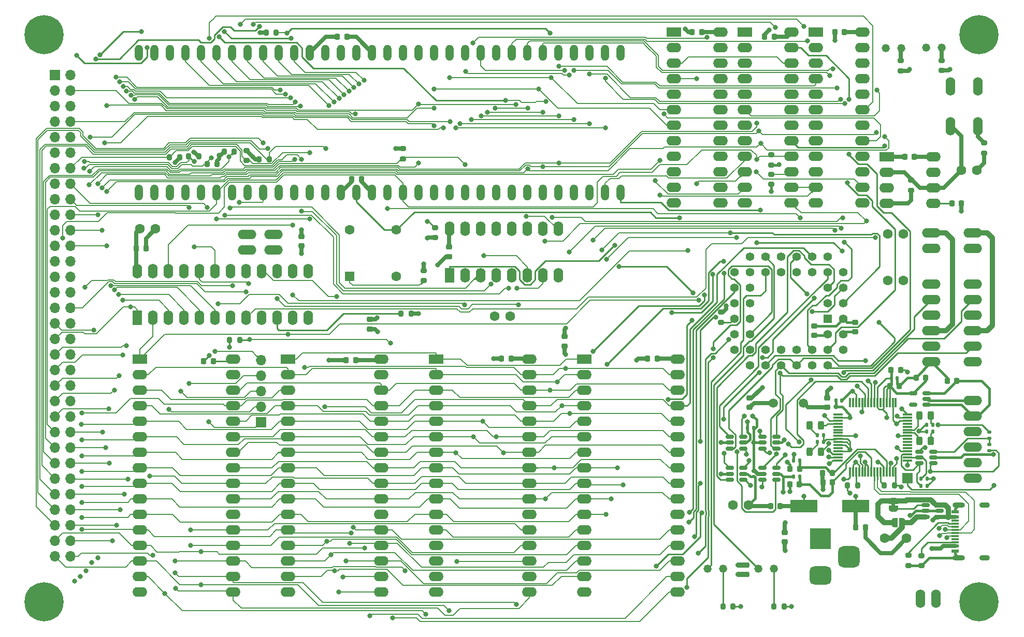
<source format=gbr>
G04 #@! TF.GenerationSoftware,KiCad,Pcbnew,8.0.2*
G04 #@! TF.CreationDate,2024-05-20T16:08:04+01:00*
G04 #@! TF.ProjectId,rosco_m68k,726f7363-6f5f-46d3-9638-6b2e6b696361,2.2*
G04 #@! TF.SameCoordinates,Original*
G04 #@! TF.FileFunction,Copper,L4,Bot*
G04 #@! TF.FilePolarity,Positive*
%FSLAX46Y46*%
G04 Gerber Fmt 4.6, Leading zero omitted, Abs format (unit mm)*
G04 Created by KiCad (PCBNEW 8.0.2) date 2024-05-20 16:08:04*
%MOMM*%
%LPD*%
G01*
G04 APERTURE LIST*
G04 Aperture macros list*
%AMRoundRect*
0 Rectangle with rounded corners*
0 $1 Rounding radius*
0 $2 $3 $4 $5 $6 $7 $8 $9 X,Y pos of 4 corners*
0 Add a 4 corners polygon primitive as box body*
4,1,4,$2,$3,$4,$5,$6,$7,$8,$9,$2,$3,0*
0 Add four circle primitives for the rounded corners*
1,1,$1+$1,$2,$3*
1,1,$1+$1,$4,$5*
1,1,$1+$1,$6,$7*
1,1,$1+$1,$8,$9*
0 Add four rect primitives between the rounded corners*
20,1,$1+$1,$2,$3,$4,$5,0*
20,1,$1+$1,$4,$5,$6,$7,0*
20,1,$1+$1,$6,$7,$8,$9,0*
20,1,$1+$1,$8,$9,$2,$3,0*%
%AMFreePoly0*
4,1,19,0.500000,-0.750000,0.000000,-0.750000,0.000000,-0.744911,-0.071157,-0.744911,-0.207708,-0.704816,-0.327430,-0.627875,-0.420627,-0.520320,-0.479746,-0.390866,-0.500000,-0.250000,-0.500000,0.250000,-0.479746,0.390866,-0.420627,0.520320,-0.327430,0.627875,-0.207708,0.704816,-0.071157,0.744911,0.000000,0.744911,0.000000,0.750000,0.500000,0.750000,0.500000,-0.750000,0.500000,-0.750000,
$1*%
%AMFreePoly1*
4,1,19,0.000000,0.744911,0.071157,0.744911,0.207708,0.704816,0.327430,0.627875,0.420627,0.520320,0.479746,0.390866,0.500000,0.250000,0.500000,-0.250000,0.479746,-0.390866,0.420627,-0.520320,0.327430,-0.627875,0.207708,-0.704816,0.071157,-0.744911,0.000000,-0.744911,0.000000,-0.750000,-0.500000,-0.750000,-0.500000,0.750000,0.000000,0.750000,0.000000,0.744911,0.000000,0.744911,
$1*%
G04 Aperture macros list end*
G04 #@! TA.AperFunction,EtchedComponent*
%ADD10C,0.000000*%
G04 #@! TD*
G04 #@! TA.AperFunction,ComponentPad*
%ADD11C,6.400000*%
G04 #@! TD*
G04 #@! TA.AperFunction,ComponentPad*
%ADD12O,1.524000X3.048000*%
G04 #@! TD*
G04 #@! TA.AperFunction,ComponentPad*
%ADD13C,1.600200*%
G04 #@! TD*
G04 #@! TA.AperFunction,ComponentPad*
%ADD14R,1.422400X1.422400*%
G04 #@! TD*
G04 #@! TA.AperFunction,ComponentPad*
%ADD15C,1.422400*%
G04 #@! TD*
G04 #@! TA.AperFunction,ComponentPad*
%ADD16R,2.400000X1.600000*%
G04 #@! TD*
G04 #@! TA.AperFunction,ComponentPad*
%ADD17O,2.400000X1.600000*%
G04 #@! TD*
G04 #@! TA.AperFunction,ComponentPad*
%ADD18O,3.048000X1.524000*%
G04 #@! TD*
G04 #@! TA.AperFunction,ComponentPad*
%ADD19C,1.320800*%
G04 #@! TD*
G04 #@! TA.AperFunction,ComponentPad*
%ADD20C,1.500000*%
G04 #@! TD*
G04 #@! TA.AperFunction,ComponentPad*
%ADD21R,1.600000X1.600000*%
G04 #@! TD*
G04 #@! TA.AperFunction,ComponentPad*
%ADD22C,1.600000*%
G04 #@! TD*
G04 #@! TA.AperFunction,ComponentPad*
%ADD23R,1.700000X1.700000*%
G04 #@! TD*
G04 #@! TA.AperFunction,ComponentPad*
%ADD24O,1.700000X1.700000*%
G04 #@! TD*
G04 #@! TA.AperFunction,ComponentPad*
%ADD25R,1.600000X2.400000*%
G04 #@! TD*
G04 #@! TA.AperFunction,ComponentPad*
%ADD26O,1.600000X2.400000*%
G04 #@! TD*
G04 #@! TA.AperFunction,ComponentPad*
%ADD27O,1.320800X2.641600*%
G04 #@! TD*
G04 #@! TA.AperFunction,ComponentPad*
%ADD28R,3.500000X3.500000*%
G04 #@! TD*
G04 #@! TA.AperFunction,ComponentPad*
%ADD29RoundRect,0.750000X1.000000X-0.750000X1.000000X0.750000X-1.000000X0.750000X-1.000000X-0.750000X0*%
G04 #@! TD*
G04 #@! TA.AperFunction,ComponentPad*
%ADD30RoundRect,0.875000X0.875000X-0.875000X0.875000X0.875000X-0.875000X0.875000X-0.875000X-0.875000X0*%
G04 #@! TD*
G04 #@! TA.AperFunction,SMDPad,CuDef*
%ADD31RoundRect,0.200000X0.275000X-0.200000X0.275000X0.200000X-0.275000X0.200000X-0.275000X-0.200000X0*%
G04 #@! TD*
G04 #@! TA.AperFunction,SMDPad,CuDef*
%ADD32RoundRect,0.225000X-0.250000X0.225000X-0.250000X-0.225000X0.250000X-0.225000X0.250000X0.225000X0*%
G04 #@! TD*
G04 #@! TA.AperFunction,SMDPad,CuDef*
%ADD33RoundRect,0.225000X0.225000X0.250000X-0.225000X0.250000X-0.225000X-0.250000X0.225000X-0.250000X0*%
G04 #@! TD*
G04 #@! TA.AperFunction,SMDPad,CuDef*
%ADD34RoundRect,0.200000X0.200000X0.275000X-0.200000X0.275000X-0.200000X-0.275000X0.200000X-0.275000X0*%
G04 #@! TD*
G04 #@! TA.AperFunction,SMDPad,CuDef*
%ADD35RoundRect,0.225000X0.250000X-0.225000X0.250000X0.225000X-0.250000X0.225000X-0.250000X-0.225000X0*%
G04 #@! TD*
G04 #@! TA.AperFunction,SMDPad,CuDef*
%ADD36RoundRect,0.200000X-0.275000X0.200000X-0.275000X-0.200000X0.275000X-0.200000X0.275000X0.200000X0*%
G04 #@! TD*
G04 #@! TA.AperFunction,SMDPad,CuDef*
%ADD37RoundRect,0.200000X-0.200000X-0.275000X0.200000X-0.275000X0.200000X0.275000X-0.200000X0.275000X0*%
G04 #@! TD*
G04 #@! TA.AperFunction,SMDPad,CuDef*
%ADD38RoundRect,0.225000X-0.225000X-0.250000X0.225000X-0.250000X0.225000X0.250000X-0.225000X0.250000X0*%
G04 #@! TD*
G04 #@! TA.AperFunction,SMDPad,CuDef*
%ADD39R,1.160000X0.600000*%
G04 #@! TD*
G04 #@! TA.AperFunction,SMDPad,CuDef*
%ADD40R,1.160000X0.300000*%
G04 #@! TD*
G04 #@! TA.AperFunction,ComponentPad*
%ADD41O,1.700000X0.900000*%
G04 #@! TD*
G04 #@! TA.AperFunction,ComponentPad*
%ADD42O,2.000000X0.900000*%
G04 #@! TD*
G04 #@! TA.AperFunction,SMDPad,CuDef*
%ADD43RoundRect,0.243750X0.243750X0.456250X-0.243750X0.456250X-0.243750X-0.456250X0.243750X-0.456250X0*%
G04 #@! TD*
G04 #@! TA.AperFunction,SMDPad,CuDef*
%ADD44RoundRect,0.150000X-0.512500X-0.150000X0.512500X-0.150000X0.512500X0.150000X-0.512500X0.150000X0*%
G04 #@! TD*
G04 #@! TA.AperFunction,SMDPad,CuDef*
%ADD45RoundRect,0.218750X0.218750X0.256250X-0.218750X0.256250X-0.218750X-0.256250X0.218750X-0.256250X0*%
G04 #@! TD*
G04 #@! TA.AperFunction,SMDPad,CuDef*
%ADD46RoundRect,0.135000X-0.135000X-0.185000X0.135000X-0.185000X0.135000X0.185000X-0.135000X0.185000X0*%
G04 #@! TD*
G04 #@! TA.AperFunction,SMDPad,CuDef*
%ADD47RoundRect,0.075000X0.075000X-0.700000X0.075000X0.700000X-0.075000X0.700000X-0.075000X-0.700000X0*%
G04 #@! TD*
G04 #@! TA.AperFunction,SMDPad,CuDef*
%ADD48RoundRect,0.075000X0.700000X-0.075000X0.700000X0.075000X-0.700000X0.075000X-0.700000X-0.075000X0*%
G04 #@! TD*
G04 #@! TA.AperFunction,SMDPad,CuDef*
%ADD49RoundRect,0.140000X-0.140000X-0.170000X0.140000X-0.170000X0.140000X0.170000X-0.140000X0.170000X0*%
G04 #@! TD*
G04 #@! TA.AperFunction,SMDPad,CuDef*
%ADD50R,4.500000X2.000000*%
G04 #@! TD*
G04 #@! TA.AperFunction,SMDPad,CuDef*
%ADD51RoundRect,0.243750X-0.243750X-0.456250X0.243750X-0.456250X0.243750X0.456250X-0.243750X0.456250X0*%
G04 #@! TD*
G04 #@! TA.AperFunction,SMDPad,CuDef*
%ADD52RoundRect,0.150000X0.512500X0.150000X-0.512500X0.150000X-0.512500X-0.150000X0.512500X-0.150000X0*%
G04 #@! TD*
G04 #@! TA.AperFunction,SMDPad,CuDef*
%ADD53RoundRect,0.140000X-0.170000X0.140000X-0.170000X-0.140000X0.170000X-0.140000X0.170000X0.140000X0*%
G04 #@! TD*
G04 #@! TA.AperFunction,SMDPad,CuDef*
%ADD54FreePoly0,270.000000*%
G04 #@! TD*
G04 #@! TA.AperFunction,SMDPad,CuDef*
%ADD55FreePoly1,270.000000*%
G04 #@! TD*
G04 #@! TA.AperFunction,SMDPad,CuDef*
%ADD56FreePoly0,0.000000*%
G04 #@! TD*
G04 #@! TA.AperFunction,SMDPad,CuDef*
%ADD57FreePoly1,0.000000*%
G04 #@! TD*
G04 #@! TA.AperFunction,SMDPad,CuDef*
%ADD58RoundRect,0.135000X0.135000X0.185000X-0.135000X0.185000X-0.135000X-0.185000X0.135000X-0.185000X0*%
G04 #@! TD*
G04 #@! TA.AperFunction,SMDPad,CuDef*
%ADD59RoundRect,0.135000X0.185000X-0.135000X0.185000X0.135000X-0.185000X0.135000X-0.185000X-0.135000X0*%
G04 #@! TD*
G04 #@! TA.AperFunction,SMDPad,CuDef*
%ADD60RoundRect,0.140000X0.140000X0.170000X-0.140000X0.170000X-0.140000X-0.170000X0.140000X-0.170000X0*%
G04 #@! TD*
G04 #@! TA.AperFunction,ViaPad*
%ADD61C,0.800000*%
G04 #@! TD*
G04 #@! TA.AperFunction,Conductor*
%ADD62C,0.152400*%
G04 #@! TD*
G04 #@! TA.AperFunction,Conductor*
%ADD63C,0.250000*%
G04 #@! TD*
G04 #@! TA.AperFunction,Conductor*
%ADD64C,0.650000*%
G04 #@! TD*
G04 #@! TA.AperFunction,Conductor*
%ADD65C,0.450000*%
G04 #@! TD*
G04 #@! TA.AperFunction,Conductor*
%ADD66C,0.850000*%
G04 #@! TD*
G04 #@! TA.AperFunction,Conductor*
%ADD67C,0.200000*%
G04 #@! TD*
G04 APERTURE END LIST*
D10*
G04 #@! TA.AperFunction,EtchedComponent*
G36*
X210637400Y-135886000D02*
G01*
X210037400Y-135886000D01*
X210037400Y-135386000D01*
X210637400Y-135386000D01*
X210637400Y-135886000D01*
G37*
G04 #@! TD.AperFunction*
D11*
X71500000Y-151500000D03*
X71500000Y-58700000D03*
X224300000Y-151500000D03*
D12*
X219659400Y-73701200D03*
X219659400Y-67198800D03*
X224180600Y-73701200D03*
X224180600Y-67198800D03*
D11*
X224300000Y-58700000D03*
D13*
X209473800Y-91363800D03*
X212013800Y-91363800D03*
X184150000Y-135712200D03*
X186690000Y-135712200D03*
D14*
X199572000Y-105181400D03*
D15*
X202112000Y-102641400D03*
X199572000Y-102641400D03*
X202112000Y-100101400D03*
X199572000Y-100101400D03*
X202112000Y-97561400D03*
X199572000Y-95021400D03*
X199572000Y-97561400D03*
X197032000Y-95021400D03*
X197032000Y-97561400D03*
X194492000Y-95021400D03*
X194492000Y-97561400D03*
X191952000Y-95021400D03*
X191952000Y-97561400D03*
X189412000Y-95021400D03*
X189412000Y-97561400D03*
X186872000Y-95021400D03*
X184332000Y-97561400D03*
X186872000Y-97561400D03*
X184332000Y-100101400D03*
X186872000Y-100101400D03*
X184332000Y-102641400D03*
X186872000Y-102641400D03*
X184332000Y-105181400D03*
X186872000Y-105181400D03*
X184332000Y-107721400D03*
X186872000Y-107721400D03*
X184332000Y-110261400D03*
X186872000Y-112801400D03*
X186872000Y-110261400D03*
X189412000Y-112801400D03*
X189412000Y-110261400D03*
X191952000Y-112801400D03*
X191952000Y-110261400D03*
X194492000Y-112801400D03*
X194492000Y-110261400D03*
X197032000Y-112801400D03*
X197032000Y-110261400D03*
X199572000Y-112801400D03*
X202112000Y-110261400D03*
X199572000Y-110261400D03*
X202112000Y-107721400D03*
X199572000Y-107721400D03*
X202112000Y-105181400D03*
D16*
X186076700Y-58324800D03*
D17*
X186076700Y-60864800D03*
X186076700Y-63404800D03*
X186076700Y-65944800D03*
X186076700Y-68484800D03*
X186076700Y-71024800D03*
X186076700Y-73564800D03*
X186076700Y-76104800D03*
X186076700Y-78644800D03*
X186076700Y-81184800D03*
X186076700Y-83724800D03*
X186076700Y-86264800D03*
X193696700Y-86264800D03*
X193696700Y-83724800D03*
X193696700Y-81184800D03*
X193696700Y-78644800D03*
X193696700Y-76104800D03*
X193696700Y-73564800D03*
X193696700Y-71024800D03*
X193696700Y-68484800D03*
X193696700Y-65944800D03*
X193696700Y-63404800D03*
X193696700Y-60864800D03*
X193696700Y-58324800D03*
D18*
X223300000Y-91159000D03*
X223300000Y-93699000D03*
D19*
X211600000Y-60930000D03*
X209060000Y-60930000D03*
X218200000Y-60840000D03*
X215660000Y-60840000D03*
D20*
X190750800Y-118973600D03*
X195630800Y-118973600D03*
D21*
X121500000Y-98300000D03*
D22*
X129120000Y-98300000D03*
X129120000Y-90680000D03*
X121500000Y-90680000D03*
D16*
X159800000Y-111823600D03*
D17*
X159800000Y-114363600D03*
X159800000Y-116903600D03*
X159800000Y-119443600D03*
X159800000Y-121983600D03*
X159800000Y-124523600D03*
X159800000Y-127063600D03*
X159800000Y-129603600D03*
X159800000Y-132143600D03*
X159800000Y-134683600D03*
X159800000Y-137223600D03*
X159800000Y-139763600D03*
X159800000Y-142303600D03*
X159800000Y-144843600D03*
X159800000Y-147383600D03*
X159800000Y-149923600D03*
X175040000Y-149923600D03*
X175040000Y-147383600D03*
X175040000Y-144843600D03*
X175040000Y-142303600D03*
X175040000Y-139763600D03*
X175040000Y-137223600D03*
X175040000Y-134683600D03*
X175040000Y-132143600D03*
X175040000Y-129603600D03*
X175040000Y-127063600D03*
X175040000Y-124523600D03*
X175040000Y-121983600D03*
X175040000Y-119443600D03*
X175040000Y-116903600D03*
X175040000Y-114363600D03*
X175040000Y-111823600D03*
D16*
X135600000Y-111823600D03*
D17*
X135600000Y-114363600D03*
X135600000Y-116903600D03*
X135600000Y-119443600D03*
X135600000Y-121983600D03*
X135600000Y-124523600D03*
X135600000Y-127063600D03*
X135600000Y-129603600D03*
X135600000Y-132143600D03*
X135600000Y-134683600D03*
X135600000Y-137223600D03*
X135600000Y-139763600D03*
X135600000Y-142303600D03*
X135600000Y-144843600D03*
X135600000Y-147383600D03*
X135600000Y-149923600D03*
X150840000Y-149923600D03*
X150840000Y-147383600D03*
X150840000Y-144843600D03*
X150840000Y-142303600D03*
X150840000Y-139763600D03*
X150840000Y-137223600D03*
X150840000Y-134683600D03*
X150840000Y-132143600D03*
X150840000Y-129603600D03*
X150840000Y-127063600D03*
X150840000Y-124523600D03*
X150840000Y-121983600D03*
X150840000Y-119443600D03*
X150840000Y-116903600D03*
X150840000Y-114363600D03*
X150840000Y-111823600D03*
D16*
X111400000Y-111823600D03*
D17*
X111400000Y-114363600D03*
X111400000Y-116903600D03*
X111400000Y-119443600D03*
X111400000Y-121983600D03*
X111400000Y-124523600D03*
X111400000Y-127063600D03*
X111400000Y-129603600D03*
X111400000Y-132143600D03*
X111400000Y-134683600D03*
X111400000Y-137223600D03*
X111400000Y-139763600D03*
X111400000Y-142303600D03*
X111400000Y-144843600D03*
X111400000Y-147383600D03*
X111400000Y-149923600D03*
X126640000Y-149923600D03*
X126640000Y-147383600D03*
X126640000Y-144843600D03*
X126640000Y-142303600D03*
X126640000Y-139763600D03*
X126640000Y-137223600D03*
X126640000Y-134683600D03*
X126640000Y-132143600D03*
X126640000Y-129603600D03*
X126640000Y-127063600D03*
X126640000Y-124523600D03*
X126640000Y-121983600D03*
X126640000Y-119443600D03*
X126640000Y-116903600D03*
X126640000Y-114363600D03*
X126640000Y-111823600D03*
D23*
X73325000Y-65350000D03*
D24*
X75865000Y-65350000D03*
X73325000Y-67890000D03*
X75865000Y-67890000D03*
X73325000Y-70430000D03*
X75865000Y-70430000D03*
X73325000Y-72970000D03*
X75865000Y-72970000D03*
X73325000Y-75510000D03*
X75865000Y-75510000D03*
X73325000Y-78050000D03*
X75865000Y-78050000D03*
X73325000Y-80590000D03*
X75865000Y-80590000D03*
X73325000Y-83130000D03*
X75865000Y-83130000D03*
X73325000Y-85670000D03*
X75865000Y-85670000D03*
X73325000Y-88210000D03*
X75865000Y-88210000D03*
X73325000Y-90750000D03*
X75865000Y-90750000D03*
X73325000Y-93290000D03*
X75865000Y-93290000D03*
X73325000Y-95830000D03*
X75865000Y-95830000D03*
X73325000Y-98370000D03*
X75865000Y-98370000D03*
X73325000Y-100910000D03*
X75865000Y-100910000D03*
X73325000Y-103450000D03*
X75865000Y-103450000D03*
X73325000Y-105990000D03*
X75865000Y-105990000D03*
X73325000Y-108530000D03*
X75865000Y-108530000D03*
X73325000Y-111070000D03*
X75865000Y-111070000D03*
X73325000Y-113610000D03*
X75865000Y-113610000D03*
X73325000Y-116150000D03*
X75865000Y-116150000D03*
X73325000Y-118690000D03*
X75865000Y-118690000D03*
X73325000Y-121230000D03*
X75865000Y-121230000D03*
X73325000Y-123770000D03*
X75865000Y-123770000D03*
X73325000Y-126310000D03*
X75865000Y-126310000D03*
X73325000Y-128850000D03*
X75865000Y-128850000D03*
X73325000Y-131390000D03*
X75865000Y-131390000D03*
X73325000Y-133930000D03*
X75865000Y-133930000D03*
X73325000Y-136470000D03*
X75865000Y-136470000D03*
X73325000Y-139010000D03*
X75865000Y-139010000D03*
X73325000Y-141550000D03*
X75865000Y-141550000D03*
X73325000Y-144090000D03*
X75865000Y-144090000D03*
D16*
X174450000Y-58324800D03*
D17*
X174450000Y-60864800D03*
X174450000Y-63404800D03*
X174450000Y-65944800D03*
X174450000Y-68484800D03*
X174450000Y-71024800D03*
X174450000Y-73564800D03*
X174450000Y-76104800D03*
X174450000Y-78644800D03*
X174450000Y-81184800D03*
X174450000Y-83724800D03*
X174450000Y-86264800D03*
X182070000Y-86264800D03*
X182070000Y-83724800D03*
X182070000Y-81184800D03*
X182070000Y-78644800D03*
X182070000Y-76104800D03*
X182070000Y-73564800D03*
X182070000Y-71024800D03*
X182070000Y-68484800D03*
X182070000Y-65944800D03*
X182070000Y-63404800D03*
X182070000Y-60864800D03*
X182070000Y-58324800D03*
D18*
X223300000Y-131310000D03*
X223300000Y-128770000D03*
X223300000Y-126230000D03*
X223300000Y-123690000D03*
X223300000Y-121150000D03*
X223300000Y-118610000D03*
X216564000Y-112258000D03*
X216564000Y-109718000D03*
X216564000Y-107178000D03*
X216564000Y-104638000D03*
X216564000Y-102098000D03*
X216564000Y-99558000D03*
X223300000Y-112258000D03*
X223300000Y-109718000D03*
X223300000Y-107178000D03*
X223300000Y-104638000D03*
X223300000Y-102098000D03*
X223300000Y-99558000D03*
D12*
X214730000Y-151000000D03*
X217270000Y-151000000D03*
D16*
X209230000Y-78724800D03*
D17*
X209230000Y-81264800D03*
X209230000Y-83804800D03*
X209230000Y-86344800D03*
X216850000Y-86344800D03*
X216850000Y-83804800D03*
X216850000Y-81264800D03*
X216850000Y-78724800D03*
D18*
X216564000Y-91159000D03*
X216564000Y-93699000D03*
X104703000Y-91393000D03*
X104703000Y-93933000D03*
D19*
X182478200Y-146098800D03*
X179938200Y-146098800D03*
X190843400Y-146100800D03*
X188303400Y-146100800D03*
D18*
X109018000Y-93933000D03*
X109018000Y-91393000D03*
D16*
X87200000Y-111823600D03*
D17*
X87200000Y-114363600D03*
X87200000Y-116903600D03*
X87200000Y-119443600D03*
X87200000Y-121983600D03*
X87200000Y-124523600D03*
X87200000Y-127063600D03*
X87200000Y-129603600D03*
X87200000Y-132143600D03*
X87200000Y-134683600D03*
X87200000Y-137223600D03*
X87200000Y-139763600D03*
X87200000Y-142303600D03*
X87200000Y-144843600D03*
X87200000Y-147383600D03*
X87200000Y-149923600D03*
X102440000Y-149923600D03*
X102440000Y-147383600D03*
X102440000Y-144843600D03*
X102440000Y-142303600D03*
X102440000Y-139763600D03*
X102440000Y-137223600D03*
X102440000Y-134683600D03*
X102440000Y-132143600D03*
X102440000Y-129603600D03*
X102440000Y-127063600D03*
X102440000Y-124523600D03*
X102440000Y-121983600D03*
X102440000Y-119443600D03*
X102440000Y-116903600D03*
X102440000Y-114363600D03*
X102440000Y-111823600D03*
D13*
X221459000Y-80910000D03*
X223999000Y-80910000D03*
D16*
X197703300Y-58324800D03*
D17*
X197703300Y-60864800D03*
X197703300Y-63404800D03*
X197703300Y-65944800D03*
X197703300Y-68484800D03*
X197703300Y-71024800D03*
X197703300Y-73564800D03*
X197703300Y-76104800D03*
X197703300Y-78644800D03*
X197703300Y-81184800D03*
X197703300Y-83724800D03*
X197703300Y-86264800D03*
X205323300Y-86264800D03*
X205323300Y-83724800D03*
X205323300Y-81184800D03*
X205323300Y-78644800D03*
X205323300Y-76104800D03*
X205323300Y-73564800D03*
X205323300Y-71024800D03*
X205323300Y-68484800D03*
X205323300Y-65944800D03*
X205323300Y-63404800D03*
X205323300Y-60864800D03*
X205323300Y-58324800D03*
D25*
X86787000Y-105081000D03*
D26*
X89327000Y-105081000D03*
X91867000Y-105081000D03*
X94407000Y-105081000D03*
X96947000Y-105081000D03*
X99487000Y-105081000D03*
X102027000Y-105081000D03*
X104567000Y-105081000D03*
X107107000Y-105081000D03*
X109647000Y-105081000D03*
X112187000Y-105081000D03*
X114727000Y-105081000D03*
X114727000Y-97461000D03*
X112187000Y-97461000D03*
X109647000Y-97461000D03*
X107107000Y-97461000D03*
X104567000Y-97461000D03*
X102027000Y-97461000D03*
X99487000Y-97461000D03*
X96947000Y-97461000D03*
X94407000Y-97461000D03*
X91867000Y-97461000D03*
X89327000Y-97461000D03*
X86787000Y-97461000D03*
D23*
X106970000Y-122130000D03*
D24*
X106970000Y-119590000D03*
X106970000Y-117050000D03*
X106970000Y-114510000D03*
X106970000Y-111970000D03*
D23*
X212635400Y-131310000D03*
D25*
X137830000Y-98100000D03*
D26*
X140370000Y-98100000D03*
X142910000Y-98100000D03*
X145450000Y-98100000D03*
X147990000Y-98100000D03*
X150530000Y-98100000D03*
X153070000Y-98100000D03*
X155610000Y-98100000D03*
X155610000Y-90480000D03*
X153070000Y-90480000D03*
X150530000Y-90480000D03*
X147990000Y-90480000D03*
X145450000Y-90480000D03*
X142910000Y-90480000D03*
X140370000Y-90480000D03*
X137830000Y-90480000D03*
D27*
X87030000Y-84530000D03*
X89570000Y-84530000D03*
X92110000Y-84530000D03*
X94650000Y-84530000D03*
X97190000Y-84530000D03*
X99730000Y-84530000D03*
X102270000Y-84530000D03*
X104810000Y-84530000D03*
X107350000Y-84530000D03*
X109890000Y-84530000D03*
X112430000Y-84530000D03*
X114970000Y-84530000D03*
X117510000Y-84530000D03*
X120050000Y-84530000D03*
X122590000Y-84530000D03*
X125130000Y-84530000D03*
X127670000Y-84530000D03*
X130210000Y-84530000D03*
X132750000Y-84530000D03*
X135290000Y-84530000D03*
X137830000Y-84530000D03*
X140370000Y-84530000D03*
X142910000Y-84530000D03*
X145450000Y-84530000D03*
X147990000Y-84530000D03*
X150530000Y-84530000D03*
X153070000Y-84530000D03*
X155610000Y-84530000D03*
X158150000Y-84530000D03*
X160690000Y-84530000D03*
X163230000Y-84530000D03*
X165770000Y-84530000D03*
X165770000Y-61670000D03*
X163230000Y-61670000D03*
X160690000Y-61670000D03*
X158150000Y-61670000D03*
X155610000Y-61670000D03*
X153070000Y-61670000D03*
X150530000Y-61670000D03*
X147990000Y-61670000D03*
X145450000Y-61670000D03*
X142910000Y-61670000D03*
X140370000Y-61670000D03*
X137830000Y-61670000D03*
X135290000Y-61670000D03*
X132750000Y-61670000D03*
X130210000Y-61670000D03*
X127670000Y-61670000D03*
X125130000Y-61670000D03*
X122590000Y-61670000D03*
X120050000Y-61670000D03*
X117510000Y-61670000D03*
X114970000Y-61670000D03*
X112430000Y-61670000D03*
X109890000Y-61670000D03*
X107350000Y-61670000D03*
X104810000Y-61670000D03*
X102270000Y-61670000D03*
X99730000Y-61670000D03*
X97190000Y-61670000D03*
X94650000Y-61670000D03*
X92110000Y-61670000D03*
X89570000Y-61670000D03*
X87030000Y-61670000D03*
D13*
X87205000Y-90454000D03*
X89745000Y-90454000D03*
X145186400Y-104825800D03*
X147726400Y-104825800D03*
X209473800Y-98907600D03*
X212013800Y-98907600D03*
X208965800Y-141122400D03*
X212521800Y-141122400D03*
D28*
X198424800Y-141193000D03*
D29*
X198424800Y-147193000D03*
D30*
X203124800Y-144193000D03*
D31*
X135410000Y-91945000D03*
X135410000Y-90295000D03*
D32*
X186817000Y-118154200D03*
X186817000Y-119704200D03*
X137720000Y-93465000D03*
X137720000Y-95015000D03*
X113593000Y-91761000D03*
X113593000Y-93311000D03*
X156599600Y-108114200D03*
X156599600Y-109664200D03*
D33*
X190865000Y-59040000D03*
X189315000Y-59040000D03*
D34*
X131535000Y-104350000D03*
X129885000Y-104350000D03*
X108305000Y-79100000D03*
X106655000Y-79100000D03*
D31*
X104580000Y-79335000D03*
X104580000Y-77685000D03*
D32*
X192557400Y-140142700D03*
X192557400Y-141692700D03*
D35*
X124750000Y-106875000D03*
X124750000Y-105325000D03*
D32*
X199567800Y-118154200D03*
X199567800Y-119704200D03*
D33*
X221465000Y-86340000D03*
X219915000Y-86340000D03*
D32*
X197408800Y-106362200D03*
X197408800Y-107912200D03*
X204063600Y-105803400D03*
X204063600Y-107353400D03*
D33*
X179005000Y-58310000D03*
X177455000Y-58310000D03*
D36*
X213230000Y-82555000D03*
X213230000Y-84205000D03*
D31*
X225200000Y-78095000D03*
X225200000Y-76445000D03*
D36*
X211580000Y-62965000D03*
X211580000Y-64615000D03*
D37*
X107825000Y-58420000D03*
X109475000Y-58420000D03*
D31*
X130160000Y-79005000D03*
X130160000Y-77355000D03*
D36*
X218210000Y-62945000D03*
X218210000Y-64595000D03*
D37*
X101825000Y-108640000D03*
X103475000Y-108640000D03*
X182478200Y-152323800D03*
X184128200Y-152323800D03*
X190843400Y-152323800D03*
X192493400Y-152323800D03*
D35*
X186289800Y-147040600D03*
X186289800Y-145490600D03*
D33*
X202325000Y-58340000D03*
X200775000Y-58340000D03*
D36*
X190423800Y-78410800D03*
X190423800Y-80060800D03*
D38*
X121840000Y-82370000D03*
X123390000Y-82370000D03*
D33*
X121005000Y-59080000D03*
X119455000Y-59080000D03*
X171717000Y-111760000D03*
X170167000Y-111760000D03*
X147841000Y-111760000D03*
X146291000Y-111760000D03*
X122441000Y-112014000D03*
X120891000Y-112014000D03*
X99175000Y-112190000D03*
X97625000Y-112190000D03*
D36*
X190398400Y-81572600D03*
X190398400Y-83222600D03*
D37*
X100965000Y-77900000D03*
X102615000Y-77900000D03*
D34*
X99815000Y-79880000D03*
X98165000Y-79880000D03*
X96825000Y-78650000D03*
X95175000Y-78650000D03*
X93685000Y-78770000D03*
X92035000Y-78770000D03*
D36*
X133540000Y-97315000D03*
X133540000Y-98965000D03*
X182180000Y-104143000D03*
X182180000Y-105793000D03*
D38*
X86601000Y-93726000D03*
X88151000Y-93726000D03*
D33*
X205753000Y-139344400D03*
X204203000Y-139344400D03*
D36*
X214910000Y-143955000D03*
X214910000Y-145605000D03*
D39*
X220480000Y-136810000D03*
X220480000Y-137610000D03*
D40*
X220480000Y-138760000D03*
X220480000Y-139760000D03*
X220480000Y-140260000D03*
X220480000Y-141260000D03*
D39*
X220480000Y-142410000D03*
X220480000Y-143210000D03*
X220480000Y-143210000D03*
X220480000Y-142410000D03*
D40*
X220480000Y-141760000D03*
X220480000Y-140760000D03*
X220480000Y-139260000D03*
X220480000Y-138260000D03*
D39*
X220480000Y-137610000D03*
X220480000Y-136810000D03*
D41*
X225230000Y-135690000D03*
D42*
X221060000Y-135690000D03*
D41*
X225230000Y-144330000D03*
D42*
X221060000Y-144330000D03*
D43*
X198552000Y-122664600D03*
X196677000Y-122664600D03*
D44*
X215655000Y-137600000D03*
X215655000Y-136650000D03*
X215655000Y-135700000D03*
X217930000Y-135700000D03*
X217930000Y-136650000D03*
X217930000Y-137600000D03*
D45*
X211556600Y-113614200D03*
X209981600Y-113614200D03*
D46*
X197894500Y-124284700D03*
X198914500Y-124284700D03*
D47*
X210744200Y-130302000D03*
X210244200Y-130302000D03*
X209744200Y-130302000D03*
X209244200Y-130302000D03*
X208744200Y-130302000D03*
X208244200Y-130302000D03*
X207744200Y-130302000D03*
X207244200Y-130302000D03*
X206744200Y-130302000D03*
X206244200Y-130302000D03*
X205744200Y-130302000D03*
X205244200Y-130302000D03*
X204744200Y-130302000D03*
X204244200Y-130302000D03*
X203744200Y-130302000D03*
X203244200Y-130302000D03*
D48*
X201319200Y-128377000D03*
X201319200Y-127877000D03*
X201319200Y-127377000D03*
X201319200Y-126877000D03*
X201319200Y-126377000D03*
X201319200Y-125877000D03*
X201319200Y-125377000D03*
X201319200Y-124877000D03*
X201319200Y-124377000D03*
X201319200Y-123877000D03*
X201319200Y-123377000D03*
X201319200Y-122877000D03*
X201319200Y-122377000D03*
X201319200Y-121877000D03*
X201319200Y-121377000D03*
X201319200Y-120877000D03*
D47*
X203244200Y-118952000D03*
X203744200Y-118952000D03*
X204244200Y-118952000D03*
X204744200Y-118952000D03*
X205244200Y-118952000D03*
X205744200Y-118952000D03*
X206244200Y-118952000D03*
X206744200Y-118952000D03*
X207244200Y-118952000D03*
X207744200Y-118952000D03*
X208244200Y-118952000D03*
X208744200Y-118952000D03*
X209244200Y-118952000D03*
X209744200Y-118952000D03*
X210244200Y-118952000D03*
X210744200Y-118952000D03*
D48*
X212669200Y-120877000D03*
X212669200Y-121377000D03*
X212669200Y-121877000D03*
X212669200Y-122377000D03*
X212669200Y-122877000D03*
X212669200Y-123377000D03*
X212669200Y-123877000D03*
X212669200Y-124377000D03*
X212669200Y-124877000D03*
X212669200Y-125377000D03*
X212669200Y-125877000D03*
X212669200Y-126377000D03*
X212669200Y-126877000D03*
X212669200Y-127377000D03*
X212669200Y-127877000D03*
X212669200Y-128377000D03*
D49*
X209984400Y-114909600D03*
X210944400Y-114909600D03*
D34*
X204482200Y-132435600D03*
X202832200Y-132435600D03*
D38*
X209740200Y-116230400D03*
X211290200Y-116230400D03*
D50*
X195698800Y-135864600D03*
X204198800Y-135864600D03*
D51*
X214591500Y-121081800D03*
X216466500Y-121081800D03*
D52*
X191202000Y-129631400D03*
X191202000Y-130581400D03*
X191202000Y-131531400D03*
X188927000Y-131531400D03*
X188927000Y-130581400D03*
X188927000Y-129631400D03*
D53*
X187477400Y-130076000D03*
X187477400Y-131036000D03*
D54*
X210337400Y-134986000D03*
D55*
X210337400Y-136286000D03*
D46*
X214865000Y-132562600D03*
X215885000Y-132562600D03*
D33*
X220695000Y-115360000D03*
X219145000Y-115360000D03*
D52*
X191202000Y-124526000D03*
X191202000Y-125476000D03*
X191202000Y-126426000D03*
X188927000Y-126426000D03*
X188927000Y-125476000D03*
X188927000Y-124526000D03*
D56*
X210500000Y-138590000D03*
D57*
X211800000Y-138590000D03*
D58*
X216789000Y-122605800D03*
X215769000Y-122605800D03*
D34*
X210510400Y-132486400D03*
X208860400Y-132486400D03*
D59*
X226009200Y-124792200D03*
X226009200Y-123772200D03*
D33*
X200368200Y-131927600D03*
X198818200Y-131927600D03*
D38*
X190283800Y-135864600D03*
X191833800Y-135864600D03*
D60*
X195013900Y-131061200D03*
X194053900Y-131061200D03*
X195018600Y-128422400D03*
X194058600Y-128422400D03*
D33*
X215608200Y-114884200D03*
X214058200Y-114884200D03*
X200342800Y-130403600D03*
X198792800Y-130403600D03*
D52*
X215821400Y-117388600D03*
X215821400Y-118338600D03*
X215821400Y-119288600D03*
X213546400Y-119288600D03*
X213546400Y-117388600D03*
D58*
X215871800Y-131343400D03*
X214851800Y-131343400D03*
D51*
X214591500Y-125171200D03*
X216466500Y-125171200D03*
D33*
X213790000Y-78720000D03*
X212240000Y-78720000D03*
D45*
X195021300Y-129768600D03*
X193446300Y-129768600D03*
D46*
X197894500Y-125379900D03*
X198914500Y-125379900D03*
D49*
X200967400Y-118567200D03*
X201927400Y-118567200D03*
D31*
X212810000Y-145560000D03*
X212810000Y-143910000D03*
D43*
X198552000Y-127000000D03*
X196677000Y-127000000D03*
D59*
X226009200Y-126775400D03*
X226009200Y-125755400D03*
D60*
X187474800Y-123113800D03*
X186514800Y-123113800D03*
D52*
X185846300Y-124526000D03*
X185846300Y-125476000D03*
X185846300Y-126426000D03*
X183571300Y-126426000D03*
X183571300Y-125476000D03*
X183571300Y-124526000D03*
D45*
X194995800Y-132283200D03*
X193420800Y-132283200D03*
D58*
X216789000Y-123672600D03*
X215769000Y-123672600D03*
D52*
X216905000Y-126970000D03*
X216905000Y-127920000D03*
X216905000Y-128870000D03*
X214630000Y-128870000D03*
X214630000Y-127920000D03*
X214630000Y-126970000D03*
X185846300Y-129631400D03*
X185846300Y-130581400D03*
X185846300Y-131531400D03*
X183571300Y-131531400D03*
X183571300Y-130581400D03*
X183571300Y-129631400D03*
D61*
X143427000Y-94915000D03*
X148804000Y-100198000D03*
X150337000Y-88427400D03*
X111190000Y-58440000D03*
X180841000Y-97969100D03*
X108083000Y-77358000D03*
X154254200Y-58470800D03*
X112174000Y-89925000D03*
X174105900Y-104218300D03*
X114950000Y-78000000D03*
X117550000Y-77328600D03*
X187970000Y-79150000D03*
X74600000Y-92025000D03*
X202361800Y-92659200D03*
X141650000Y-60078600D03*
X140320000Y-80010000D03*
X179913000Y-59192400D03*
X122375000Y-71702500D03*
X175404000Y-88658600D03*
X104567000Y-100790000D03*
X207416000Y-91922600D03*
X78198700Y-100072000D03*
X102323000Y-99796600D03*
X114914000Y-88877000D03*
X172202000Y-79279100D03*
X99701000Y-88877000D03*
X112450000Y-79147400D03*
X81754100Y-93297200D03*
X208892000Y-75395400D03*
X188654000Y-76526000D03*
X81775000Y-84400000D03*
X150550000Y-80671400D03*
X188349000Y-74436000D03*
X207600000Y-74700000D03*
X81000000Y-90750000D03*
X81025000Y-83750000D03*
X153050000Y-80328600D03*
X155650000Y-79700000D03*
X80292100Y-88207900D03*
X207654000Y-67806800D03*
X188044000Y-73217000D03*
X80325000Y-83075000D03*
X193663000Y-152324000D03*
X100150000Y-78490000D03*
X191618000Y-79972400D03*
X183049911Y-103109911D03*
X92910000Y-79620000D03*
X134170000Y-91990000D03*
X95990000Y-77915800D03*
X182162600Y-125425000D03*
X126000000Y-107300000D03*
X129000000Y-77360000D03*
X219600000Y-64370000D03*
X190398000Y-84404200D03*
X184944000Y-147028000D03*
X156798400Y-106756200D03*
X101820000Y-109830000D03*
X192659400Y-138545700D03*
X133550000Y-96210000D03*
X213020000Y-64420000D03*
X221480000Y-87620000D03*
X106820000Y-58420000D03*
X113610000Y-90670000D03*
X185357000Y-152324000D03*
X132720000Y-104390000D03*
X105610000Y-78690000D03*
X182143000Y-130581000D03*
X192532000Y-124987200D03*
X207856000Y-128645000D03*
X156798400Y-111074200D03*
X176330000Y-57780000D03*
X204190600Y-124383800D03*
X184944000Y-145504000D03*
X186515003Y-122063922D03*
X200780000Y-59690000D03*
X145034000Y-111760000D03*
X118054000Y-112014000D03*
X205723000Y-128624000D03*
X192354000Y-133553000D03*
X211607000Y-132690000D03*
X135840000Y-96390000D03*
X203714279Y-117055900D03*
X188925200Y-116433600D03*
X125989000Y-105029000D03*
X210845400Y-122402600D03*
X226739989Y-127428989D03*
X190080000Y-57930000D03*
X213033000Y-137357000D03*
X113610000Y-94510000D03*
X194081000Y-127355400D03*
X98540000Y-111200000D03*
X192659400Y-143117700D03*
X198831400Y-133172000D03*
X200124289Y-116543889D03*
X168402000Y-112014000D03*
X204224000Y-128676000D03*
X119386000Y-101584000D03*
X109632000Y-101874000D03*
X149044000Y-102908000D03*
X176770000Y-94060400D03*
X112167000Y-101281000D03*
X98222000Y-86978600D03*
X98550000Y-59290000D03*
X98470000Y-122100000D03*
X96064200Y-93424000D03*
X95225000Y-86978600D03*
X195123000Y-88671400D03*
X127650000Y-87200000D03*
X107350000Y-76450000D03*
X103472000Y-86127000D03*
X117410000Y-119600000D03*
X191062000Y-57559600D03*
X105710000Y-57055800D03*
X137900000Y-72975000D03*
X134190000Y-89260000D03*
X79034900Y-75475000D03*
X135300000Y-73603600D03*
X132750000Y-79757000D03*
X78894000Y-83320000D03*
X138800000Y-127100000D03*
X138850000Y-73937700D03*
X163254000Y-65811800D03*
X77675000Y-127625000D03*
X202379000Y-70003000D03*
X163250000Y-73937700D03*
X139532000Y-73272700D03*
X160700000Y-73309100D03*
X77675000Y-125050000D03*
X201750000Y-69271200D03*
X141700000Y-124550000D03*
X160678000Y-65183200D03*
X158150000Y-72644100D03*
X201124000Y-67452000D03*
X143200000Y-121950000D03*
X141400000Y-72644100D03*
X77625000Y-122500000D03*
X158154000Y-64554600D03*
X155662000Y-63926000D03*
X145450000Y-124500000D03*
X155650000Y-72015500D03*
X142950000Y-72015500D03*
X153050000Y-71386900D03*
X146650000Y-127150000D03*
X143950000Y-71386900D03*
X199958000Y-65391000D03*
X145250000Y-70758300D03*
X153434000Y-134684000D03*
X106695800Y-57414100D03*
X150550000Y-70758300D03*
X200496000Y-64310000D03*
X79951400Y-62694400D03*
X87443000Y-58180900D03*
X154900000Y-129600000D03*
X196316000Y-59720000D03*
X111878500Y-59341300D03*
X80630800Y-62015100D03*
X100960500Y-58180900D03*
X202100000Y-88722200D03*
X76853100Y-62073700D03*
X156150000Y-119400000D03*
X146950000Y-69500000D03*
X88344400Y-60883700D03*
X100102800Y-59096400D03*
X154565000Y-88637000D03*
X153511000Y-69689000D03*
X201828000Y-90398600D03*
X157352000Y-94285000D03*
X156568000Y-64554600D03*
X157450000Y-120700000D03*
X77675000Y-120579000D03*
X140400000Y-64700000D03*
X157365000Y-65337000D03*
X161221000Y-92343000D03*
X200769000Y-90742300D03*
X156786000Y-113335000D03*
X114119000Y-113185000D03*
X81400000Y-76450000D03*
X154400000Y-65750000D03*
X137800000Y-65750000D03*
X172201000Y-84980000D03*
X136825000Y-73937700D03*
X152350000Y-67600000D03*
X135300000Y-70758300D03*
X153404000Y-92490000D03*
X205943000Y-89243000D03*
X81785300Y-70300000D03*
X79663500Y-107075000D03*
X135300000Y-67600000D03*
X155376000Y-115550000D03*
X77650000Y-135225000D03*
X164200000Y-134700000D03*
X197099900Y-104035800D03*
X77675000Y-137700000D03*
X163443000Y-95437700D03*
X163383000Y-137250000D03*
X182555000Y-95848700D03*
X184691000Y-91948000D03*
X163548600Y-112689100D03*
X162700000Y-93950000D03*
X183697000Y-91135200D03*
X121729000Y-140253000D03*
X77675000Y-139646000D03*
X130550000Y-146450000D03*
X176899000Y-138493600D03*
X83967800Y-136475000D03*
X92911800Y-144850000D03*
X139000000Y-144900000D03*
X84596400Y-133925000D03*
X95461800Y-142300000D03*
X85225000Y-131425000D03*
X161288800Y-110527900D03*
X179452400Y-101304500D03*
X95461800Y-139750000D03*
X82175000Y-128850000D03*
X117764000Y-141619000D03*
X118100000Y-70350000D03*
X118914000Y-69757100D03*
X81600000Y-126300000D03*
X118393000Y-143850000D03*
X119729000Y-69164300D03*
X81075000Y-123775000D03*
X119021000Y-146400000D03*
X128450000Y-154148000D03*
X119650000Y-149950000D03*
X120543000Y-68571400D03*
X76471700Y-148109000D03*
X124750000Y-153843000D03*
X77423500Y-147338000D03*
X121357000Y-67978600D03*
X120350000Y-147450000D03*
X120900000Y-144850000D03*
X78350000Y-146445000D03*
X122171000Y-67385700D03*
X79323200Y-145121000D03*
X122986000Y-66792900D03*
X121424000Y-141924000D03*
X122069000Y-139364000D03*
X80275000Y-144350000D03*
X123800000Y-66200000D03*
X82413900Y-99751400D03*
X82075000Y-119950000D03*
X83250000Y-65700000D03*
X99487000Y-110555000D03*
X110150000Y-67750000D03*
X95254000Y-115780000D03*
X110971000Y-68423800D03*
X83846100Y-66445300D03*
X83025000Y-116875000D03*
X83049500Y-100484000D03*
X93829000Y-117098000D03*
X84452300Y-67179900D03*
X111791000Y-69097600D03*
X83742800Y-101207000D03*
X83775000Y-114550000D03*
X91882000Y-120015000D03*
X84988200Y-67967300D03*
X84371400Y-102137000D03*
X112612000Y-69771400D03*
X84371400Y-111146000D03*
X178150000Y-83100000D03*
X85000000Y-109600000D03*
X85700000Y-68600000D03*
X178150000Y-65940000D03*
X187935000Y-81184800D03*
X111410000Y-107750000D03*
X178562000Y-102200000D03*
X113433000Y-70445300D03*
X171447000Y-82575400D03*
X148671000Y-70129700D03*
X132700000Y-70100000D03*
X172830000Y-71715000D03*
X154200000Y-116900000D03*
X85657000Y-103296000D03*
X86300000Y-69350000D03*
X77675000Y-130150000D03*
X165200000Y-129600000D03*
X77675000Y-132625000D03*
X188584300Y-87392100D03*
X166200000Y-132350000D03*
X97200000Y-143350000D03*
X173574900Y-118431900D03*
X177402039Y-105445939D03*
X123900000Y-142750000D03*
X178784400Y-132142400D03*
X137750000Y-152929000D03*
X177863500Y-140816000D03*
X181356000Y-104978200D03*
X178784400Y-125268500D03*
X97148700Y-148717000D03*
X176547900Y-149114400D03*
X91275200Y-150126000D03*
X180872100Y-111519800D03*
X180872100Y-110158600D03*
X89325000Y-143925000D03*
X133900000Y-153538000D03*
X82710600Y-141550000D03*
X182641200Y-97790000D03*
X92986000Y-149331000D03*
X171600500Y-145721100D03*
X176990400Y-136897800D03*
X179033463Y-136976106D03*
X83339200Y-139000000D03*
X178410000Y-143573600D03*
X148714000Y-151976000D03*
X183434200Y-108617600D03*
X92911800Y-146750000D03*
X195687000Y-57367000D03*
X103632000Y-57048400D03*
X104994000Y-99473400D03*
X203047000Y-78280700D03*
X208020200Y-105835100D03*
X205790800Y-112039400D03*
X196869389Y-115217989D03*
X202216700Y-113981000D03*
X194919600Y-125374400D03*
X192665476Y-127444800D03*
X188393600Y-113995200D03*
X182699000Y-127257800D03*
X197414100Y-101817500D03*
X182575200Y-121640600D03*
X196185600Y-101114200D03*
X188981000Y-111531400D03*
X191792700Y-114070700D03*
X203087100Y-69348700D03*
X202858500Y-82978200D03*
X184756800Y-127000700D03*
X208936000Y-76960000D03*
X88781000Y-130925000D03*
X128135000Y-109213000D03*
X105161000Y-108593000D03*
X226796600Y-132461000D03*
X201980800Y-94132400D03*
X188036200Y-92735400D03*
X165528200Y-96654300D03*
X164805700Y-93165300D03*
X177632500Y-100984000D03*
X113621000Y-87592200D03*
X144567000Y-99577000D03*
X113622000Y-79120000D03*
X78044900Y-80602000D03*
X98840000Y-78850000D03*
X147456000Y-100215000D03*
X101043000Y-88248400D03*
X101914000Y-87080000D03*
X78991700Y-81055800D03*
X101700000Y-78708100D03*
X78123600Y-79496200D03*
X140240000Y-102936000D03*
X96077400Y-79503200D03*
X99930000Y-102760000D03*
X203276000Y-133731000D03*
X216865000Y-131344000D03*
X192989000Y-128626000D03*
X214486000Y-123622000D03*
X209295602Y-121370001D03*
X187540452Y-125431030D03*
X193421000Y-133528000D03*
X200965000Y-119609000D03*
X211131000Y-124370000D03*
X187375800Y-121107200D03*
X217678000Y-122580000D03*
X203291000Y-121370000D03*
X215569800Y-126288802D03*
X203261000Y-126660000D03*
X210896000Y-128092000D03*
X195682000Y-134214000D03*
X204191000Y-134239000D03*
X209959000Y-128797000D03*
X212649000Y-113970000D03*
X210947002Y-121132600D03*
X186315200Y-127406400D03*
X202234800Y-131445000D03*
X186740800Y-128447800D03*
X204444600Y-116230400D03*
X191261700Y-127290300D03*
X193166582Y-125734000D03*
X190142122Y-127129278D03*
X199872600Y-128930400D03*
X199821800Y-127838200D03*
X185978800Y-121107200D03*
X186969400Y-132435600D03*
X206197200Y-115366800D03*
X207371014Y-115591108D03*
X188899800Y-132707196D03*
X199796400Y-126746000D03*
X188493400Y-123571000D03*
X211719896Y-119927896D03*
X204981000Y-127660000D03*
X212651000Y-129200000D03*
X205240000Y-120447000D03*
X199110600Y-121081800D03*
X199796400Y-125603000D03*
X210981000Y-126289000D03*
X216401800Y-130207823D03*
X218872000Y-139649000D03*
X219050000Y-140995000D03*
X217781000Y-139474000D03*
X217907000Y-140716000D03*
X216640000Y-142810000D03*
X216795000Y-138105000D03*
D62*
X148697000Y-94915000D02*
X150530000Y-96747600D01*
X143427000Y-94915000D02*
X148697000Y-94915000D01*
X150530000Y-96747600D02*
X150530000Y-98100000D01*
X148804000Y-100198000D02*
X152324000Y-100198000D01*
X153070000Y-99452400D02*
X153070000Y-98100000D01*
X152324000Y-100198000D02*
X153070000Y-99452400D01*
X153335000Y-88427400D02*
X150337000Y-88427400D01*
X155388000Y-90480000D02*
X153335000Y-88427400D01*
D63*
X180841000Y-97969100D02*
X180841000Y-102292800D01*
X111190000Y-58440000D02*
X111946600Y-57683400D01*
D62*
X77520200Y-75321700D02*
X77520200Y-74751300D01*
X107971000Y-77470000D02*
X106730000Y-77470000D01*
X72050000Y-74353400D02*
X70652200Y-75751200D01*
X70652200Y-75751200D02*
X70648800Y-75751200D01*
X108083000Y-77358000D02*
X107971000Y-77470000D01*
X95374200Y-76105600D02*
X94717300Y-76762600D01*
D63*
X111946600Y-57683400D02*
X153466800Y-57683400D01*
D62*
X91176500Y-77633400D02*
X79831900Y-77633400D01*
X111170000Y-58420000D02*
X109475000Y-58420000D01*
X94717300Y-76762600D02*
X92047300Y-76762600D01*
X70648800Y-75751200D02*
X70525900Y-75874100D01*
X91867000Y-93137000D02*
X95079000Y-89925000D01*
D63*
X180841000Y-102292800D02*
X178915500Y-104218300D01*
D62*
X91867000Y-97461000D02*
X91867000Y-93137000D01*
D63*
X153466800Y-57683400D02*
X154254200Y-58470800D01*
D62*
X77520200Y-74751300D02*
X77122300Y-74353400D01*
D63*
X178915500Y-104218300D02*
X174105900Y-104218300D01*
D62*
X92047300Y-76762600D02*
X91176500Y-77633400D01*
X79831900Y-77633400D02*
X77520200Y-75321700D01*
X95079000Y-89925000D02*
X112174000Y-89925000D01*
X106730000Y-77470000D02*
X105366000Y-76105600D01*
X111190000Y-58440000D02*
X111170000Y-58420000D01*
X77122300Y-74353400D02*
X72050000Y-74353400D01*
X105366000Y-76105600D02*
X95374200Y-76105600D01*
X70525900Y-133671000D02*
X73325000Y-136470000D01*
X70525900Y-75874100D02*
X70525900Y-133671000D01*
X79579400Y-78243000D02*
X91429000Y-78243000D01*
X105165000Y-79335000D02*
X105634000Y-79803600D01*
X71823700Y-76971400D02*
X78307800Y-76971400D01*
X95626700Y-76715200D02*
X102976000Y-76715200D01*
X73325000Y-131390000D02*
X71135600Y-129201000D01*
X108688000Y-79803600D02*
X108795000Y-79696800D01*
X92266800Y-77405200D02*
X94936700Y-77405200D01*
X108795000Y-79696800D02*
X108803000Y-79696800D01*
X103876000Y-78631400D02*
X104580000Y-79335000D01*
X71135600Y-77664400D02*
X71225000Y-77575000D01*
X104580000Y-79335000D02*
X105165000Y-79335000D01*
X102976000Y-76715200D02*
X103876000Y-77615300D01*
X103876000Y-77615300D02*
X103876000Y-78631400D01*
X91429000Y-78243000D02*
X92266800Y-77405200D01*
X108803000Y-79696800D02*
X110500000Y-78000000D01*
X94936700Y-77405200D02*
X95626700Y-76715200D01*
X110500000Y-78000000D02*
X114950000Y-78000000D01*
X71225000Y-77570100D02*
X71823700Y-76971400D01*
X78307800Y-76971400D02*
X79579400Y-78243000D01*
X71135600Y-129201000D02*
X71135600Y-77664400D01*
X71225000Y-77575000D02*
X71225000Y-77570100D01*
X105634000Y-79803600D02*
X108688000Y-79803600D01*
X70830800Y-131436000D02*
X70830800Y-77533300D01*
X91302700Y-77938200D02*
X92173600Y-77067400D01*
X117550000Y-77328600D02*
X117479000Y-77328600D01*
X105215000Y-76410400D02*
X107905000Y-79100000D01*
X70830800Y-77533300D02*
X71697500Y-76666600D01*
X117155000Y-77004800D02*
X109325000Y-77004800D01*
X71697500Y-76666600D02*
X78434000Y-76666600D01*
X108305000Y-78025000D02*
X108305000Y-79100000D01*
X95500500Y-76410400D02*
X105215000Y-76410400D01*
X79705600Y-77938200D02*
X91302700Y-77938200D01*
X117479000Y-77328600D02*
X117155000Y-77004800D01*
X94843500Y-77067400D02*
X95500500Y-76410400D01*
X73325000Y-133930000D02*
X70830800Y-131436000D01*
X92173600Y-77067400D02*
X94843500Y-77067400D01*
X107905000Y-79100000D02*
X108305000Y-79100000D01*
X109325000Y-77004800D02*
X108305000Y-78025000D01*
X78434000Y-76666600D02*
X79705600Y-77938200D01*
X131102000Y-86895200D02*
X161281000Y-86895200D01*
X190423800Y-78626200D02*
X193678000Y-78626200D01*
X130210000Y-86003200D02*
X131102000Y-86895200D01*
X165036000Y-81928600D02*
X165684000Y-81280000D01*
D63*
X199749600Y-101371400D02*
X201093800Y-100027200D01*
X196320800Y-103808600D02*
X197132600Y-102996800D01*
X196320800Y-109550200D02*
X196320800Y-103808600D01*
D62*
X110739000Y-81640000D02*
X109536000Y-82843000D01*
D63*
X203479400Y-98399600D02*
X202895200Y-98983800D01*
X201726800Y-98983800D02*
X201093800Y-99616800D01*
D62*
X162833000Y-81928600D02*
X165036000Y-81928600D01*
X101848000Y-82843000D02*
X101000000Y-83691100D01*
X93013000Y-87888000D02*
X81838000Y-87888000D01*
X187112000Y-77581000D02*
X187970000Y-78439000D01*
D63*
X201093800Y-99616800D02*
X201093800Y-100027200D01*
D62*
X130210000Y-84530000D02*
X130210000Y-83056800D01*
X161899000Y-86277000D02*
X161899000Y-82863000D01*
X74600000Y-89962000D02*
X74600000Y-92025000D01*
D63*
X197032000Y-110261400D02*
X196320800Y-109550200D01*
D62*
X179023000Y-77581000D02*
X187112000Y-77581000D01*
D63*
X199320800Y-101371400D02*
X199749600Y-101371400D01*
D62*
X75273400Y-89288600D02*
X74600000Y-89962000D01*
X101000000Y-83691100D02*
X101000000Y-86916000D01*
X130210000Y-83056800D02*
X128793000Y-81640000D01*
D63*
X197132600Y-102996800D02*
X197695400Y-102996800D01*
D62*
X80437400Y-89288600D02*
X75273400Y-89288600D01*
X187970000Y-79150000D02*
X188494000Y-78626200D01*
X172190000Y-80010000D02*
X176594000Y-80010000D01*
X128793000Y-81640000D02*
X110739000Y-81640000D01*
X161899000Y-82863000D02*
X162833000Y-81928600D01*
X176594000Y-80010000D02*
X179023000Y-77581000D01*
X170920000Y-81280000D02*
X172190000Y-80010000D01*
X109536000Y-82843000D02*
X101848000Y-82843000D01*
X81838000Y-87888000D02*
X80437400Y-89288600D01*
X101000000Y-86916000D02*
X100004000Y-87912000D01*
X161281000Y-86895200D02*
X161899000Y-86277000D01*
X130210000Y-84530000D02*
X130210000Y-86003200D01*
X165684000Y-81280000D02*
X170920000Y-81280000D01*
X100004000Y-87912000D02*
X93037000Y-87912000D01*
X188494000Y-78626200D02*
X190423800Y-78626200D01*
D63*
X203479400Y-93776800D02*
X203479400Y-98399600D01*
X202895200Y-98983800D02*
X201726800Y-98983800D01*
X202361800Y-92659200D02*
X203479400Y-93776800D01*
X197695400Y-102996800D02*
X199320800Y-101371400D01*
D62*
X93037000Y-87912000D02*
X93013000Y-87888000D01*
X187970000Y-78439000D02*
X187970000Y-79150000D01*
X73325000Y-126310000D02*
X71745200Y-124730000D01*
X179913000Y-59192400D02*
X179752000Y-59353400D01*
X130142000Y-78822400D02*
X139132000Y-78822400D01*
X129647500Y-79316800D02*
X130142000Y-78822400D01*
X71750000Y-82850000D02*
X72548600Y-82051400D01*
X104246000Y-81014200D02*
X104542000Y-80718000D01*
X104542000Y-80718000D02*
X109067000Y-80718000D01*
X95327800Y-81565400D02*
X95573600Y-81319600D01*
X142583000Y-59146000D02*
X141650000Y-60078600D01*
X169835000Y-59156200D02*
X168855000Y-59156200D01*
X91453000Y-81014200D02*
X92004200Y-81565400D01*
X109982000Y-79811200D02*
X129153000Y-79811200D01*
X79548600Y-82051400D02*
X80585800Y-81014200D01*
X71750000Y-82981100D02*
X71750000Y-82850000D01*
X72548600Y-82051400D02*
X79548600Y-82051400D01*
X170032000Y-59353400D02*
X169835000Y-59156200D01*
D63*
X129647500Y-79316800D02*
X129848200Y-79316800D01*
D62*
X168855000Y-59156200D02*
X168845000Y-59146000D01*
X129153000Y-79811200D02*
X129647500Y-79316800D01*
X101038000Y-81014200D02*
X104246000Y-81014200D01*
X71745200Y-124730000D02*
X71750000Y-82981100D01*
X80585800Y-81014200D02*
X91453000Y-81014200D01*
X139132000Y-78822400D02*
X140320000Y-80010000D01*
X168845000Y-59146000D02*
X142583000Y-59146000D01*
X92004200Y-81565400D02*
X95327800Y-81565400D01*
X179752000Y-59353400D02*
X170032000Y-59353400D01*
D63*
X129848200Y-79316800D02*
X130160000Y-79005000D01*
D62*
X100733000Y-81319600D02*
X101038000Y-81014200D01*
X109182000Y-80611200D02*
X109982000Y-79811200D01*
X95573600Y-81319600D02*
X100733000Y-81319600D01*
X109174000Y-80611200D02*
X109182000Y-80611200D01*
X109067000Y-80718000D02*
X109174000Y-80611200D01*
D63*
X132050000Y-87750000D02*
X129120000Y-90680000D01*
D62*
X121809000Y-71702500D02*
X121486000Y-71378700D01*
X91645000Y-70869200D02*
X90754300Y-69978600D01*
D63*
X122590000Y-84530000D02*
X122590000Y-86100800D01*
X127169000Y-90680000D02*
X129120000Y-90680000D01*
D62*
X85378600Y-69978600D02*
X83290000Y-67890000D01*
X112948000Y-71378700D02*
X112655000Y-71085900D01*
D63*
X170618000Y-87750000D02*
X132050000Y-87750000D01*
D62*
X112655000Y-71085900D02*
X107793000Y-71085900D01*
X90754300Y-69978600D02*
X85378600Y-69978600D01*
D63*
X122590000Y-86100800D02*
X127169000Y-90680000D01*
X175404000Y-88658600D02*
X171526000Y-88658600D01*
D62*
X107793000Y-71085900D02*
X107576000Y-70869200D01*
X121486000Y-71378700D02*
X112948000Y-71378700D01*
D63*
X171526000Y-88658600D02*
X170618000Y-87750000D01*
D62*
X83290000Y-67890000D02*
X75865000Y-67890000D01*
X122375000Y-71702500D02*
X121809000Y-71702500D01*
X107576000Y-70869200D02*
X91645000Y-70869200D01*
X141586000Y-103564000D02*
X141000000Y-104150000D01*
X83046500Y-99446600D02*
X96479600Y-99446600D01*
X179680000Y-93903800D02*
X179680000Y-100180000D01*
X77792000Y-103450000D02*
X82119200Y-99122800D01*
X207416000Y-91922600D02*
X207391000Y-91897200D01*
X186563000Y-91897200D02*
X185522000Y-92938600D01*
X82119200Y-99122800D02*
X82722700Y-99122800D01*
X179680000Y-100180000D02*
X178230000Y-101630000D01*
X158556000Y-103564000D02*
X141586000Y-103564000D01*
X139570000Y-104150000D02*
X139030000Y-103610000D01*
X141000000Y-104150000D02*
X139570000Y-104150000D01*
X139030000Y-103610000D02*
X106038000Y-103610000D01*
X106038000Y-103610000D02*
X104567000Y-105081000D01*
X96479600Y-99446600D02*
X97822700Y-100790000D01*
X75865000Y-103450000D02*
X77792000Y-103450000D01*
X82722700Y-99122800D02*
X83046500Y-99446600D01*
X207391000Y-91897200D02*
X186563000Y-91897200D01*
X178230000Y-101630000D02*
X160490000Y-101630000D01*
X160490000Y-101630000D02*
X158556000Y-103564000D01*
X185522000Y-92938600D02*
X180645000Y-92938600D01*
X97822700Y-100790000D02*
X104567000Y-100790000D01*
X180645000Y-92938600D02*
X179680000Y-93903800D01*
X78198700Y-100072000D02*
X79328000Y-98942800D01*
X81993000Y-98818000D02*
X82848900Y-98818000D01*
X82848900Y-98818000D02*
X83172700Y-99141800D01*
X81868200Y-98942800D02*
X81993000Y-98818000D01*
X97260600Y-99796600D02*
X102323000Y-99796600D01*
X96605800Y-99141800D02*
X97260600Y-99796600D01*
X79328000Y-98942800D02*
X81868200Y-98942800D01*
X83172700Y-99141800D02*
X96605800Y-99141800D01*
X99730000Y-86400900D02*
X98523700Y-87607200D01*
X109410000Y-82538200D02*
X101722000Y-82538200D01*
X99730000Y-84530000D02*
X99730000Y-86400900D01*
X165379000Y-80772000D02*
X164528000Y-81623800D01*
X101722000Y-82538200D02*
X99730000Y-84530000D01*
X129208000Y-81623800D02*
X128919000Y-81335200D01*
X98523700Y-87607200D02*
X94923300Y-87607200D01*
X94895400Y-87579300D02*
X77343200Y-87579300D01*
X110613000Y-81335200D02*
X109410000Y-82538200D01*
X164528000Y-81623800D02*
X129208000Y-81623800D01*
X72050300Y-122495000D02*
X73325000Y-123770000D01*
X72054300Y-87245700D02*
X72050300Y-122495000D01*
X172202000Y-79279100D02*
X170709000Y-80772000D01*
X99701000Y-88877000D02*
X114914000Y-88877000D01*
X128919000Y-81335200D02*
X110613000Y-81335200D01*
X77343200Y-87579300D02*
X76563900Y-86800000D01*
X170709000Y-80772000D02*
X165379000Y-80772000D01*
X72500000Y-86800000D02*
X72054300Y-87245700D01*
X76563900Y-86800000D02*
X72500000Y-86800000D01*
X94923300Y-87607200D02*
X94895400Y-87579300D01*
X79422300Y-81746600D02*
X80459600Y-80709400D01*
X100912000Y-80709400D02*
X104081000Y-80709400D01*
X73325000Y-128850000D02*
X71440400Y-126965000D01*
X100606000Y-81014800D02*
X100912000Y-80709400D01*
X112091000Y-79506400D02*
X112450000Y-79147400D01*
X109056000Y-80306400D02*
X109856000Y-79506400D01*
X104081000Y-80709400D02*
X104377000Y-80413200D01*
X72422300Y-81746600D02*
X79422300Y-81746600D01*
X108941000Y-80413200D02*
X109047000Y-80306400D01*
X91579200Y-80709400D02*
X92130400Y-81260600D01*
X92130400Y-81260600D02*
X93589600Y-81260600D01*
X71445200Y-82854800D02*
X71445200Y-82723700D01*
X109047000Y-80306400D02*
X109056000Y-80306400D01*
X71445200Y-82723700D02*
X71475000Y-82694000D01*
X93589600Y-81260600D02*
X93835400Y-81014800D01*
X71440400Y-126965000D02*
X71440400Y-82859600D01*
X80459600Y-80709400D02*
X91579200Y-80709400D01*
X104377000Y-80413200D02*
X108941000Y-80413200D01*
X93835400Y-81014800D02*
X100606000Y-81014800D01*
X71440400Y-82859600D02*
X71445200Y-82854800D01*
X109856000Y-79506400D02*
X112091000Y-79506400D01*
X71475000Y-82694000D02*
X72422300Y-81746600D01*
X109679000Y-81830400D02*
X109687000Y-81830400D01*
X109687000Y-81830400D02*
X110487000Y-81030400D01*
X105092000Y-82233400D02*
X105388000Y-81937200D01*
X83390400Y-82784600D02*
X100992000Y-82784600D01*
X129046000Y-81030400D02*
X129334000Y-81319000D01*
X100992000Y-82784600D02*
X101543000Y-82233400D01*
X189744000Y-77616200D02*
X209208000Y-77616200D01*
X150836000Y-80957200D02*
X163683000Y-80957200D01*
X109572000Y-81937200D02*
X109679000Y-81830400D01*
X110487000Y-81030400D02*
X129046000Y-81030400D01*
X75865000Y-93290000D02*
X81746900Y-93290000D01*
X209592000Y-77231800D02*
X209592000Y-76095400D01*
X149902000Y-81319000D02*
X150550000Y-80671400D01*
X105388000Y-81937200D02*
X109572000Y-81937200D01*
X81775000Y-84400000D02*
X83390400Y-82784600D01*
X81746900Y-93290000D02*
X81754100Y-93297200D01*
X167289000Y-77351000D02*
X172729000Y-77351000D01*
X101543000Y-82233400D02*
X105092000Y-82233400D01*
X188654000Y-76526000D02*
X189744000Y-77616200D01*
X150550000Y-80671400D02*
X150836000Y-80957200D01*
X209208000Y-77616200D02*
X209592000Y-77231800D01*
X188046000Y-77133400D02*
X188654000Y-76526000D01*
X172947000Y-77133400D02*
X188046000Y-77133400D01*
X129334000Y-81319000D02*
X149902000Y-81319000D01*
X163683000Y-80957200D02*
X167289000Y-77351000D01*
X172729000Y-77351000D02*
X172947000Y-77133400D01*
X209592000Y-76095400D02*
X208892000Y-75395400D01*
X109561000Y-81525600D02*
X109552000Y-81525600D01*
X153050000Y-80328600D02*
X163880000Y-80328600D01*
X187887000Y-74898200D02*
X188349000Y-74436000D01*
X169311000Y-74898200D02*
X187887000Y-74898200D01*
X104841000Y-81928600D02*
X101417000Y-81928600D01*
X110361000Y-80725600D02*
X109561000Y-81525600D01*
X151138000Y-80328600D02*
X150852000Y-80042800D01*
X129461000Y-81014200D02*
X129172000Y-80725600D01*
X188983000Y-75070000D02*
X207230000Y-75070000D01*
X149277000Y-81014200D02*
X129461000Y-81014200D01*
X105138000Y-81632400D02*
X104841000Y-81928600D01*
X109552000Y-81525600D02*
X109446000Y-81632400D01*
X129172000Y-80725600D02*
X110361000Y-80725600D01*
X207230000Y-75070000D02*
X207600000Y-74700000D01*
X150248000Y-80042800D02*
X149277000Y-81014200D01*
X163880000Y-80328600D02*
X169311000Y-74898200D01*
X82295200Y-82479800D02*
X81025000Y-83750000D01*
X109446000Y-81632400D02*
X105138000Y-81632400D01*
X100865000Y-82479800D02*
X82295200Y-82479800D01*
X75865000Y-90750000D02*
X81000000Y-90750000D01*
X150852000Y-80042800D02*
X150248000Y-80042800D01*
X188349000Y-74436000D02*
X188983000Y-75070000D01*
X153050000Y-80328600D02*
X151138000Y-80328600D01*
X101417000Y-81928600D02*
X100865000Y-82479800D01*
X104606000Y-81623800D02*
X101290000Y-81623800D01*
X75865000Y-88210000D02*
X80290000Y-88210000D01*
X91200500Y-81623800D02*
X81776200Y-81623800D01*
X129587000Y-80709400D02*
X129298000Y-80420800D01*
X149151000Y-80709400D02*
X129587000Y-80709400D01*
X155650000Y-79700000D02*
X150160000Y-79700000D01*
X187265000Y-74593400D02*
X187265000Y-74585400D01*
X188044000Y-73805800D02*
X188044000Y-73217000D01*
X100331000Y-82175000D02*
X91751700Y-82175000D01*
X187265000Y-74585400D02*
X188044000Y-73805800D01*
X104902000Y-81327600D02*
X104606000Y-81623800D01*
X81776200Y-81623800D02*
X80325000Y-83075000D01*
X155650000Y-79700000D02*
X164078000Y-79700000D01*
X109426000Y-81220800D02*
X109319000Y-81327600D01*
X109434000Y-81220800D02*
X109426000Y-81220800D01*
X110234000Y-80420800D02*
X109434000Y-81220800D01*
X186591000Y-71539100D02*
X187105000Y-72053400D01*
X80290000Y-88210000D02*
X80292100Y-88207900D01*
X101290000Y-81623800D02*
X100985000Y-81929200D01*
X100985000Y-81929200D02*
X100577000Y-81929200D01*
X164078000Y-79700000D02*
X169185000Y-74593400D01*
X208110000Y-71140000D02*
X208110000Y-68263000D01*
X150160000Y-79700000D02*
X149151000Y-80709400D01*
X129298000Y-80420800D02*
X110234000Y-80420800D01*
X109319000Y-81327600D02*
X104902000Y-81327600D01*
X207197000Y-72053400D02*
X208110000Y-71140000D01*
X169185000Y-74593400D02*
X187265000Y-74593400D01*
X91751700Y-82175000D02*
X91200500Y-81623800D01*
X100577000Y-81929200D02*
X100331000Y-82175000D01*
X187105000Y-72053400D02*
X207197000Y-72053400D01*
X208110000Y-68263000D02*
X207654000Y-67806800D01*
D63*
X100660000Y-78195000D02*
X100670000Y-78195000D01*
D64*
X106655000Y-79100000D02*
X106020000Y-79100000D01*
D65*
X190398000Y-83813400D02*
X190398000Y-84404200D01*
D64*
X137720000Y-93465000D02*
X137720000Y-90590000D01*
X202325000Y-58340000D02*
X205308000Y-58340000D01*
X182690000Y-103953000D02*
X183049911Y-103593089D01*
X93685000Y-78845000D02*
X92910000Y-79620000D01*
X213230000Y-84205000D02*
X213230000Y-85810000D01*
X106020000Y-79100000D02*
X105610000Y-78690000D01*
D66*
X184957000Y-147041000D02*
X184944000Y-147028000D01*
D64*
X96030800Y-77915800D02*
X95990000Y-77915800D01*
D63*
X184128400Y-152324000D02*
X185357000Y-152324000D01*
D64*
X107825000Y-58420000D02*
X106820000Y-58420000D01*
D66*
X211800000Y-138590000D02*
X213220000Y-138590000D01*
D65*
X225990000Y-119290000D02*
X224130000Y-121150000D01*
X218666000Y-117389000D02*
X215821400Y-117389000D01*
D64*
X182690000Y-103953000D02*
X182500000Y-104143000D01*
X100150000Y-79045000D02*
X99815000Y-79380000D01*
X219375000Y-64595000D02*
X219600000Y-64370000D01*
X125575000Y-106875000D02*
X126000000Y-107300000D01*
D65*
X220695000Y-115360000D02*
X224730000Y-115360000D01*
X183570900Y-130581000D02*
X182143000Y-130581000D01*
D64*
X132680000Y-104350000D02*
X132720000Y-104390000D01*
X113593000Y-90687000D02*
X113610000Y-90670000D01*
D65*
X202734000Y-105803000D02*
X204063200Y-105803000D01*
D63*
X96497900Y-78322900D02*
X96825000Y-78650000D01*
D66*
X213220000Y-138590000D02*
X214210000Y-137600000D01*
D65*
X223300000Y-121150000D02*
X221439000Y-119289000D01*
D64*
X183049911Y-103593089D02*
X183049911Y-103109911D01*
X99815000Y-79380000D02*
X99815000Y-79880000D01*
D66*
X210034000Y-141122000D02*
X208966000Y-141122000D01*
D65*
X220695000Y-115360000D02*
X218666000Y-117389000D01*
X221439000Y-119289000D02*
X215821800Y-119289000D01*
D64*
X121005000Y-59080000D02*
X122540000Y-59080000D01*
X121840000Y-82370000D02*
X121840000Y-82740000D01*
X212695000Y-86344800D02*
X209230000Y-86344800D01*
D65*
X197409000Y-106362000D02*
X200931000Y-106362000D01*
D64*
X104605000Y-77685000D02*
X105107500Y-78187500D01*
X171717000Y-111760000D02*
X174976000Y-111760000D01*
X221465000Y-87605000D02*
X221480000Y-87620000D01*
D65*
X202112200Y-105181200D02*
X202734000Y-105803000D01*
X200931000Y-106362000D02*
X202112000Y-105181000D01*
D64*
X100660000Y-78195000D02*
X100955000Y-77900000D01*
X133540000Y-97315000D02*
X133540000Y-96220000D01*
D63*
X190398000Y-83813400D02*
X190398400Y-83813000D01*
X96437900Y-78322900D02*
X96497900Y-78322900D01*
D64*
X179005000Y-58310000D02*
X182055000Y-58310000D01*
X218210000Y-64595000D02*
X219375000Y-64595000D01*
D65*
X183571000Y-125476000D02*
X182213600Y-125476000D01*
D64*
X135410000Y-91945000D02*
X134215000Y-91945000D01*
D63*
X105082500Y-78187500D02*
X104580000Y-77685000D01*
D64*
X122540000Y-59080000D02*
X125130000Y-61670000D01*
X130160000Y-77355000D02*
X129005000Y-77355000D01*
D66*
X186289400Y-147041000D02*
X184957000Y-147041000D01*
D64*
X96437900Y-78322900D02*
X96030800Y-77915800D01*
X113593000Y-91761000D02*
X113593000Y-90687000D01*
X221465000Y-86340000D02*
X221465000Y-87605000D01*
D66*
X214210000Y-137600000D02*
X215655000Y-137600000D01*
D64*
X86601000Y-91058000D02*
X87205000Y-90454000D01*
X156599600Y-108114200D02*
X156599600Y-106976200D01*
X211580000Y-64615000D02*
X212825000Y-64615000D01*
X129005000Y-77355000D02*
X129000000Y-77360000D01*
D63*
X101825000Y-108640000D02*
X101825000Y-109825000D01*
D64*
X121840000Y-82740000D02*
X120050000Y-84530000D01*
D63*
X190398400Y-83813000D02*
X190398400Y-83222600D01*
D66*
X211800000Y-138590000D02*
X211800000Y-139357000D01*
D64*
X86601000Y-93726000D02*
X86601000Y-91058000D01*
X190865000Y-59040000D02*
X192981000Y-59040000D01*
X100150000Y-78490000D02*
X100365000Y-78490000D01*
X124750000Y-106875000D02*
X125575000Y-106875000D01*
D63*
X99175000Y-112190000D02*
X102074000Y-112190000D01*
D64*
X100365000Y-78490000D02*
X100660000Y-78195000D01*
X133540000Y-96220000D02*
X133550000Y-96210000D01*
X192557400Y-140142700D02*
X192557400Y-138647700D01*
X212825000Y-64615000D02*
X213020000Y-64420000D01*
X86601000Y-93726000D02*
X86601000Y-97275000D01*
X100150000Y-78490000D02*
X100150000Y-79045000D01*
X122441000Y-112014000D02*
X126450000Y-112014000D01*
D63*
X182690000Y-103953000D02*
X182370000Y-103953000D01*
D65*
X190398000Y-83222600D02*
X190398000Y-83813400D01*
X224730000Y-115360000D02*
X225990000Y-116620000D01*
D64*
X96845000Y-78730000D02*
X96437900Y-78322900D01*
D63*
X100670000Y-78195000D02*
X100965000Y-77900000D01*
D64*
X192981000Y-59040000D02*
X193697000Y-58324800D01*
X134215000Y-91945000D02*
X134170000Y-91990000D01*
X147841000Y-111760000D02*
X150776000Y-111760000D01*
X131535000Y-104350000D02*
X132680000Y-104350000D01*
D66*
X211800000Y-139357000D02*
X210034000Y-141122000D01*
D63*
X192493600Y-152324000D02*
X193663000Y-152324000D01*
D65*
X190424000Y-80060800D02*
X191529000Y-80060800D01*
D64*
X213230000Y-85810000D02*
X212695000Y-86344800D01*
X213790000Y-78720000D02*
X216845000Y-78720000D01*
D63*
X105107500Y-78187500D02*
X105082500Y-78187500D01*
D64*
X105107500Y-78187500D02*
X105610000Y-78690000D01*
D65*
X182213600Y-125476000D02*
X182162600Y-125425000D01*
D63*
X101825000Y-109825000D02*
X101820000Y-109830000D01*
D65*
X225990000Y-116620000D02*
X225990000Y-119290000D01*
X191865000Y-130581000D02*
X191202400Y-130581000D01*
D63*
X201319200Y-124377000D02*
X204183800Y-124377000D01*
D64*
X123390000Y-82370000D02*
X123390000Y-82790000D01*
D63*
X210244200Y-119731800D02*
X210244200Y-118952000D01*
D64*
X170167000Y-111760000D02*
X168656000Y-111760000D01*
D65*
X211290000Y-116230000D02*
X210944000Y-115885000D01*
D63*
X210244200Y-121801400D02*
X210845400Y-122402600D01*
X206244000Y-129343000D02*
X205744000Y-128843000D01*
D64*
X225200000Y-78095000D02*
X225200000Y-79709000D01*
X168656000Y-111760000D02*
X168402000Y-112014000D01*
D65*
X219145000Y-114839000D02*
X216564000Y-112258000D01*
X221897011Y-127428989D02*
X226739989Y-127428989D01*
D64*
X120891000Y-112014000D02*
X118054000Y-112014000D01*
D63*
X204183800Y-124377000D02*
X204190600Y-124383800D01*
D65*
X216093000Y-118610000D02*
X215957000Y-118474500D01*
X186508799Y-130581400D02*
X186963399Y-131036000D01*
X219145000Y-115360000D02*
X219145000Y-114839000D01*
D63*
X203714279Y-117055900D02*
X204244200Y-117585821D01*
D65*
X186515000Y-123258900D02*
X186515000Y-122841500D01*
D63*
X186515000Y-122366000D02*
X186514800Y-122366200D01*
D65*
X191202000Y-125476000D02*
X192043200Y-125476000D01*
D63*
X97625000Y-112115000D02*
X98540000Y-111200000D01*
D65*
X216185000Y-144330000D02*
X214910000Y-145605000D01*
D63*
X205744000Y-128645000D02*
X205744000Y-128843000D01*
D65*
X220480000Y-136270000D02*
X221060000Y-135690000D01*
D63*
X211404000Y-132486000D02*
X211607000Y-132690000D01*
D64*
X199567800Y-117100378D02*
X200124289Y-116543889D01*
X187204600Y-118154200D02*
X188925200Y-116433600D01*
D65*
X210944000Y-115885000D02*
X210944000Y-115397500D01*
X194059000Y-128422400D02*
X194059000Y-127378400D01*
X216676400Y-127920000D02*
X221406000Y-127920000D01*
D64*
X205753000Y-139344400D02*
X205753000Y-141034000D01*
X199567800Y-117932200D02*
X199567800Y-117100378D01*
D65*
X214058000Y-114884000D02*
X212636000Y-114884000D01*
D64*
X117560000Y-59080000D02*
X114970000Y-61670000D01*
X113593000Y-93311000D02*
X113593000Y-94493000D01*
D63*
X205723000Y-128624000D02*
X205744000Y-128645000D01*
X203744000Y-129729500D02*
X203744000Y-129157000D01*
D65*
X221060000Y-144330000D02*
X216185000Y-144330000D01*
X215957000Y-118474500D02*
X215821000Y-118339000D01*
X186514800Y-123781988D02*
X186514800Y-123317000D01*
X192043200Y-125476000D02*
X192532000Y-124987200D01*
X187774400Y-131155200D02*
X187774400Y-134627800D01*
X210944000Y-115397500D02*
X210944000Y-114910000D01*
D64*
X189315000Y-58695000D02*
X190080000Y-57930000D01*
D63*
X208744000Y-129422000D02*
X207931000Y-128609000D01*
D65*
X220480000Y-143210000D02*
X220480000Y-143750000D01*
D63*
X203744000Y-129157000D02*
X204224000Y-128676000D01*
D64*
X88151000Y-93726000D02*
X88151000Y-92048000D01*
X208280000Y-143561000D02*
X210083000Y-143561000D01*
D63*
X208744000Y-130302000D02*
X208744000Y-129422000D01*
D64*
X176860000Y-58310000D02*
X176330000Y-57780000D01*
D63*
X205744000Y-128843000D02*
X205744000Y-129572500D01*
D64*
X198831400Y-133172000D02*
X198831400Y-131940800D01*
X186842000Y-135865000D02*
X190283800Y-135865000D01*
D65*
X213368000Y-137308000D02*
X213082000Y-137308000D01*
X214058000Y-114764000D02*
X216564000Y-112258000D01*
D64*
X119455000Y-59080000D02*
X117560000Y-59080000D01*
X113593000Y-94493000D02*
X113610000Y-94510000D01*
X186817000Y-118154200D02*
X187204600Y-118154200D01*
D65*
X203438500Y-117055900D02*
X203714279Y-117055900D01*
X186886200Y-124898612D02*
X186886200Y-124153388D01*
D63*
X207895000Y-128645000D02*
X207931000Y-128609000D01*
X210244000Y-118952000D02*
X210244000Y-119732000D01*
D65*
X204063200Y-107353000D02*
X202480000Y-107353000D01*
X187774400Y-134627800D02*
X186690000Y-135712200D01*
X192344000Y-131061000D02*
X191865000Y-130581000D01*
D63*
X210744000Y-130302000D02*
X210744000Y-132253000D01*
X205744200Y-129572700D02*
X205744200Y-130302000D01*
D64*
X212240000Y-78720000D02*
X209235000Y-78720000D01*
D65*
X187655200Y-131036000D02*
X187774400Y-131155200D01*
D64*
X156599600Y-110875400D02*
X156798400Y-111074200D01*
D63*
X210244200Y-118952000D02*
X210244200Y-121801400D01*
D64*
X137720000Y-95015000D02*
X137215000Y-95015000D01*
D65*
X186886200Y-124153388D02*
X186514800Y-123781988D01*
X186515000Y-122063925D02*
X186515003Y-122063922D01*
D64*
X137215000Y-95015000D02*
X135840000Y-96390000D01*
D65*
X185846300Y-130581400D02*
X186508799Y-130581400D01*
D63*
X186514800Y-122366200D02*
X186514800Y-123317000D01*
D65*
X194053700Y-131061000D02*
X192344000Y-131061000D01*
D64*
X200775000Y-59685000D02*
X200780000Y-59690000D01*
D65*
X215655000Y-136650000D02*
X214025000Y-136650000D01*
D63*
X210944400Y-115397100D02*
X210944400Y-114909600D01*
X207856000Y-128645000D02*
X207895000Y-128645000D01*
D64*
X156599600Y-109664200D02*
X156599600Y-110875400D01*
D66*
X184944000Y-145504000D02*
X186276400Y-145504000D01*
D63*
X211371000Y-121877000D02*
X210845400Y-122402600D01*
D64*
X198792400Y-130556000D02*
X198792400Y-131902000D01*
D63*
X210244000Y-119732000D02*
X210244200Y-119731800D01*
D65*
X220480000Y-136810000D02*
X220480000Y-136270000D01*
X186515000Y-122366000D02*
X186515000Y-122063925D01*
X214910000Y-145605000D02*
X212855000Y-145605000D01*
D63*
X210957000Y-132486000D02*
X211404000Y-132486000D01*
X186515000Y-122841500D02*
X186515000Y-123258900D01*
X212669200Y-121877000D02*
X211371000Y-121877000D01*
D65*
X186308812Y-125476000D02*
X186886200Y-124898612D01*
X220480000Y-143750000D02*
X221060000Y-144330000D01*
D64*
X200775000Y-58340000D02*
X200775000Y-59685000D01*
D65*
X217930000Y-136650000D02*
X215655000Y-136650000D01*
X197409000Y-107912000D02*
X199381000Y-107912000D01*
D63*
X204744000Y-129749000D02*
X204744000Y-129196000D01*
D65*
X192344000Y-131061000D02*
X192354000Y-131071000D01*
D63*
X204244200Y-117585821D02*
X204244200Y-118952000D01*
X210510800Y-132486000D02*
X210957000Y-132486000D01*
D65*
X185846300Y-125476000D02*
X186308812Y-125476000D01*
X221406000Y-127920000D02*
X221897011Y-127428989D01*
X186963399Y-131036000D02*
X187655200Y-131036000D01*
X186515000Y-122841500D02*
X186515000Y-122366000D01*
D64*
X124750000Y-105325000D02*
X125693000Y-105325000D01*
D65*
X202415000Y-118079400D02*
X203438500Y-117055900D01*
D63*
X205744000Y-129572500D02*
X205744200Y-129572700D01*
D64*
X189315000Y-59040000D02*
X189315000Y-58695000D01*
D65*
X214025000Y-136650000D02*
X213368000Y-137308000D01*
D63*
X210957000Y-132486000D02*
X210744000Y-132273000D01*
X205744000Y-129572500D02*
X205744000Y-130302000D01*
D64*
X88151000Y-92048000D02*
X89745000Y-90454000D01*
D65*
X212636000Y-114884000D02*
X211290000Y-116230000D01*
D63*
X210944000Y-115397500D02*
X210944400Y-115397100D01*
X206244000Y-130302000D02*
X206244000Y-129343000D01*
X204744000Y-129196000D02*
X204224000Y-128676000D01*
D65*
X213082000Y-137308000D02*
X213033000Y-137357000D01*
D63*
X202415000Y-118079400D02*
X201927400Y-118567000D01*
D64*
X225200000Y-79709000D02*
X223999000Y-80910000D01*
D65*
X202480000Y-107353000D02*
X202112000Y-107721000D01*
X223300000Y-118610000D02*
X216093000Y-118610000D01*
D64*
X177455000Y-58310000D02*
X176860000Y-58310000D01*
X210083000Y-143561000D02*
X212521700Y-141122300D01*
X146291000Y-111760000D02*
X145034000Y-111760000D01*
X205753000Y-141034000D02*
X208280000Y-143561000D01*
D65*
X192354000Y-131071000D02*
X192354000Y-133553000D01*
D64*
X123390000Y-82790000D02*
X125130000Y-84530000D01*
X192557400Y-141692700D02*
X192557400Y-143015700D01*
X125693000Y-105325000D02*
X125989000Y-105029000D01*
D65*
X201927000Y-118567000D02*
X202415000Y-118079400D01*
D62*
X107507000Y-97461000D02*
X109025000Y-98979000D01*
X115409000Y-98979000D02*
X118030000Y-101600000D01*
X109025000Y-98979000D02*
X115409000Y-98979000D01*
X118030000Y-101600000D02*
X119370000Y-101600000D01*
X119370000Y-101600000D02*
X119386000Y-101584000D01*
X110908000Y-103150000D02*
X139330000Y-103150000D01*
X139772000Y-103592000D02*
X140818000Y-103592000D01*
X141550000Y-102860000D02*
X148996000Y-102860000D01*
X109632000Y-101874000D02*
X110908000Y-103150000D01*
X148996000Y-102860000D02*
X149044000Y-102908000D01*
X139330000Y-103150000D02*
X139772000Y-103592000D01*
X140818000Y-103592000D02*
X141550000Y-102860000D01*
X176749000Y-94081600D02*
X176770000Y-94060400D01*
X113126000Y-102240000D02*
X159017000Y-102240000D01*
X167175000Y-94081600D02*
X176749000Y-94081600D01*
X112167000Y-101281000D02*
X113126000Y-102240000D01*
X159017000Y-102240000D02*
X167175000Y-94081600D01*
X99616500Y-55702200D02*
X205421000Y-55702200D01*
X98222000Y-86978600D02*
X97593400Y-86350000D01*
X98550000Y-56740000D02*
X99042000Y-56248000D01*
X206998000Y-57278600D02*
X206998000Y-69750500D01*
X98550000Y-59290000D02*
X98550000Y-56740000D01*
X206998000Y-69750500D02*
X205723000Y-71024800D01*
X205421000Y-55702200D02*
X206998000Y-57278600D01*
X99042000Y-56248000D02*
X99070700Y-56248000D01*
X99070700Y-56248000D02*
X99616500Y-55702200D01*
X79085000Y-86350000D02*
X75865000Y-83130000D01*
X97593400Y-86350000D02*
X79085000Y-86350000D01*
X99381700Y-123012000D02*
X106088000Y-123012000D01*
X98470000Y-122100000D02*
X99381700Y-123012000D01*
X96064200Y-93424000D02*
X98877000Y-93424000D01*
X99487000Y-94034000D02*
X99487000Y-97461000D01*
X75865000Y-85670000D02*
X76849800Y-86654800D01*
X98877000Y-93424000D02*
X99487000Y-94034000D01*
X94901200Y-86654800D02*
X95225000Y-86978600D01*
X106088000Y-123012000D02*
X106970000Y-122130000D01*
X76849800Y-86654800D02*
X94901200Y-86654800D01*
D64*
X190750800Y-118973600D02*
X187547600Y-118973600D01*
X187547600Y-118973600D02*
X186817000Y-119704200D01*
X195630800Y-118973600D02*
X196361400Y-119704200D01*
X196361400Y-119704200D02*
X199567800Y-119704200D01*
D63*
X182478000Y-147839300D02*
X182478200Y-147839100D01*
X182478200Y-149579900D02*
X182478200Y-152323800D01*
X182478000Y-147839300D02*
X182478000Y-149579700D01*
X182478000Y-146099000D02*
X182478000Y-147839300D01*
X182478200Y-147839100D02*
X182478200Y-146098800D01*
X182478000Y-149579700D02*
X182478000Y-152324000D01*
X182478000Y-149579700D02*
X182478200Y-149579900D01*
X190843400Y-148023000D02*
X190843400Y-146100800D01*
X190843000Y-148023400D02*
X190843000Y-149945900D01*
X190843000Y-148023400D02*
X190843400Y-148023000D01*
X190843000Y-146101000D02*
X190843000Y-148023400D01*
X190843000Y-149945900D02*
X190843000Y-152324000D01*
X190843400Y-149946300D02*
X190843400Y-152323800D01*
X190843000Y-149945900D02*
X190843400Y-149946300D01*
D64*
X212100000Y-81264800D02*
X209230000Y-81264800D01*
X216850000Y-83804800D02*
X214640000Y-83804800D01*
X218564000Y-83804800D02*
X221459000Y-80910000D01*
X219831000Y-73701200D02*
X221459000Y-75329000D01*
X221459000Y-75329000D02*
X221459000Y-80910000D01*
X216850000Y-83804800D02*
X218564000Y-83804800D01*
X214640000Y-83804800D02*
X212100000Y-81264800D01*
D63*
X218305000Y-86340000D02*
X219915000Y-86340000D01*
X218300000Y-86344800D02*
X218305000Y-86340000D01*
X216850000Y-86344800D02*
X218300000Y-86344800D01*
D64*
X218210000Y-61897500D02*
X218210000Y-60850000D01*
X218210000Y-62945000D02*
X218210000Y-61897500D01*
D63*
X218210000Y-61897500D02*
X218200000Y-61887500D01*
X218200000Y-61887500D02*
X218200000Y-60840000D01*
D62*
X171045000Y-87200000D02*
X171875000Y-88030000D01*
X127650000Y-87200000D02*
X171045000Y-87200000D01*
X194481000Y-88030000D02*
X195123000Y-88671400D01*
X171875000Y-88030000D02*
X194481000Y-88030000D01*
X190398400Y-81572600D02*
X193308900Y-81572600D01*
X94591000Y-76457800D02*
X95348800Y-75700000D01*
D63*
X181520300Y-102511128D02*
X177088800Y-106942628D01*
D62*
X95348800Y-75700000D02*
X106600000Y-75700000D01*
X70221100Y-135906000D02*
X70221100Y-75747800D01*
X103472000Y-86127000D02*
X107226000Y-86127000D01*
X107350000Y-86003200D02*
X107350000Y-84530000D01*
X91050200Y-77328600D02*
X91921100Y-76457800D01*
X132095000Y-118415000D02*
X129931000Y-120579000D01*
X71920300Y-74048600D02*
X77248600Y-74048600D01*
X77825000Y-75195400D02*
X79958200Y-77328600D01*
X77825000Y-74625000D02*
X77825000Y-75195400D01*
X175039600Y-119444000D02*
X173688000Y-119444000D01*
X77248600Y-74048600D02*
X77825000Y-74625000D01*
X124997000Y-120579000D02*
X124018000Y-119600000D01*
X173688000Y-119444000D02*
X172659000Y-118415000D01*
X154356000Y-119444000D02*
X150840000Y-119444000D01*
X149811000Y-118415000D02*
X132095000Y-118415000D01*
X106600000Y-75700000D02*
X107350000Y-76450000D01*
X79958200Y-77328600D02*
X91050200Y-77328600D01*
D63*
X181520300Y-97939100D02*
X181520300Y-102511128D01*
X177088800Y-118973600D02*
X176618800Y-119443600D01*
D62*
X129931000Y-120579000D02*
X124997000Y-120579000D01*
D63*
X185875100Y-93584300D02*
X181520300Y-97939100D01*
D62*
X172659000Y-118415000D02*
X155385000Y-118415000D01*
X150325500Y-118929500D02*
X149811000Y-118415000D01*
X155385000Y-118415000D02*
X154356000Y-119444000D01*
D63*
X197032000Y-95021400D02*
X195594900Y-93584300D01*
D62*
X124018000Y-119600000D02*
X117410000Y-119600000D01*
X70221100Y-75747800D02*
X71920300Y-74048600D01*
X73325000Y-139010000D02*
X70221100Y-135906000D01*
D63*
X176618800Y-119443600D02*
X175040000Y-119443600D01*
X177088800Y-106942628D02*
X177088800Y-118973600D01*
X195594900Y-93584300D02*
X185875100Y-93584300D01*
D62*
X91921100Y-76457800D02*
X94591000Y-76457800D01*
X107226000Y-86127000D02*
X107350000Y-86003200D01*
X190235000Y-56732000D02*
X191062000Y-57559600D01*
X106034000Y-56732000D02*
X190235000Y-56732000D01*
X105710000Y-57055800D02*
X106034000Y-56732000D01*
D63*
X134190000Y-89260000D02*
X134375000Y-89260000D01*
D62*
X107520000Y-71695500D02*
X107304000Y-71478900D01*
X112695000Y-71988300D02*
X112402000Y-71695500D01*
X137900000Y-72975000D02*
X131164000Y-72975000D01*
X107304000Y-71478900D02*
X86233300Y-71478900D01*
X121212000Y-71988300D02*
X112695000Y-71988300D01*
X121859000Y-72635900D02*
X121212000Y-71988300D01*
D63*
X134375000Y-89260000D02*
X135410000Y-90295000D01*
D62*
X130825000Y-72635900D02*
X121859000Y-72635900D01*
X86233300Y-71478900D02*
X84742100Y-72970000D01*
X112402000Y-71695500D02*
X107520000Y-71695500D01*
X131164000Y-72975000D02*
X130825000Y-72635900D01*
X84742100Y-72970000D02*
X75865000Y-72970000D01*
X121733000Y-72940700D02*
X121085000Y-72293100D01*
X134976000Y-73279800D02*
X131038000Y-73279800D01*
X112569000Y-72293100D02*
X112276000Y-72000300D01*
X107394000Y-72000300D02*
X107178000Y-71783700D01*
X112276000Y-72000300D02*
X107394000Y-72000300D01*
X121085000Y-72293100D02*
X112569000Y-72293100D01*
X131038000Y-73279800D02*
X130699000Y-72940700D01*
X79069900Y-75510000D02*
X79034900Y-75475000D01*
X107178000Y-71783700D02*
X86359500Y-71783700D01*
X135300000Y-73603600D02*
X134976000Y-73279800D01*
X86359500Y-71783700D02*
X82633200Y-75510000D01*
X82633200Y-75510000D02*
X79069900Y-75510000D01*
X130699000Y-72940700D02*
X121733000Y-72940700D01*
X132102000Y-80404600D02*
X132750000Y-79757000D01*
X80895000Y-81319000D02*
X91326700Y-81319000D01*
X109308000Y-80916000D02*
X110108000Y-80116000D01*
X104717000Y-81022800D02*
X109193000Y-81022800D01*
X98681000Y-81870200D02*
X98926800Y-81624400D01*
X100859000Y-81624400D02*
X101164000Y-81319000D01*
X91326700Y-81319000D02*
X91877900Y-81870200D01*
X129424000Y-80116000D02*
X129713000Y-80404600D01*
X109300000Y-80916000D02*
X109308000Y-80916000D01*
X98926800Y-81624400D02*
X100859000Y-81624400D01*
X109193000Y-81022800D02*
X109300000Y-80916000D01*
X110108000Y-80116000D02*
X129424000Y-80116000D01*
X104421000Y-81319000D02*
X104717000Y-81022800D01*
X91877900Y-81870200D02*
X98681000Y-81870200D01*
X101164000Y-81319000D02*
X104421000Y-81319000D01*
X129713000Y-80404600D02*
X132102000Y-80404600D01*
X78894000Y-83320000D02*
X80895000Y-81319000D01*
D63*
X211600000Y-61937500D02*
X211600000Y-60930000D01*
D64*
X211580000Y-61957500D02*
X211580000Y-60950000D01*
D63*
X211580000Y-61957500D02*
X211600000Y-61937500D01*
D64*
X211580000Y-62965000D02*
X211580000Y-61957500D01*
D62*
X132476000Y-127064000D02*
X131290000Y-128250000D01*
X108750000Y-128200000D02*
X94100000Y-128200000D01*
X202372000Y-69996200D02*
X202379000Y-70003000D01*
X166198000Y-69321300D02*
X171354000Y-69321300D01*
X123384000Y-127084000D02*
X109866000Y-127084000D01*
X135600400Y-127064000D02*
X132476000Y-127064000D01*
X131290000Y-128250000D02*
X124550000Y-128250000D01*
X157411000Y-128100000D02*
X139800000Y-128100000D01*
X94100000Y-128200000D02*
X92983600Y-127084000D01*
X124550000Y-128250000D02*
X123384000Y-127084000D01*
X163254000Y-66377500D02*
X166198000Y-69321300D01*
X109866000Y-127084000D02*
X108750000Y-128200000D01*
D63*
X109886400Y-127063600D02*
X109866000Y-127084000D01*
D62*
X171354000Y-69321300D02*
X172029000Y-69996200D01*
X138800000Y-127100000D02*
X138764000Y-127064000D01*
X172029000Y-69996200D02*
X202372000Y-69996200D01*
X159799600Y-127064000D02*
X158448000Y-127064000D01*
X163254000Y-65811800D02*
X163254000Y-66377500D01*
D63*
X111400000Y-127063600D02*
X109886400Y-127063600D01*
D62*
X92983600Y-127084000D02*
X87200000Y-127084000D01*
X138764000Y-127064000D02*
X135600400Y-127064000D01*
X139800000Y-128100000D02*
X138800000Y-127100000D01*
X138850000Y-73937700D02*
X163250000Y-73937700D01*
X77675000Y-127625000D02*
X86638600Y-127625000D01*
X158448000Y-127064000D02*
X157411000Y-128100000D01*
X93143600Y-124544000D02*
X94400000Y-125800000D01*
X104252000Y-124848000D02*
X111075600Y-124848000D01*
X163547000Y-65183200D02*
X167380000Y-69016500D01*
X167380000Y-69016500D02*
X171481000Y-69016500D01*
X123144000Y-124544000D02*
X124400000Y-125800000D01*
X111400000Y-124544000D02*
X123144000Y-124544000D01*
X153417000Y-125552000D02*
X142702000Y-125552000D01*
X142702000Y-125552000D02*
X141700000Y-124550000D01*
X141674000Y-124524000D02*
X141700000Y-124550000D01*
X135600400Y-124524000D02*
X141674000Y-124524000D01*
X87220400Y-124544000D02*
X93143600Y-124544000D01*
X77675000Y-125050000D02*
X86673600Y-125050000D01*
X124400000Y-125800000D02*
X130650000Y-125800000D01*
X131926000Y-124524000D02*
X135600400Y-124524000D01*
X154445000Y-124524000D02*
X153417000Y-125552000D01*
X171481000Y-69016500D02*
X172155000Y-69691400D01*
X160678000Y-65183200D02*
X163547000Y-65183200D01*
X201330000Y-69691400D02*
X201750000Y-69271200D01*
X160664000Y-73272700D02*
X160700000Y-73309100D01*
X130650000Y-125800000D02*
X131926000Y-124524000D01*
X172155000Y-69691400D02*
X201330000Y-69691400D01*
X159799600Y-124524000D02*
X154445000Y-124524000D01*
X103300000Y-125800000D02*
X104252000Y-124848000D01*
X139532000Y-73272700D02*
X160664000Y-73272700D01*
X94400000Y-125800000D02*
X103300000Y-125800000D01*
X171357000Y-66781300D02*
X172032000Y-67456200D01*
X132116000Y-121984000D02*
X130750000Y-123350000D01*
X108650000Y-123330000D02*
X94830000Y-123330000D01*
X143166000Y-121984000D02*
X135600400Y-121984000D01*
X109996000Y-121984000D02*
X108650000Y-123330000D01*
X135600400Y-121984000D02*
X132116000Y-121984000D01*
X199449000Y-67456200D02*
X199453000Y-67452000D01*
X158448000Y-121984000D02*
X157419000Y-123012000D01*
X158154000Y-64554600D02*
X163713000Y-64554600D01*
X165939000Y-66781300D02*
X171357000Y-66781300D01*
X144262000Y-123012000D02*
X143200000Y-121950000D01*
X93503600Y-122004000D02*
X87200000Y-122004000D01*
X86683600Y-122500000D02*
X77625000Y-122500000D01*
X163713000Y-64554600D02*
X165939000Y-66781300D01*
X141400000Y-72644100D02*
X158150000Y-72644100D01*
X130750000Y-123350000D02*
X124400000Y-123350000D01*
X157419000Y-123012000D02*
X144262000Y-123012000D01*
X111400400Y-121984000D02*
X109996000Y-121984000D01*
X124400000Y-123350000D02*
X123034000Y-121984000D01*
X123034000Y-121984000D02*
X111400400Y-121984000D01*
X159799600Y-121984000D02*
X158448000Y-121984000D01*
X199453000Y-67452000D02*
X201124000Y-67452000D01*
X143200000Y-121950000D02*
X143166000Y-121984000D01*
X172032000Y-67456200D02*
X199449000Y-67456200D01*
X94830000Y-123330000D02*
X93503600Y-122004000D01*
X125163000Y-124544000D02*
X123969000Y-123350000D01*
X197449000Y-67151400D02*
X197703000Y-66897200D01*
X145450000Y-124500000D02*
X144884000Y-124500000D01*
X143879000Y-123495000D02*
X131605000Y-123495000D01*
X123969000Y-123350000D02*
X110100000Y-123350000D01*
X155662000Y-63926000D02*
X163515000Y-63926000D01*
X173688000Y-124524000D02*
X172659000Y-123495000D01*
X144884000Y-124500000D02*
X143879000Y-123495000D01*
X163515000Y-63926000D02*
X166066000Y-66476500D01*
X126640000Y-124544000D02*
X125163000Y-124544000D01*
X175039600Y-124524000D02*
X173688000Y-124524000D01*
X110100000Y-123350000D02*
X108906000Y-124544000D01*
X172158000Y-67151400D02*
X197449000Y-67151400D01*
X153226000Y-124524000D02*
X150839600Y-124524000D01*
X142950000Y-72015500D02*
X155650000Y-72015500D01*
X131605000Y-123495000D02*
X130556000Y-124544000D01*
X154255000Y-123495000D02*
X153226000Y-124524000D01*
X197703000Y-66897200D02*
X197703000Y-66421000D01*
X166066000Y-66476500D02*
X171484000Y-66476500D01*
X108906000Y-124544000D02*
X102440000Y-124544000D01*
X130556000Y-124544000D02*
X126640000Y-124544000D01*
X171484000Y-66476500D02*
X172158000Y-67151400D01*
X145474000Y-124524000D02*
X145450000Y-124500000D01*
X172659000Y-123495000D02*
X154255000Y-123495000D01*
X150839600Y-124524000D02*
X145474000Y-124524000D01*
X152336000Y-127064000D02*
X150839600Y-127064000D01*
X130666000Y-127084000D02*
X126640000Y-127084000D01*
X169910000Y-60549000D02*
X169432000Y-60070600D01*
X110050000Y-125900000D02*
X109640000Y-125490000D01*
X175039600Y-127064000D02*
X173688000Y-127064000D01*
X169432000Y-60070600D02*
X153196000Y-60070600D01*
X126640000Y-127084000D02*
X125253000Y-127084000D01*
X153196000Y-60070600D02*
X153070000Y-60196800D01*
X104860000Y-125480000D02*
X103276000Y-127064000D01*
X172529000Y-125905000D02*
X153495000Y-125905000D01*
X171590000Y-64020000D02*
X171590000Y-62204500D01*
X173688000Y-127064000D02*
X172529000Y-125905000D01*
X131715000Y-126035000D02*
X130666000Y-127084000D01*
X171590000Y-62204500D02*
X169934000Y-60549000D01*
X109640000Y-125480000D02*
X104860000Y-125480000D01*
X146736000Y-127064000D02*
X146650000Y-127150000D01*
X146650000Y-127150000D02*
X145535000Y-126035000D01*
X199483000Y-64916200D02*
X172486000Y-64916200D01*
X124069000Y-125900000D02*
X110050000Y-125900000D01*
X143950000Y-71386900D02*
X153050000Y-71386900D01*
X109640000Y-125490000D02*
X109640000Y-125480000D01*
X153070000Y-60196800D02*
X153070000Y-61670000D01*
X172486000Y-64916200D02*
X171590000Y-64020000D01*
X125253000Y-127084000D02*
X124069000Y-125900000D01*
X153495000Y-125905000D02*
X152336000Y-127064000D01*
X145535000Y-126035000D02*
X131715000Y-126035000D01*
X150839600Y-127064000D02*
X146736000Y-127064000D01*
X169934000Y-60549000D02*
X169910000Y-60549000D01*
X199958000Y-65391000D02*
X199483000Y-64916200D01*
X169582000Y-59765800D02*
X150961000Y-59765800D01*
D63*
X100684900Y-57490300D02*
X99393300Y-58781900D01*
D62*
X109824000Y-133468000D02*
X116387000Y-133468000D01*
D63*
X106045500Y-58064400D02*
X102543100Y-58064400D01*
X101969000Y-57490300D02*
X100684900Y-57490300D01*
D62*
X150530000Y-60196800D02*
X150530000Y-61670000D01*
X200496000Y-64310000D02*
X199930000Y-64310000D01*
X199619000Y-64621000D02*
X199609000Y-64611400D01*
X126640000Y-134704000D02*
X131146000Y-134704000D01*
X171895000Y-63893700D02*
X171895000Y-62078300D01*
D63*
X96733400Y-59590000D02*
X86962200Y-59590000D01*
D62*
X117623000Y-134704000D02*
X126640000Y-134704000D01*
X154462000Y-133655000D02*
X153434000Y-134684000D01*
X109625000Y-133667000D02*
X109824000Y-133468000D01*
D63*
X99393300Y-59408000D02*
X98807000Y-59994300D01*
X106695800Y-57414100D02*
X106045500Y-58064400D01*
D62*
X199609000Y-64611400D02*
X172612000Y-64611400D01*
X150961000Y-59765800D02*
X150530000Y-60196800D01*
D63*
X86962200Y-59590000D02*
X83857800Y-62694400D01*
D62*
X108596000Y-134704000D02*
X109625000Y-133675000D01*
D63*
X98807000Y-59994300D02*
X97137700Y-59994300D01*
D62*
X171895000Y-62078300D02*
X169582000Y-59765800D01*
D63*
X99393300Y-58781900D02*
X99393300Y-59408000D01*
D62*
X131146000Y-134704000D02*
X132195000Y-133655000D01*
X172626000Y-133655000D02*
X154462000Y-133655000D01*
X132195000Y-133655000D02*
X138355000Y-133655000D01*
D63*
X83857800Y-62694400D02*
X79951400Y-62694400D01*
D62*
X145250000Y-70758300D02*
X150550000Y-70758300D01*
X102440000Y-134704000D02*
X108596000Y-134704000D01*
X172612000Y-64611400D02*
X171895000Y-63893700D01*
X175039600Y-134684000D02*
X173688000Y-134684000D01*
X199930000Y-64310000D02*
X199619000Y-64621000D01*
X173671000Y-134700000D02*
X172626000Y-133655000D01*
X138355000Y-133655000D02*
X139384000Y-134684000D01*
X139384000Y-134684000D02*
X150839600Y-134684000D01*
X150839600Y-134684000D02*
X153434000Y-134684000D01*
D63*
X97137700Y-59994300D02*
X96733400Y-59590000D01*
D62*
X116387000Y-133468000D02*
X117623000Y-134704000D01*
D63*
X102543100Y-58064400D02*
X101969000Y-57490300D01*
D62*
X109625000Y-133675000D02*
X109625000Y-133667000D01*
X173688000Y-134684000D02*
X173671000Y-134700000D01*
X159333000Y-128216000D02*
X157945000Y-129604000D01*
X170069000Y-59821000D02*
X196215000Y-59821000D01*
D63*
X84465000Y-58180900D02*
X80630800Y-62015100D01*
D62*
X152196000Y-129600000D02*
X152192000Y-129604000D01*
X132975000Y-128575000D02*
X131926000Y-129624000D01*
X196215000Y-59821000D02*
X196316000Y-59720000D01*
X169709000Y-59461000D02*
X170069000Y-59821000D01*
D63*
X152191600Y-129603600D02*
X152192000Y-129604000D01*
D62*
X131926000Y-129624000D02*
X125288000Y-129624000D01*
X173688000Y-129604000D02*
X172300000Y-128216000D01*
X138625000Y-128575000D02*
X132975000Y-128575000D01*
D63*
X150840000Y-129603600D02*
X152191600Y-129603600D01*
D62*
X108776000Y-129624000D02*
X102440000Y-129624000D01*
X148726000Y-59461000D02*
X169709000Y-59461000D01*
X152192000Y-129604000D02*
X139654000Y-129604000D01*
X157945000Y-129604000D02*
X157942000Y-129600000D01*
X175040000Y-129604000D02*
X173688000Y-129604000D01*
D63*
X87443000Y-58180900D02*
X84465000Y-58180900D01*
D62*
X147990000Y-61670000D02*
X147990000Y-60196800D01*
X124239000Y-128575000D02*
X109825000Y-128575000D01*
D63*
X126640000Y-129603600D02*
X125308400Y-129603600D01*
D62*
X157942000Y-129600000D02*
X154900000Y-129600000D01*
D63*
X111878500Y-59341300D02*
X102120900Y-59341300D01*
D62*
X147990000Y-60196800D02*
X148726000Y-59461000D01*
X139654000Y-129604000D02*
X138625000Y-128575000D01*
D63*
X102120900Y-59341300D02*
X100960500Y-58180900D01*
D62*
X154900000Y-129600000D02*
X152196000Y-129600000D01*
X109825000Y-128575000D02*
X108776000Y-129624000D01*
X172300000Y-128216000D02*
X159333000Y-128216000D01*
D63*
X125308400Y-129603600D02*
X125288000Y-129624000D01*
D62*
X125288000Y-129624000D02*
X124239000Y-128575000D01*
X111400400Y-119444000D02*
X109246000Y-119444000D01*
D63*
X88344400Y-62352700D02*
X87323300Y-63373800D01*
D62*
X149550000Y-69800000D02*
X151850000Y-69800000D01*
D63*
X112794100Y-60034300D02*
X101040700Y-60034300D01*
X78153200Y-63373800D02*
X76853100Y-62073700D01*
D62*
X108009000Y-120680000D02*
X105330000Y-120680000D01*
X147699000Y-119444000D02*
X135600400Y-119444000D01*
X146950000Y-69500000D02*
X149250000Y-69500000D01*
X90512000Y-120810000D02*
X89145600Y-119444000D01*
D63*
X101040700Y-60034300D02*
X100102800Y-59096400D01*
D62*
X159315000Y-88637000D02*
X159985000Y-89306400D01*
D63*
X87323300Y-63373800D02*
X78153200Y-63373800D01*
X113700000Y-60940200D02*
X112794100Y-60034300D01*
X146950000Y-69500000D02*
X135584200Y-69500000D01*
D62*
X155078000Y-120472000D02*
X148728000Y-120472000D01*
X151961000Y-69689000D02*
X153511000Y-69689000D01*
X124077000Y-120352000D02*
X117153000Y-120352000D01*
D63*
X130300000Y-64215800D02*
X115520400Y-64215800D01*
D62*
X117153000Y-120352000D02*
X116245000Y-119444000D01*
D63*
X135584200Y-69500000D02*
X130300000Y-64215800D01*
D62*
X159985000Y-89306400D02*
X201133000Y-89306400D01*
D63*
X113700000Y-62395400D02*
X113700000Y-60940200D01*
D62*
X148728000Y-120472000D02*
X147699000Y-119444000D01*
X132636000Y-119444000D02*
X131125000Y-120955000D01*
X124680000Y-120955000D02*
X124077000Y-120352000D01*
D63*
X115520400Y-64215800D02*
X113700000Y-62395400D01*
D62*
X156150000Y-119400000D02*
X155078000Y-120472000D01*
X149250000Y-69500000D02*
X149550000Y-69800000D01*
X105330000Y-120680000D02*
X105200000Y-120810000D01*
X109246000Y-119444000D02*
X108009000Y-120680000D01*
X201717000Y-88722200D02*
X202100000Y-88722200D01*
X131125000Y-120955000D02*
X124680000Y-120955000D01*
X151850000Y-69800000D02*
X151961000Y-69689000D01*
X105200000Y-120810000D02*
X90512000Y-120810000D01*
X89145600Y-119444000D02*
X87200400Y-119444000D01*
X201133000Y-89306400D02*
X201717000Y-88722200D01*
X116245000Y-119444000D02*
X111400400Y-119444000D01*
D63*
X88344400Y-60883700D02*
X88344400Y-62352700D01*
D62*
X135600400Y-119444000D02*
X132636000Y-119444000D01*
X156150000Y-119400000D02*
X159756000Y-119400000D01*
X154565000Y-88637000D02*
X159315000Y-88637000D01*
X124873000Y-122004000D02*
X123669000Y-120800000D01*
X126640000Y-122004000D02*
X124873000Y-122004000D01*
X109960000Y-120990000D02*
X105480000Y-120990000D01*
X157352000Y-94285000D02*
X161615000Y-90021800D01*
X132145000Y-120955000D02*
X131096000Y-122004000D01*
X149488000Y-121984000D02*
X148459000Y-120955000D01*
X157450000Y-120700000D02*
X156100000Y-120700000D01*
X110150000Y-120800000D02*
X109960000Y-120990000D01*
X104610000Y-121880000D02*
X104506000Y-121984000D01*
X175040000Y-121984000D02*
X173688000Y-121984000D01*
X131096000Y-122004000D02*
X126640000Y-122004000D01*
X172404000Y-120700000D02*
X157450000Y-120700000D01*
X143652000Y-64554600D02*
X142910000Y-63813000D01*
X173688000Y-121984000D02*
X172404000Y-120700000D01*
X161615000Y-90021800D02*
X201452000Y-90021800D01*
X123669000Y-120800000D02*
X110150000Y-120800000D01*
X156100000Y-120700000D02*
X154816000Y-121984000D01*
X150840000Y-121984000D02*
X149488000Y-121984000D01*
X104610000Y-121860000D02*
X104610000Y-121880000D01*
X156568000Y-64554600D02*
X143652000Y-64554600D01*
X201452000Y-90021800D02*
X201828000Y-90398600D01*
X154816000Y-121984000D02*
X150840000Y-121984000D01*
X148459000Y-120955000D02*
X132145000Y-120955000D01*
X105480000Y-120990000D02*
X104610000Y-121860000D01*
X142910000Y-63813000D02*
X142910000Y-61670000D01*
X104506000Y-121984000D02*
X102440000Y-121984000D01*
X110484000Y-118505000D02*
X110574000Y-118415000D01*
X110574000Y-118415000D02*
X115984000Y-118415000D01*
X91171800Y-119159000D02*
X100803000Y-119159000D01*
X161221000Y-92343000D02*
X163165000Y-90398600D01*
X129616000Y-119444000D02*
X132156000Y-116904000D01*
X103792000Y-119444000D02*
X104731000Y-118505000D01*
X116024000Y-118455000D02*
X124253000Y-118455000D01*
X77675000Y-120579000D02*
X83321400Y-120579000D01*
X90236000Y-118223000D02*
X91171800Y-119159000D01*
X156420000Y-65337000D02*
X157365000Y-65337000D01*
X126640400Y-119444000D02*
X129616000Y-119444000D01*
X100803000Y-119159000D02*
X101088000Y-119444000D01*
X132156000Y-116904000D02*
X135599600Y-116904000D01*
X140800000Y-65100000D02*
X156183000Y-65100000D01*
X163165000Y-90398600D02*
X200426000Y-90398600D01*
X139460000Y-118110000D02*
X157241000Y-118110000D01*
X85677000Y-118223000D02*
X90236000Y-118223000D01*
X115984000Y-118415000D02*
X116024000Y-118455000D01*
X101088000Y-119444000D02*
X102440000Y-119444000D01*
X158448000Y-116904000D02*
X159799600Y-116904000D01*
X124276000Y-118432000D02*
X125288000Y-119444000D01*
X104731000Y-118505000D02*
X110484000Y-118505000D01*
X157241000Y-118110000D02*
X158448000Y-116904000D01*
X156183000Y-65100000D02*
X156420000Y-65337000D01*
X138254000Y-116904000D02*
X139460000Y-118110000D01*
X83321400Y-120579000D02*
X85677000Y-118223000D01*
X124253000Y-118455000D02*
X124276000Y-118432000D01*
X200426000Y-90398600D02*
X200769000Y-90742300D01*
X125288000Y-119444000D02*
X126640400Y-119444000D01*
X140400000Y-64700000D02*
X140800000Y-65100000D01*
X102440000Y-119444000D02*
X103792000Y-119444000D01*
X135599600Y-116904000D02*
X138254000Y-116904000D01*
X136825000Y-73937700D02*
X136259000Y-73937700D01*
X114840000Y-113030000D02*
X140399000Y-113030000D01*
X114541000Y-72597900D02*
X112443000Y-72597900D01*
X196995000Y-84432800D02*
X197703000Y-83724800D01*
X140399000Y-113030000D02*
X140554000Y-113185000D01*
X116193000Y-74250000D02*
X114541000Y-72597900D01*
X92265000Y-118415000D02*
X90753600Y-116904000D01*
X114685000Y-113185000D02*
X114840000Y-113030000D01*
X172201000Y-84980000D02*
X172362000Y-85140800D01*
X196287000Y-85140800D02*
X196995000Y-84432800D01*
X148309000Y-113185000D02*
X149488000Y-114364000D01*
D63*
X196995000Y-84432800D02*
X196995300Y-84432800D01*
D62*
X172659000Y-113335000D02*
X173688000Y-114364000D01*
X172193000Y-71024800D02*
X171196000Y-70027800D01*
D63*
X196995300Y-84432800D02*
X197703300Y-83724800D01*
D62*
X84075000Y-76450000D02*
X81400000Y-76450000D01*
X111379600Y-116924000D02*
X110048000Y-116924000D01*
X140554000Y-113185000D02*
X148309000Y-113185000D01*
X172362000Y-85140800D02*
X196287000Y-85140800D01*
X88436500Y-72088500D02*
X84075000Y-76450000D01*
X197703000Y-83724800D02*
X193697000Y-83724800D01*
X174450000Y-71024800D02*
X172193000Y-71024800D01*
X154736000Y-114364000D02*
X155765000Y-113335000D01*
X104605000Y-118200000D02*
X104390000Y-118415000D01*
X154400000Y-65750000D02*
X137800000Y-65750000D01*
X156786000Y-113335000D02*
X172659000Y-113335000D01*
X112443000Y-72597900D02*
X112150000Y-72305100D01*
X104390000Y-118415000D02*
X92265000Y-118415000D01*
X173688000Y-114364000D02*
X175039600Y-114364000D01*
X108771000Y-118200000D02*
X104605000Y-118200000D01*
X110048000Y-116924000D02*
X108771000Y-118200000D01*
X135947000Y-74250000D02*
X116193000Y-74250000D01*
X155765000Y-113335000D02*
X156786000Y-113335000D01*
X107051000Y-72088500D02*
X88436500Y-72088500D01*
X136259000Y-73937700D02*
X135947000Y-74250000D01*
X150840400Y-114364000D02*
X154736000Y-114364000D01*
X114119000Y-113185000D02*
X114685000Y-113185000D01*
X90753600Y-116904000D02*
X87200400Y-116904000D01*
X158678000Y-70027800D02*
X154400000Y-65750000D01*
X149488000Y-114364000D02*
X150840400Y-114364000D01*
X107268000Y-72305100D02*
X107051000Y-72088500D01*
X171196000Y-70027800D02*
X158678000Y-70027800D01*
X112150000Y-72305100D02*
X107268000Y-72305100D01*
D63*
X158531600Y-114363600D02*
X159800000Y-114363600D01*
D62*
X82141800Y-70300000D02*
X81785300Y-70300000D01*
X88552400Y-114364000D02*
X89787000Y-113129000D01*
X154338000Y-92490000D02*
X154343000Y-92485000D01*
X153404000Y-92490000D02*
X154338000Y-92490000D01*
X91518700Y-71174000D02*
X90628100Y-70283400D01*
X112529000Y-71390700D02*
X107666000Y-71390700D01*
X155416000Y-115550000D02*
X155529000Y-115437000D01*
X204533000Y-87833200D02*
X195265000Y-87833200D01*
D63*
X155489000Y-115437000D02*
X155376000Y-115550000D01*
D62*
X158531200Y-114364000D02*
X159800000Y-114364000D01*
X155529000Y-115437000D02*
X156602000Y-114364000D01*
X149850000Y-115550000D02*
X155416000Y-115550000D01*
X112821000Y-71683500D02*
X112529000Y-71390700D01*
X114326000Y-114364000D02*
X115355000Y-113335000D01*
X115355000Y-113335000D02*
X135524000Y-113335000D01*
X156602000Y-114364000D02*
X158531200Y-114364000D01*
X132473000Y-70758300D02*
X130900000Y-72331100D01*
X205943000Y-89243000D02*
X204533000Y-87833200D01*
X111400000Y-114364000D02*
X114326000Y-114364000D01*
X155464000Y-70713600D02*
X152350000Y-67600000D01*
D63*
X158531200Y-114364000D02*
X158531600Y-114363600D01*
D62*
X135300000Y-67600000D02*
X152350000Y-67600000D01*
X173311000Y-73564800D02*
X170459000Y-70713600D01*
X121338000Y-71683500D02*
X112821000Y-71683500D01*
X135600000Y-113411000D02*
X135600000Y-114363600D01*
X107450000Y-71174000D02*
X91518700Y-71174000D01*
X87200400Y-114364000D02*
X88552400Y-114364000D01*
X82158400Y-70283400D02*
X82141800Y-70300000D01*
X89787000Y-113129000D02*
X111118000Y-113129000D01*
X135524000Y-113335000D02*
X135600000Y-113411000D01*
X90628100Y-70283400D02*
X82158400Y-70283400D01*
X135300000Y-70758300D02*
X132473000Y-70758300D01*
X154343000Y-92485000D02*
X156315000Y-92485000D01*
X174450000Y-73564800D02*
X173311000Y-73564800D01*
X111118000Y-113129000D02*
X111400000Y-113411000D01*
X79663500Y-107075000D02*
X74410000Y-107075000D01*
X195265000Y-87833200D02*
X194481000Y-87049000D01*
X135600000Y-114364000D02*
X148664000Y-114364000D01*
D63*
X194481000Y-87049000D02*
X194480900Y-87049000D01*
D62*
X170459000Y-70713600D02*
X155464000Y-70713600D01*
D63*
X155529000Y-115437000D02*
X155489000Y-115437000D01*
D62*
X121985000Y-72331100D02*
X121338000Y-71683500D01*
X159170000Y-89629500D02*
X205556000Y-89629500D01*
X130900000Y-72331100D02*
X121985000Y-72331100D01*
X205556000Y-89629500D02*
X205943000Y-89243000D01*
X148664000Y-114364000D02*
X149850000Y-115550000D01*
X111400000Y-113411000D02*
X111400000Y-114363600D01*
D63*
X194480900Y-87049000D02*
X193696700Y-86264800D01*
D62*
X107666000Y-71390700D02*
X107450000Y-71174000D01*
X156315000Y-92485000D02*
X159170000Y-89629500D01*
X74410000Y-107075000D02*
X73325000Y-105990000D01*
X194481000Y-87049000D02*
X193697000Y-86264800D01*
X173249000Y-81838800D02*
X173624000Y-82213400D01*
X183134000Y-82213400D02*
X186077000Y-79270300D01*
X85225000Y-135225000D02*
X77650000Y-135225000D01*
X164053000Y-82233400D02*
X165518000Y-82233400D01*
X108751000Y-136000000D02*
X93700000Y-136000000D01*
X93700000Y-136000000D02*
X92403600Y-134704000D01*
X156936000Y-136195000D02*
X139395000Y-136195000D01*
X92403600Y-134704000D02*
X87200000Y-134704000D01*
X110048000Y-134704000D02*
X108751000Y-136000000D01*
X85746400Y-134704000D02*
X85225000Y-135225000D01*
X164200000Y-134700000D02*
X159816400Y-134700000D01*
X137884000Y-134684000D02*
X135600000Y-134684000D01*
X173624000Y-82213400D02*
X183134000Y-82213400D01*
X115904000Y-134704000D02*
X111400000Y-134704000D01*
X163230000Y-83056800D02*
X164053000Y-82233400D01*
X139395000Y-136195000D02*
X137884000Y-134684000D01*
X87200000Y-134704000D02*
X85746400Y-134704000D01*
X158448000Y-134684000D02*
X156936000Y-136195000D01*
X163230000Y-84530000D02*
X163230000Y-83056800D01*
X111400000Y-134704000D02*
X110048000Y-134704000D01*
X165518000Y-82233400D02*
X165913000Y-81838800D01*
X159799600Y-134684000D02*
X158448000Y-134684000D01*
X132931000Y-136000000D02*
X117200000Y-136000000D01*
X165913000Y-81838800D02*
X173249000Y-81838800D01*
X117200000Y-136000000D02*
X115904000Y-134704000D01*
X134248000Y-134684000D02*
X132931000Y-136000000D01*
X135600000Y-134684000D02*
X134248000Y-134684000D01*
D63*
X172701400Y-103536300D02*
X178860900Y-103536300D01*
X199578400Y-104035800D02*
X197099900Y-104035800D01*
D62*
X114700000Y-138430000D02*
X113513000Y-137244000D01*
X110048000Y-137244000D02*
X108791000Y-138500000D01*
X159799600Y-137224000D02*
X158448000Y-137224000D01*
X92493600Y-137244000D02*
X87200000Y-137244000D01*
D63*
X180161700Y-97687800D02*
X182000800Y-95848700D01*
D62*
X113513000Y-137244000D02*
X111400000Y-137244000D01*
X184691000Y-91948000D02*
X184644000Y-91901400D01*
D63*
X200699500Y-101513900D02*
X200699500Y-102914700D01*
X200699500Y-102914700D02*
X199578400Y-104035800D01*
D62*
X130900000Y-138430000D02*
X114700000Y-138430000D01*
X184644000Y-91901400D02*
X166980000Y-91901400D01*
X87200000Y-137244000D02*
X85656400Y-137244000D01*
X93750000Y-138500000D02*
X92493600Y-137244000D01*
X166980000Y-91901400D02*
X163443000Y-95437700D01*
X138480000Y-138430000D02*
X137274000Y-137224000D01*
X85200000Y-137700000D02*
X77675000Y-137700000D01*
X85656400Y-137244000D02*
X85200000Y-137700000D01*
X158448000Y-137224000D02*
X157241000Y-138430000D01*
D63*
X163548600Y-112689100D02*
X172701400Y-103536300D01*
D62*
X163383000Y-137250000D02*
X159826000Y-137250000D01*
X108791000Y-138500000D02*
X93750000Y-138500000D01*
X137274000Y-137224000D02*
X135600000Y-137224000D01*
D63*
X202112000Y-100101400D02*
X200699500Y-101513900D01*
D62*
X111400000Y-137244000D02*
X110048000Y-137244000D01*
D63*
X178860900Y-103536300D02*
X180161700Y-102235500D01*
D62*
X135600000Y-137224000D02*
X132107000Y-137224000D01*
X132107000Y-137224000D02*
X130900000Y-138430000D01*
X157241000Y-138430000D02*
X138480000Y-138430000D01*
D63*
X180161700Y-102235500D02*
X180161700Y-97687800D01*
X182000800Y-95848700D02*
X182555000Y-95848700D01*
D62*
X138400000Y-140970000D02*
X137193000Y-139764000D01*
X165515000Y-91135200D02*
X162700000Y-93950000D01*
X159799600Y-139764000D02*
X158448000Y-139764000D01*
X158448000Y-139764000D02*
X157241000Y-140970000D01*
X77675000Y-139646000D02*
X87062800Y-139646000D01*
D63*
X208096300Y-91607600D02*
X208096300Y-96657100D01*
X207690100Y-91201400D02*
X208096300Y-91607600D01*
D62*
X157241000Y-140970000D02*
X138400000Y-140970000D01*
X109466000Y-139784000D02*
X111379600Y-139784000D01*
X183697000Y-91135200D02*
X165515000Y-91135200D01*
D63*
X206956900Y-91201400D02*
X207690100Y-91201400D01*
X183697000Y-91135200D02*
X190557000Y-91135200D01*
X206721000Y-91437300D02*
X206956900Y-91201400D01*
D62*
X87220400Y-139784000D02*
X88552400Y-139784000D01*
X137193000Y-139764000D02*
X135600400Y-139764000D01*
X121729000Y-140253000D02*
X111889400Y-140253000D01*
D63*
X190557000Y-91135200D02*
X190859100Y-91437300D01*
X208096300Y-96657100D02*
X202112000Y-102641400D01*
D62*
X108438000Y-140812000D02*
X109466000Y-139784000D01*
D63*
X190859100Y-91437300D02*
X206721000Y-91437300D01*
D62*
X88552400Y-139784000D02*
X89581000Y-140812000D01*
X89581000Y-140812000D02*
X108438000Y-140812000D01*
X104414000Y-144864000D02*
X105442000Y-145892000D01*
X83967800Y-136475000D02*
X75870000Y-136475000D01*
D63*
X177706100Y-137686500D02*
X176899000Y-138493600D01*
D62*
X102460400Y-144864000D02*
X104414000Y-144864000D01*
X139000000Y-144900000D02*
X150783600Y-144900000D01*
X92911800Y-144850000D02*
X102426000Y-144850000D01*
X125713000Y-145771000D02*
X125820000Y-145878000D01*
D63*
X178079400Y-107083400D02*
X178079400Y-136374485D01*
D62*
X118599000Y-145892000D02*
X118720000Y-145771000D01*
X105442000Y-145892000D02*
X118599000Y-145892000D01*
D63*
X184332000Y-100259000D02*
X184332000Y-100830800D01*
X177706100Y-136747785D02*
X177706100Y-137686500D01*
D62*
X118720000Y-145771000D02*
X125713000Y-145771000D01*
D63*
X178079400Y-136374485D02*
X177706100Y-136747785D01*
X184332000Y-100830800D02*
X178079400Y-107083400D01*
D62*
X129978000Y-145878000D02*
X130550000Y-146450000D01*
X125820000Y-145878000D02*
X129978000Y-145878000D01*
X102416000Y-142300000D02*
X95461800Y-142300000D01*
X129202000Y-140970000D02*
X109930000Y-140970000D01*
X149488000Y-142304000D02*
X148296000Y-143495000D01*
X108576000Y-142324000D02*
X102440000Y-142324000D01*
X109930000Y-140970000D02*
X108576000Y-142324000D01*
X148296000Y-143495000D02*
X131727000Y-143495000D01*
X150839600Y-142304000D02*
X149488000Y-142304000D01*
X131727000Y-143495000D02*
X129202000Y-140970000D01*
X84596400Y-133925000D02*
X75870000Y-133925000D01*
X150839600Y-139764000D02*
X149488000Y-139764000D01*
X95461800Y-139750000D02*
X102406000Y-139750000D01*
X108116000Y-139784000D02*
X102440000Y-139784000D01*
D63*
X178590700Y-103132000D02*
X168684700Y-103132000D01*
X179452400Y-102270300D02*
X178590700Y-103132000D01*
D62*
X149488000Y-139764000D02*
X148459000Y-138735000D01*
X85225000Y-131425000D02*
X75900000Y-131425000D01*
D63*
X168684700Y-103132000D02*
X161288800Y-110527900D01*
D62*
X109165000Y-138735000D02*
X108116000Y-139784000D01*
X148459000Y-138735000D02*
X109165000Y-138735000D01*
D63*
X179452400Y-101304500D02*
X179452400Y-102270300D01*
D62*
X111400000Y-142324000D02*
X117059000Y-142324000D01*
X82175000Y-128850000D02*
X75865000Y-128850000D01*
X156950000Y-143800000D02*
X157418000Y-143332000D01*
X157419000Y-143332000D02*
X158448000Y-142304000D01*
X117764000Y-141619000D02*
X118330000Y-141619000D01*
X158448000Y-142304000D02*
X159799600Y-142304000D01*
X157418000Y-143332000D02*
X157419000Y-143332000D01*
X117059000Y-142324000D02*
X117764000Y-141619000D01*
X118674000Y-141275000D02*
X129076000Y-141275000D01*
X129076000Y-141275000D02*
X131601000Y-143800000D01*
X131601000Y-143800000D02*
X156950000Y-143800000D01*
X94650000Y-61670000D02*
X94650000Y-63143200D01*
X114784000Y-67033700D02*
X118100000Y-70350000D01*
X94650000Y-63143200D02*
X98540500Y-67033700D01*
X98540500Y-67033700D02*
X114784000Y-67033700D01*
X118330000Y-141619000D02*
X118674000Y-141275000D01*
X159799600Y-144844000D02*
X158448000Y-144844000D01*
X100776000Y-66728900D02*
X115886000Y-66728900D01*
X111400000Y-144864000D02*
X117379000Y-144864000D01*
X117379000Y-144864000D02*
X118393000Y-143850000D01*
X128871000Y-143450000D02*
X118793000Y-143450000D01*
X97190000Y-61670000D02*
X97190000Y-63143200D01*
X131771000Y-146350000D02*
X128871000Y-143450000D01*
X156941000Y-146350000D02*
X131771000Y-146350000D01*
X115886000Y-66728900D02*
X118914000Y-69757100D01*
X97190000Y-63143200D02*
X100776000Y-66728900D01*
X158448000Y-144844000D02*
X156941000Y-146350000D01*
X118793000Y-143450000D02*
X118393000Y-143850000D01*
X81600000Y-126300000D02*
X75875000Y-126300000D01*
X119729000Y-69164300D02*
X116988000Y-66424100D01*
X154610000Y-148850000D02*
X130200000Y-148850000D01*
X116988000Y-66424100D02*
X103011000Y-66424100D01*
X118996000Y-146375000D02*
X117825000Y-146375000D01*
X119587000Y-146400000D02*
X119021000Y-146400000D01*
D63*
X118996000Y-146375000D02*
X119021000Y-146400000D01*
D62*
X99730000Y-63143200D02*
X99730000Y-61670000D01*
X156076000Y-147384000D02*
X154610000Y-148850000D01*
X130200000Y-148850000D02*
X127533000Y-146183000D01*
X159799600Y-147384000D02*
X156076000Y-147384000D01*
X117825000Y-146375000D02*
X116796000Y-147404000D01*
X81075000Y-123775000D02*
X75870000Y-123775000D01*
X103011000Y-66424100D02*
X99730000Y-63143200D01*
X127533000Y-146183000D02*
X119804000Y-146183000D01*
X119804000Y-146183000D02*
X119587000Y-146400000D01*
X116796000Y-147404000D02*
X111420400Y-147404000D01*
X173688000Y-149924000D02*
X171011000Y-152600000D01*
X132380000Y-154160000D02*
X128462000Y-154160000D01*
X105246000Y-66119200D02*
X102270000Y-63143200D01*
X171011000Y-152600000D02*
X171000000Y-152600000D01*
X119656000Y-149944000D02*
X119650000Y-149950000D01*
X171000000Y-152600000D02*
X168880000Y-154720000D01*
X118091000Y-66119200D02*
X105246000Y-66119200D01*
X120543000Y-68571400D02*
X118091000Y-66119200D01*
X126619600Y-149944000D02*
X119656000Y-149944000D01*
X102270000Y-63143200D02*
X102270000Y-61670000D01*
X175039600Y-149924000D02*
X173688000Y-149924000D01*
X168880000Y-154720000D02*
X132940000Y-154720000D01*
X132940000Y-154720000D02*
X132380000Y-154160000D01*
X128462000Y-154160000D02*
X128450000Y-154148000D01*
X133345000Y-154195000D02*
X132669000Y-153519000D01*
X104810000Y-63143200D02*
X107481000Y-65814400D01*
X119193000Y-65814400D02*
X121357000Y-67978600D01*
X166505000Y-154195000D02*
X133345000Y-154195000D01*
X120396000Y-147404000D02*
X120350000Y-147450000D01*
X104810000Y-61670000D02*
X104810000Y-63143200D01*
X132669000Y-153519000D02*
X125074000Y-153519000D01*
X107481000Y-65814400D02*
X119193000Y-65814400D01*
X125074000Y-153519000D02*
X124750000Y-153843000D01*
X126619600Y-147404000D02*
X120396000Y-147404000D01*
X175039600Y-147384000D02*
X173316000Y-147384000D01*
X173316000Y-147384000D02*
X166505000Y-154195000D01*
X175039600Y-144844000D02*
X173688000Y-144844000D01*
X122171000Y-67385700D02*
X120295000Y-65509600D01*
X109716000Y-65509600D02*
X107350000Y-63143200D01*
X120914000Y-144864000D02*
X120900000Y-144850000D01*
X107350000Y-63143200D02*
X107350000Y-61670000D01*
X155397000Y-146790000D02*
X153642000Y-148545000D01*
X126640000Y-144864000D02*
X120914000Y-144864000D01*
X158974000Y-146355000D02*
X158539000Y-146790000D01*
X129854000Y-144864000D02*
X126640000Y-144864000D01*
X158539000Y-146790000D02*
X155397000Y-146790000D01*
X120295000Y-65509600D02*
X109716000Y-65509600D01*
X173688000Y-144844000D02*
X172176000Y-146355000D01*
X133535000Y-148545000D02*
X129854000Y-144864000D01*
X153642000Y-148545000D02*
X133535000Y-148545000D01*
X172176000Y-146355000D02*
X158974000Y-146355000D01*
X156840000Y-145090000D02*
X153940000Y-145090000D01*
X175039600Y-142304000D02*
X173688000Y-142304000D01*
X172176000Y-143815000D02*
X158115000Y-143815000D01*
X173688000Y-142304000D02*
X172176000Y-143815000D01*
D63*
X127019600Y-141924000D02*
X127629800Y-141924000D01*
D62*
X121398000Y-65204800D02*
X122986000Y-66792900D01*
X111952000Y-65204800D02*
X121398000Y-65204800D01*
X109890000Y-61670000D02*
X109890000Y-63143200D01*
X153940000Y-145090000D02*
X153158000Y-145872000D01*
X127629800Y-141924000D02*
X121424000Y-141924000D01*
X153158000Y-145872000D02*
X133242000Y-145872000D01*
X129294000Y-141924000D02*
X127629800Y-141924000D01*
X109890000Y-63143200D02*
X111952000Y-65204800D01*
X158115000Y-143815000D02*
X156840000Y-145090000D01*
X133242000Y-145872000D02*
X129294000Y-141924000D01*
X172176000Y-141275000D02*
X129938000Y-141275000D01*
X128447000Y-139784000D02*
X126640000Y-139784000D01*
X173688000Y-139764000D02*
X172176000Y-141275000D01*
X122500000Y-64900000D02*
X114187000Y-64900000D01*
X114187000Y-64900000D02*
X112430000Y-63143200D01*
X129938000Y-141275000D02*
X128447000Y-139784000D01*
X126640000Y-139784000D02*
X122489000Y-139784000D01*
X122489000Y-139784000D02*
X122069000Y-139364000D01*
X175039600Y-139764000D02*
X173688000Y-139764000D01*
X123800000Y-66200000D02*
X122500000Y-64900000D01*
X112430000Y-63143200D02*
X112430000Y-61670000D01*
X110150000Y-67750000D02*
X109212000Y-67750000D01*
X73325000Y-121230000D02*
X74175000Y-120380000D01*
X106255000Y-111271000D02*
X106971000Y-111987000D01*
X99487000Y-110555000D02*
X105539000Y-110555000D01*
X95509800Y-99751400D02*
X99487000Y-103729000D01*
X82413900Y-99751400D02*
X95509800Y-99751400D01*
X74600000Y-119950000D02*
X82075000Y-119950000D01*
X105539000Y-110555000D02*
X106255000Y-111271000D01*
X108800000Y-67338500D02*
X86662000Y-67338500D01*
D63*
X106255000Y-111271000D02*
X106271000Y-111271000D01*
D62*
X74175000Y-120380000D02*
X74175000Y-120375000D01*
X74175000Y-120375000D02*
X74600000Y-119950000D01*
X86662000Y-67338500D02*
X85023500Y-65700000D01*
X99487000Y-103729000D02*
X99487000Y-105081000D01*
X85023500Y-65700000D02*
X83250000Y-65700000D01*
X109212000Y-67750000D02*
X108800000Y-67338500D01*
D63*
X106271000Y-111271000D02*
X106970000Y-111970000D01*
D62*
X104131000Y-114527000D02*
X106953000Y-114527000D01*
X83449500Y-100084000D02*
X93302600Y-100084000D01*
X74590000Y-117425000D02*
X73325000Y-118690000D01*
X110971000Y-68423800D02*
X109454000Y-68423800D01*
X95254000Y-115780000D02*
X102878000Y-115780000D01*
X109454000Y-68423800D02*
X108674000Y-67643300D01*
X86535800Y-67643300D02*
X85337800Y-66445300D01*
X85337800Y-66445300D02*
X83846100Y-66445300D01*
X93302600Y-100084000D02*
X96947000Y-103729000D01*
X102878000Y-115780000D02*
X104131000Y-114527000D01*
X83025000Y-116875000D02*
X82475000Y-117425000D01*
X96947000Y-103729000D02*
X96947000Y-105081000D01*
X83049500Y-100484000D02*
X83449500Y-100084000D01*
X108674000Y-67643300D02*
X86535800Y-67643300D01*
X82475000Y-117425000D02*
X74590000Y-117425000D01*
X105307000Y-117067000D02*
X106953000Y-117067000D01*
X86409500Y-67948100D02*
X86123800Y-67662400D01*
X90448100Y-67948100D02*
X86409500Y-67948100D01*
X83742800Y-101207000D02*
X91885400Y-101207000D01*
X93829000Y-117098000D02*
X94841200Y-118110000D01*
X94841200Y-118110000D02*
X104264000Y-118110000D01*
X85129900Y-67179900D02*
X84452300Y-67179900D01*
X104264000Y-118110000D02*
X105307000Y-117067000D01*
X85612400Y-67662400D02*
X85129900Y-67179900D01*
X83375000Y-114950000D02*
X74525000Y-114950000D01*
X91597600Y-69097600D02*
X90448100Y-67948100D01*
X94407000Y-103729000D02*
X94407000Y-105081000D01*
X91885400Y-101207000D02*
X94407000Y-103729000D01*
X86123800Y-67662400D02*
X85612400Y-67662400D01*
X74525000Y-114950000D02*
X73325000Y-116150000D01*
X83775000Y-114550000D02*
X83375000Y-114950000D01*
X111791000Y-69097600D02*
X91597600Y-69097600D01*
X107955000Y-69954800D02*
X92023700Y-69954800D01*
X112212000Y-70171400D02*
X108171000Y-70171400D01*
X86283200Y-68252900D02*
X85997600Y-67967300D01*
X84371400Y-111146000D02*
X77803600Y-111146000D01*
X105103000Y-120472000D02*
X105969000Y-119607000D01*
X92339200Y-120472000D02*
X105103000Y-120472000D01*
X91867000Y-103729000D02*
X91867000Y-105081000D01*
X92023700Y-69954800D02*
X90321800Y-68252900D01*
X77803600Y-111146000D02*
X76600000Y-112350000D01*
X85997600Y-67967300D02*
X84988200Y-67967300D01*
X108171000Y-70171400D02*
X107955000Y-69954800D01*
X91882000Y-120015000D02*
X92339200Y-120472000D01*
X105969000Y-119607000D02*
X106953000Y-119607000D01*
X112612000Y-69771400D02*
X112212000Y-70171400D01*
X90275400Y-102137000D02*
X91867000Y-103729000D01*
X76600000Y-112350000D02*
X74585000Y-112350000D01*
X90321800Y-68252900D02*
X86283200Y-68252900D01*
X74585000Y-112350000D02*
X73325000Y-113610000D01*
X84371400Y-102137000D02*
X90275400Y-102137000D01*
X184565000Y-82696200D02*
X185321000Y-81940500D01*
X139624000Y-111824000D02*
X135600000Y-111824000D01*
X107829000Y-70259600D02*
X91897500Y-70259600D01*
X89327000Y-105081000D02*
X89327000Y-108093000D01*
X189097000Y-82346800D02*
X187935000Y-81184800D01*
X85000000Y-109600000D02*
X84434300Y-109600000D01*
X112752000Y-111824000D02*
X111400400Y-111824000D01*
X91273600Y-107750000D02*
X111410000Y-107750000D01*
X156945000Y-106036000D02*
X160781000Y-102200000D01*
X86308000Y-68557700D02*
X86265700Y-68600000D01*
X159800000Y-111824000D02*
X156845000Y-111824000D01*
X87200000Y-111824000D02*
X91273600Y-107750000D01*
X178145000Y-65944800D02*
X178150000Y-65940000D01*
X174450000Y-65944800D02*
X178145000Y-65944800D01*
X203945000Y-82346800D02*
X189097000Y-82346800D01*
X87200000Y-110220000D02*
X87200000Y-111823600D01*
X91897500Y-70259600D02*
X90195600Y-68557700D01*
X84434300Y-109600000D02*
X84159300Y-109875000D01*
X155817000Y-112852000D02*
X140652000Y-112852000D01*
X119874000Y-106036000D02*
X156945000Y-106036000D01*
X89327000Y-108093000D02*
X87200000Y-110220000D01*
X74520000Y-109875000D02*
X73325000Y-111070000D01*
D63*
X185321000Y-81940500D02*
X186076700Y-81184800D01*
D62*
X111410000Y-107750000D02*
X118160000Y-107750000D01*
X90195600Y-68557700D02*
X86308000Y-68557700D01*
X160781000Y-102200000D02*
X178562000Y-102200000D01*
X118160000Y-107750000D02*
X119874000Y-106036000D01*
X178150000Y-83100000D02*
X178554000Y-82696200D01*
X113781000Y-110795000D02*
X112752000Y-111824000D01*
X86265700Y-68600000D02*
X85700000Y-68600000D01*
X135524000Y-110795000D02*
X113781000Y-110795000D01*
X113402000Y-70476300D02*
X108045000Y-70476300D01*
X108045000Y-70476300D02*
X107829000Y-70259600D01*
X113433000Y-70445300D02*
X113402000Y-70476300D01*
X135600000Y-110871000D02*
X135524000Y-110795000D01*
X135600000Y-111823600D02*
X135600000Y-110871000D01*
X156845000Y-111824000D02*
X155817000Y-112852000D01*
X178554000Y-82696200D02*
X184565000Y-82696200D01*
X205323000Y-83724800D02*
X203945000Y-82346800D01*
X140652000Y-112852000D02*
X139624000Y-111824000D01*
X185321000Y-81940500D02*
X186077000Y-81184800D01*
X84159300Y-109875000D02*
X74520000Y-109875000D01*
X150840000Y-116904000D02*
X152192000Y-116904000D01*
X149488000Y-116904000D02*
X150840000Y-116904000D01*
X73325000Y-108530000D02*
X74475200Y-107380000D01*
X86787500Y-68862500D02*
X90069300Y-68862500D01*
X158575000Y-115875000D02*
X172659000Y-115875000D01*
X86354700Y-103296000D02*
X86787000Y-103729000D01*
X148405000Y-115821000D02*
X149488000Y-116904000D01*
X127992000Y-116904000D02*
X129075000Y-115821000D01*
X84488700Y-103296000D02*
X85657000Y-103296000D01*
X152196000Y-116900000D02*
X154200000Y-116900000D01*
X207158000Y-72358200D02*
X208236000Y-73436200D01*
X173507000Y-84836000D02*
X171447000Y-82775600D01*
X185521000Y-84280400D02*
X184965000Y-84836000D01*
X126386000Y-115697000D02*
X126640000Y-115951000D01*
X86787000Y-103729000D02*
X86787000Y-105081000D01*
X131726000Y-71073900D02*
X132700000Y-70100000D01*
X172659000Y-115875000D02*
X173688000Y-116904000D01*
X208236000Y-73436200D02*
X208236000Y-75413800D01*
X80081400Y-107704000D02*
X84488700Y-103296000D01*
X113074000Y-71073900D02*
X131726000Y-71073900D01*
X90069300Y-68862500D02*
X91771200Y-70564400D01*
X104695000Y-115697000D02*
X126386000Y-115697000D01*
X77849100Y-107380000D02*
X78172900Y-107704000D01*
X126640000Y-115951000D02*
X126640000Y-116903600D01*
X152192000Y-116904000D02*
X152196000Y-116900000D01*
X112781000Y-70781100D02*
X113074000Y-71073900D01*
X85657000Y-103296000D02*
X86354700Y-103296000D01*
X208236000Y-75413800D02*
X207545000Y-76104800D01*
X107919000Y-70781100D02*
X112781000Y-70781100D01*
X103488000Y-116904000D02*
X104695000Y-115697000D01*
X129075000Y-115821000D02*
X148405000Y-115821000D01*
X157546000Y-116904000D02*
X158575000Y-115875000D01*
X171447000Y-82775600D02*
X171447000Y-82575400D01*
X173688000Y-116904000D02*
X175039600Y-116904000D01*
X74475200Y-107380000D02*
X77849100Y-107380000D01*
X207545000Y-76104800D02*
X205323300Y-76104800D01*
X154200000Y-116900000D02*
X154766000Y-116900000D01*
X148671000Y-70129700D02*
X132730000Y-70129700D01*
X173474000Y-72358200D02*
X207158000Y-72358200D01*
X132730000Y-70129700D02*
X132700000Y-70100000D01*
X86300000Y-69350000D02*
X86787500Y-68862500D01*
X184965000Y-84836000D02*
X173507000Y-84836000D01*
X126640000Y-116904000D02*
X127992000Y-116904000D01*
X107702000Y-70564400D02*
X107919000Y-70781100D01*
X91771200Y-70564400D02*
X107702000Y-70564400D01*
X78172900Y-107704000D02*
X80081400Y-107704000D01*
X172830000Y-71715000D02*
X173474000Y-72358200D01*
X154769000Y-116904000D02*
X157546000Y-116904000D01*
X154766000Y-116900000D02*
X154769000Y-116904000D01*
X93750000Y-130900000D02*
X92473600Y-129624000D01*
X131970000Y-130850000D02*
X117300000Y-130850000D01*
X139332000Y-130632000D02*
X138304000Y-129604000D01*
X117300000Y-130850000D02*
X116074000Y-129624000D01*
X108600000Y-130900000D02*
X93750000Y-130900000D01*
X133216000Y-129604000D02*
X131970000Y-130850000D01*
X158448000Y-129604000D02*
X157419000Y-130632000D01*
X109876000Y-129624000D02*
X108600000Y-130900000D01*
X157419000Y-130632000D02*
X139332000Y-130632000D01*
X159799600Y-129604000D02*
X158448000Y-129604000D01*
X77675000Y-130150000D02*
X86653600Y-130150000D01*
X135600000Y-129604000D02*
X133216000Y-129604000D01*
X138304000Y-129604000D02*
X135600000Y-129604000D01*
X116074000Y-129624000D02*
X111400000Y-129624000D01*
X111400000Y-129624000D02*
X109876000Y-129624000D01*
X165200000Y-129600000D02*
X159804000Y-129600000D01*
X92473600Y-129624000D02*
X87200000Y-129624000D01*
D63*
X172388900Y-86130100D02*
X173650900Y-87392100D01*
D62*
X77675000Y-132625000D02*
X86718600Y-132625000D01*
X158448000Y-132144000D02*
X159799600Y-132144000D01*
X92463600Y-132164000D02*
X93750000Y-133450000D01*
X134241000Y-132150000D02*
X134248000Y-132144000D01*
X108761000Y-133450000D02*
X110048000Y-132164000D01*
X157419000Y-133172000D02*
X158448000Y-132144000D01*
D63*
X165770000Y-86130100D02*
X172388900Y-86130100D01*
D62*
X93750000Y-133450000D02*
X108761000Y-133450000D01*
X115514000Y-132164000D02*
X116522000Y-133172000D01*
X116522000Y-133172000D02*
X132218000Y-133172000D01*
X133240000Y-132150000D02*
X134241000Y-132150000D01*
D63*
X173650900Y-87392100D02*
X188584300Y-87392100D01*
D62*
X110048000Y-132164000D02*
X111400000Y-132164000D01*
X166200000Y-132350000D02*
X160006400Y-132350000D01*
X134248000Y-132144000D02*
X135600000Y-132144000D01*
X139272000Y-133172000D02*
X157419000Y-133172000D01*
X138244000Y-132144000D02*
X139272000Y-133172000D01*
X132218000Y-133172000D02*
X133240000Y-132150000D01*
X111400000Y-132164000D02*
X115514000Y-132164000D01*
D63*
X165770000Y-84530000D02*
X165770000Y-86130100D01*
D62*
X135600000Y-132144000D02*
X138244000Y-132144000D01*
X87200000Y-132164000D02*
X92463600Y-132164000D01*
D63*
X173638200Y-118368600D02*
X175788800Y-118368600D01*
X97200000Y-143350000D02*
X97200000Y-143350500D01*
D62*
X74600000Y-140275000D02*
X83799000Y-140275000D01*
X97200000Y-143350500D02*
X99750000Y-143350000D01*
X85847600Y-142324000D02*
X87200000Y-142324000D01*
X117064000Y-142750000D02*
X123900000Y-142750000D01*
D63*
X175788800Y-118368600D02*
X176555400Y-117602000D01*
D62*
X73325000Y-141550000D02*
X74600000Y-140275000D01*
X88923600Y-142324000D02*
X89952200Y-143352000D01*
D63*
X176555400Y-117602000D02*
X176555400Y-106292578D01*
X173574900Y-118431900D02*
X173638200Y-118368600D01*
D62*
X100150000Y-143750000D02*
X116064000Y-143750000D01*
X87200000Y-142324000D02*
X88923600Y-142324000D01*
X83799000Y-140275000D02*
X85847600Y-142324000D01*
X89952200Y-143352000D02*
X97200000Y-143350500D01*
X99750000Y-143350000D02*
X100150000Y-143750000D01*
D63*
X176555400Y-106292578D02*
X177402039Y-105445939D01*
D62*
X116064000Y-143750000D02*
X117064000Y-142750000D01*
X75051000Y-145816000D02*
X84895200Y-145816000D01*
D63*
X178816000Y-125236900D02*
X178784400Y-125268500D01*
X178479400Y-136540170D02*
X178479400Y-132447400D01*
X178276200Y-136743370D02*
X178479400Y-136540170D01*
X178816000Y-107086400D02*
X178816000Y-125236900D01*
D62*
X97148700Y-148717000D02*
X113017000Y-148717000D01*
X136911000Y-152090000D02*
X137750000Y-152929000D01*
X113017000Y-148717000D02*
X116390000Y-152090000D01*
D63*
X178132701Y-136890264D02*
X178276200Y-136746765D01*
X178132701Y-140546799D02*
X178132701Y-136890264D01*
X177863500Y-140816000D02*
X178132701Y-140546799D01*
D62*
X116390000Y-152090000D02*
X136911000Y-152090000D01*
X87200000Y-144864000D02*
X89863600Y-144864000D01*
D63*
X178276200Y-136746765D02*
X178276200Y-136743370D01*
D62*
X89863600Y-144864000D02*
X93717000Y-148717000D01*
X93717000Y-148717000D02*
X97148700Y-148717000D01*
X85847600Y-144864000D02*
X87200000Y-144864000D01*
D63*
X180924200Y-104978200D02*
X178816000Y-107086400D01*
X181356000Y-104978200D02*
X180924200Y-104978200D01*
X178479400Y-132447400D02*
X178784400Y-132142400D01*
D62*
X84895200Y-145816000D02*
X85847600Y-144864000D01*
X73325000Y-144090000D02*
X75051000Y-145816000D01*
D63*
X180045182Y-136425118D02*
X180138463Y-136518400D01*
X185333500Y-99701300D02*
X185333500Y-105652500D01*
X183654800Y-106260800D02*
X180872100Y-109043500D01*
X183337600Y-97155200D02*
X183337600Y-98012400D01*
D62*
X77067100Y-144090000D02*
X75865000Y-144090000D01*
D63*
X183932900Y-96559900D02*
X183337600Y-97155200D01*
X180045182Y-144204818D02*
X176547900Y-147702100D01*
X180045182Y-137527094D02*
X180045182Y-144204818D01*
X184294300Y-98662100D02*
X185333500Y-99701300D01*
X180872100Y-111519800D02*
X180045182Y-112346718D01*
X180138463Y-137433813D02*
X180045182Y-137527094D01*
X180872100Y-109043500D02*
X180872100Y-110158600D01*
D62*
X88409300Y-143575000D02*
X77582100Y-143575000D01*
X77582100Y-143575000D02*
X77067100Y-144090000D01*
D63*
X180045182Y-112346718D02*
X180045182Y-136425118D01*
X185333500Y-105652500D02*
X184725200Y-106260800D01*
D62*
X88552400Y-147404000D02*
X91275200Y-150126000D01*
D63*
X189869900Y-96559900D02*
X183932900Y-96559900D01*
D62*
X89325000Y-143925000D02*
X88759300Y-143925000D01*
X87200000Y-147404000D02*
X88552400Y-147404000D01*
X88759300Y-143925000D02*
X88409300Y-143575000D01*
D63*
X186872000Y-107721400D02*
X190443900Y-104149500D01*
X184725200Y-106260800D02*
X183654800Y-106260800D01*
X183987300Y-98662100D02*
X184294300Y-98662100D01*
X183337600Y-98012400D02*
X183987300Y-98662100D01*
X190443900Y-104149500D02*
X190443900Y-97133900D01*
X176547900Y-147702100D02*
X176547900Y-149114400D01*
D62*
X133900000Y-153538000D02*
X133302000Y-152940000D01*
X94088800Y-152940000D02*
X91275200Y-150126000D01*
X133302000Y-152940000D02*
X94088800Y-152940000D01*
D63*
X180138463Y-136518400D02*
X180138463Y-137433813D01*
X190443900Y-97133900D02*
X189869900Y-96559900D01*
X178822200Y-140818000D02*
X178822200Y-137187369D01*
D62*
X93410700Y-149756000D02*
X92986000Y-149331000D01*
D63*
X177571400Y-136316800D02*
X176990400Y-136897800D01*
D62*
X149111000Y-152605000D02*
X150840000Y-150876000D01*
D63*
X182641200Y-97790000D02*
X182641200Y-101955914D01*
D62*
X135880000Y-152540000D02*
X137040000Y-153700000D01*
X103740000Y-152540000D02*
X135880000Y-152540000D01*
D63*
X178822200Y-137187369D02*
X179033463Y-136976106D01*
X171600500Y-145721100D02*
X173558500Y-143763100D01*
D62*
X138410000Y-153700000D02*
X139505000Y-152605000D01*
X102440000Y-151240000D02*
X103740000Y-152540000D01*
X102252000Y-149756000D02*
X93410700Y-149756000D01*
X139505000Y-152605000D02*
X149111000Y-152605000D01*
D63*
X175877100Y-143763100D02*
X178822200Y-140818000D01*
D62*
X150840000Y-150876000D02*
X150840000Y-149924000D01*
D63*
X173558500Y-143763100D02*
X175877100Y-143763100D01*
X182641200Y-101955914D02*
X177571400Y-107025714D01*
X177571400Y-107025714D02*
X177571400Y-136316800D01*
D62*
X82710600Y-141550000D02*
X75865000Y-141550000D01*
X102440000Y-149944000D02*
X102440000Y-151240000D01*
X137040000Y-153700000D02*
X138410000Y-153700000D01*
D63*
X181211300Y-110840500D02*
X183434200Y-108617600D01*
D62*
X93565400Y-147404000D02*
X102440000Y-147404000D01*
X83339200Y-139000000D02*
X75875000Y-139000000D01*
X102440000Y-148336000D02*
X102440000Y-147404000D01*
X113843000Y-148412000D02*
X102516000Y-148412000D01*
D63*
X179645182Y-137361408D02*
X179738463Y-137268127D01*
D62*
X102516000Y-148412000D02*
X102440000Y-148336000D01*
D63*
X179645182Y-111786118D02*
X180590800Y-110840500D01*
X179645182Y-142338418D02*
X179645182Y-137361408D01*
X178410000Y-143573600D02*
X179645182Y-142338418D01*
X179645182Y-136590804D02*
X179645182Y-111786118D01*
X179738463Y-137268127D02*
X179738463Y-136684085D01*
D62*
X92911800Y-146750000D02*
X93565400Y-147404000D01*
X148714000Y-151976000D02*
X148377000Y-151640000D01*
X148377000Y-151640000D02*
X117071000Y-151640000D01*
D63*
X179738463Y-136684085D02*
X179645182Y-136590804D01*
D62*
X117071000Y-151640000D02*
X113843000Y-148412000D01*
D63*
X180590800Y-110840500D02*
X181211300Y-110840500D01*
D62*
X195687000Y-57367000D02*
X194530000Y-56210200D01*
X192344000Y-63404800D02*
X193696700Y-63404800D01*
X194530000Y-56210200D02*
X104470200Y-56210200D01*
X191316000Y-62376200D02*
X192344000Y-63404800D01*
X97301600Y-99168000D02*
X104689000Y-99168000D01*
X104689000Y-99168000D02*
X104994000Y-99473400D01*
X175802000Y-63404800D02*
X176831000Y-62376200D01*
X176831000Y-62376200D02*
X191316000Y-62376200D01*
X174450000Y-63404800D02*
X175802000Y-63404800D01*
X104470200Y-56210200D02*
X103632000Y-57048400D01*
X96947000Y-97461000D02*
X96947000Y-98813400D01*
X96947000Y-98813400D02*
X97301600Y-99168000D01*
D63*
X117740000Y-107030000D02*
X109870000Y-107030000D01*
X129820000Y-104324000D02*
X120446000Y-104324000D01*
X120446000Y-104324000D02*
X117740000Y-107030000D01*
X109647000Y-106807000D02*
X109647000Y-105081000D01*
X109870000Y-107030000D02*
X109647000Y-106807000D01*
X180982200Y-116070800D02*
X185841300Y-111211700D01*
X188303400Y-146100800D02*
X180982200Y-138779600D01*
X180982200Y-138779600D02*
X180982200Y-116070800D01*
X190848200Y-96457600D02*
X189412000Y-95021400D01*
X190848200Y-105146000D02*
X190848200Y-96457600D01*
X186798200Y-108876800D02*
X187117400Y-108876800D01*
X185841300Y-109833700D02*
X186798200Y-108876800D01*
X185841300Y-111211700D02*
X185841300Y-109833700D01*
X187117400Y-108876800D02*
X190848200Y-105146000D01*
X180570400Y-115497000D02*
X180570400Y-145466600D01*
X185398000Y-110669400D02*
X180570400Y-115497000D01*
X189412000Y-97561400D02*
X189412000Y-100605200D01*
X189412000Y-100605200D02*
X188645800Y-101371400D01*
X180570400Y-145466600D02*
X179938200Y-146098800D01*
X188645800Y-101371400D02*
X186334400Y-101371400D01*
X185802200Y-101903600D02*
X185802200Y-108675200D01*
X185802200Y-108675200D02*
X185398000Y-109079400D01*
X186334400Y-101371400D02*
X185802200Y-101903600D01*
X185398000Y-109079400D02*
X185398000Y-110669400D01*
X207640900Y-81513700D02*
X207640900Y-86721400D01*
X200046600Y-113276000D02*
X199572000Y-112801400D01*
X204603800Y-79914800D02*
X206042000Y-79914800D01*
X207640900Y-86721400D02*
X208752200Y-87832700D01*
X203047000Y-78358000D02*
X204603800Y-79914800D01*
X210019600Y-87832700D02*
X213106800Y-90919900D01*
X213106800Y-90919900D02*
X213106800Y-106979160D01*
X206042000Y-79914800D02*
X207640900Y-81513700D01*
X213106800Y-106979160D02*
X206809960Y-113276000D01*
X206809960Y-113276000D02*
X200046600Y-113276000D01*
X203047000Y-78280700D02*
X203047000Y-78358000D01*
X208752200Y-87832700D02*
X210019600Y-87832700D01*
X190560000Y-112755600D02*
X190560000Y-113097000D01*
X194492000Y-112801400D02*
X193464700Y-111774100D01*
X208020200Y-105835100D02*
X210540600Y-108355500D01*
X201418000Y-112873600D02*
X200198800Y-111654400D01*
X191541500Y-111774100D02*
X190560000Y-112755600D01*
X190560000Y-113097000D02*
X183464200Y-120192800D01*
X210540600Y-108976280D02*
X206643280Y-112873600D01*
X195639000Y-111654400D02*
X194492000Y-112801400D01*
X184233799Y-126426000D02*
X183571300Y-126426000D01*
X206643280Y-112873600D02*
X201418000Y-112873600D01*
X210540600Y-108355500D02*
X210540600Y-108976280D01*
X183464200Y-120192800D02*
X183464200Y-123147808D01*
X193464700Y-111774100D02*
X191541500Y-111774100D01*
X183464200Y-123147808D02*
X184511200Y-124194808D01*
X184511200Y-126148599D02*
X184233799Y-126426000D01*
X184511200Y-124194808D02*
X184511200Y-126148599D01*
X200198800Y-111654400D02*
X195639000Y-111654400D01*
X201924679Y-114686000D02*
X202508721Y-114686000D01*
X191099500Y-113653900D02*
X191952000Y-112801400D01*
X218667300Y-108449500D02*
X221496700Y-105620100D01*
X202508721Y-114686000D02*
X203113920Y-114080801D01*
X190831500Y-126426000D02*
X190256200Y-125850700D01*
X191799300Y-118236900D02*
X191099500Y-117537100D01*
X221496700Y-103901300D02*
X223300000Y-102098000D01*
X190256200Y-125850700D02*
X190256200Y-121539300D01*
X221496700Y-105620100D02*
X221496700Y-103901300D01*
X201319480Y-114080801D02*
X201924679Y-114686000D01*
X191952000Y-112801400D02*
X193231401Y-114080801D01*
X207143319Y-114080801D02*
X212774620Y-108449500D01*
X212774620Y-108449500D02*
X218667300Y-108449500D01*
X190256200Y-121539300D02*
X191799300Y-119996200D01*
X203113920Y-114080801D02*
X207143319Y-114080801D01*
X193231401Y-114080801D02*
X201319480Y-114080801D01*
X191099500Y-117537100D02*
X191099500Y-113653900D01*
X191799300Y-119996200D02*
X191799300Y-118236900D01*
X201333692Y-112039400D02*
X205790800Y-112039400D01*
X189412000Y-112801400D02*
X190963400Y-111250000D01*
X190963400Y-111250000D02*
X200544292Y-111250000D01*
X200544292Y-111250000D02*
X201333692Y-112039400D01*
X188301700Y-112993100D02*
X188301700Y-109965400D01*
X188301700Y-109965400D02*
X199572000Y-98695100D01*
X181889400Y-122844100D02*
X181889400Y-119405400D01*
X181889400Y-119405400D02*
X188301700Y-112993100D01*
X183571300Y-124526000D02*
X181889400Y-122844100D01*
X199572000Y-98695100D02*
X199572000Y-97561400D01*
X206976639Y-113678401D02*
X202519299Y-113678401D01*
X191202000Y-129631400D02*
X191202000Y-128908276D01*
X194919600Y-125374400D02*
X192786000Y-123240800D01*
X192786000Y-119301378D02*
X196869389Y-115217989D01*
X191202000Y-128908276D02*
X192665476Y-127444800D01*
X202519299Y-113678401D02*
X202216700Y-113981000D01*
X213791800Y-106863240D02*
X206976639Y-113678401D01*
X192786000Y-123240800D02*
X192786000Y-119301378D01*
X213791800Y-104870200D02*
X213791800Y-106863240D01*
X216564000Y-102098000D02*
X213791800Y-104870200D01*
X190677800Y-110642400D02*
X189788800Y-111531400D01*
X188264800Y-113995200D02*
X188393600Y-113995200D01*
X182699000Y-128759100D02*
X182699000Y-127257800D01*
X189788800Y-111531400D02*
X188981000Y-111531400D01*
X193488600Y-96024800D02*
X194492000Y-95021400D01*
X196185600Y-101114200D02*
X193488600Y-98417200D01*
X182575200Y-121640600D02*
X182575200Y-119684800D01*
X197414100Y-101817500D02*
X190677800Y-108553800D01*
X182575200Y-119684800D02*
X188264800Y-113995200D01*
X190677800Y-108553800D02*
X190677800Y-110642400D01*
X193488600Y-98417200D02*
X193488600Y-96024800D01*
X183571300Y-129631400D02*
X182699000Y-128759100D01*
X199785000Y-96291400D02*
X200599900Y-97106300D01*
X195762000Y-95189200D02*
X196864200Y-96291400D01*
X187879900Y-110648198D02*
X187879900Y-109274700D01*
X186694400Y-111247600D02*
X187280498Y-111247600D01*
X193012500Y-95030600D02*
X194028500Y-94014600D01*
X193012500Y-104142100D02*
X193012500Y-95030600D01*
X182080500Y-131531400D02*
X181457600Y-130908500D01*
X181457600Y-130908500D02*
X181457600Y-116484400D01*
X195762000Y-94889100D02*
X195762000Y-95189200D01*
X200599900Y-99073500D02*
X199572000Y-100101400D01*
X183571300Y-131531400D02*
X182080500Y-131531400D01*
X187280498Y-111247600D02*
X187879900Y-110648198D01*
X194028500Y-94014600D02*
X194887500Y-94014600D01*
X194887500Y-94014600D02*
X195762000Y-94889100D01*
X196864200Y-96291400D02*
X199785000Y-96291400D01*
X187879900Y-109274700D02*
X193012500Y-104142100D01*
X200599900Y-97106300D02*
X200599900Y-99073500D01*
X181457600Y-116484400D02*
X186694400Y-111247600D01*
X192253100Y-120114200D02*
X192253100Y-117805700D01*
X222258700Y-110759300D02*
X223300000Y-109718000D01*
X207309999Y-114483201D02*
X211033900Y-110759300D01*
X201152800Y-114483201D02*
X192205201Y-114483201D01*
X192253100Y-117805700D02*
X191792700Y-117345300D01*
X191202000Y-121165300D02*
X192253100Y-120114200D01*
X191792700Y-117345300D02*
X191792700Y-114070700D01*
X191202000Y-124526000D02*
X191202000Y-121165300D01*
X202675401Y-115088400D02*
X203280600Y-114483201D01*
X201152800Y-114483201D02*
X201757999Y-115088400D01*
X203280600Y-114483201D02*
X207309999Y-114483201D01*
X211033900Y-110759300D02*
X222258700Y-110759300D01*
X201757999Y-115088400D02*
X202675401Y-115088400D01*
X192205201Y-114483201D02*
X191792700Y-114070700D01*
X203087100Y-65886500D02*
X203087100Y-69348700D01*
X204495900Y-106578400D02*
X201777400Y-106578400D01*
X205995700Y-84994800D02*
X206877100Y-85876200D01*
X195176000Y-60864800D02*
X196450700Y-62139500D01*
X206877100Y-85876200D02*
X206877100Y-86815100D01*
X201777400Y-106578400D02*
X200842000Y-107513800D01*
X200842000Y-108991400D02*
X199572000Y-110261400D01*
X210591500Y-90529500D02*
X210591500Y-100482800D01*
X202858500Y-82978200D02*
X202858500Y-83219000D01*
X193696700Y-60864800D02*
X195176000Y-60864800D01*
X196450700Y-62139500D02*
X199340100Y-62139500D01*
X210591500Y-100482800D02*
X204495900Y-106578400D01*
X200842000Y-107513800D02*
X200842000Y-108991400D01*
X204634300Y-84994800D02*
X205995700Y-84994800D01*
X206877100Y-86815100D02*
X210591500Y-90529500D01*
X199340100Y-62139500D02*
X203087100Y-65886500D01*
X202858500Y-83219000D02*
X204634300Y-84994800D01*
X186183800Y-136792100D02*
X185586600Y-136194900D01*
X185586600Y-132542200D02*
X184756800Y-131712400D01*
X191058800Y-131674600D02*
X191058800Y-136355900D01*
X185586600Y-136194900D02*
X185586600Y-132542200D01*
X190622600Y-136792100D02*
X186183800Y-136792100D01*
X184756800Y-131712400D02*
X184756800Y-127000700D01*
X191058800Y-136355900D02*
X190622600Y-136792100D01*
X208696000Y-77200000D02*
X208936000Y-76960000D01*
X194244500Y-76652400D02*
X194792000Y-77200000D01*
X194792000Y-77200000D02*
X208696000Y-77200000D01*
D66*
X225674000Y-91159000D02*
X226547000Y-92032000D01*
X226547000Y-106305000D02*
X225674000Y-107178000D01*
X225674000Y-107178000D02*
X223300000Y-107178000D01*
X226547000Y-92032000D02*
X226547000Y-106305000D01*
X223300000Y-91159000D02*
X225674000Y-91159000D01*
X216564000Y-91159000D02*
X218938000Y-91159000D01*
X218938000Y-107178000D02*
X216564000Y-107178000D01*
X219995000Y-106121000D02*
X218938000Y-107178000D01*
X219995000Y-92216000D02*
X219995000Y-106121000D01*
X218938000Y-91159000D02*
X219995000Y-92216000D01*
D62*
X112368000Y-131257000D02*
X112226000Y-131115000D01*
X172659000Y-131115000D02*
X157685000Y-131115000D01*
X139293000Y-131024000D02*
X133258000Y-131024000D01*
X156656000Y-132144000D02*
X150839600Y-132144000D01*
X157685000Y-131115000D02*
X156656000Y-132144000D01*
X173688000Y-132144000D02*
X172659000Y-131115000D01*
X107787000Y-132144000D02*
X102440400Y-132144000D01*
X125288000Y-132144000D02*
X124401000Y-131257000D01*
X133258000Y-131024000D02*
X132139000Y-132144000D01*
X94032000Y-132150000D02*
X92807000Y-130925000D01*
X140413000Y-132144000D02*
X139293000Y-131024000D01*
X112226000Y-131115000D02*
X108816000Y-131115000D01*
X126640400Y-132144000D02*
X125288000Y-132144000D01*
X108816000Y-131115000D02*
X107787000Y-132144000D01*
X175039600Y-132144000D02*
X173688000Y-132144000D01*
X132139000Y-132144000D02*
X126640400Y-132144000D01*
X124401000Y-131257000D02*
X112368000Y-131257000D01*
X150839600Y-132144000D02*
X140413000Y-132144000D01*
X92807000Y-130925000D02*
X88781000Y-130925000D01*
X102426000Y-132150000D02*
X94032000Y-132150000D01*
X133170000Y-99410200D02*
X133500000Y-99080000D01*
X132840000Y-99740400D02*
X133170000Y-99410200D01*
X121988000Y-99740400D02*
X132840000Y-99740400D01*
X121500000Y-99252400D02*
X121988000Y-99740400D01*
D63*
X133170000Y-99410200D02*
X133540000Y-99040200D01*
D62*
X121500000Y-98300000D02*
X121500000Y-99252400D01*
X127515000Y-108593000D02*
X128135000Y-109213000D01*
X105161000Y-108593000D02*
X127515000Y-108593000D01*
D63*
X103475000Y-108640000D02*
X105114000Y-108640000D01*
X105114000Y-108640000D02*
X105161000Y-108593000D01*
X226136200Y-133121400D02*
X226796600Y-132461000D01*
X220763600Y-133160000D02*
X220802200Y-133121400D01*
X212635400Y-131310000D02*
X212635400Y-132473000D01*
X213322400Y-133160000D02*
X220763600Y-133160000D01*
X220802200Y-133121400D02*
X220853000Y-133121400D01*
X220853000Y-133121400D02*
X226136200Y-133121400D01*
X201980800Y-94132400D02*
X200583800Y-92735400D01*
X212635400Y-132473000D02*
X213322400Y-133160000D01*
X200583800Y-92735400D02*
X188036200Y-92735400D01*
X153510000Y-95712500D02*
X162177300Y-95712500D01*
X148450000Y-96620700D02*
X149260000Y-97430700D01*
X183720400Y-105793000D02*
X182180000Y-105793000D01*
X151800000Y-98756400D02*
X151800000Y-97422500D01*
X137830000Y-98100000D02*
X137830000Y-96620700D01*
X149260000Y-97430700D02*
X149260000Y-98778300D01*
X173302800Y-96654300D02*
X177632500Y-100984000D01*
X165528200Y-96654300D02*
X173302800Y-96654300D01*
X150977100Y-99579300D02*
X151800000Y-98756400D01*
X184332000Y-105181400D02*
X183720400Y-105793000D01*
X151800000Y-97422500D02*
X153510000Y-95712500D01*
X164724500Y-93165300D02*
X164805700Y-93165300D01*
X137830000Y-96620700D02*
X148450000Y-96620700D01*
X149260000Y-98778300D02*
X150061000Y-99579300D01*
X150061000Y-99579300D02*
X150977100Y-99579300D01*
X162177300Y-95712500D02*
X164724500Y-93165300D01*
D64*
X224181000Y-75425600D02*
X225200000Y-76445000D01*
X224181000Y-74563400D02*
X224181000Y-75425600D01*
D62*
X112880000Y-78378000D02*
X111181000Y-78378000D01*
X115410000Y-87670000D02*
X113698000Y-87670000D01*
X93095000Y-77710000D02*
X92035000Y-78770000D01*
X108814000Y-80108400D02*
X104267000Y-80108400D01*
X102850000Y-77020000D02*
X95753000Y-77020000D01*
X103572000Y-77741600D02*
X102850000Y-77020000D01*
X119360000Y-99560900D02*
X119360000Y-91620000D01*
X119360000Y-91620000D02*
X115410000Y-87670000D01*
X113622000Y-79120000D02*
X112880000Y-78378000D01*
X95063000Y-77710000D02*
X93095000Y-77710000D01*
X77685000Y-78770000D02*
X92035000Y-78770000D01*
X103572000Y-79413300D02*
X103572000Y-77741600D01*
X95753000Y-77020000D02*
X95063000Y-77710000D01*
X111181000Y-78378000D02*
X110357000Y-79201600D01*
X120449000Y-100650000D02*
X119360000Y-99560900D01*
X109729000Y-79201600D02*
X108929000Y-80001600D01*
X110357000Y-79201600D02*
X109729000Y-79201600D01*
X113698000Y-87670000D02*
X113621000Y-87592200D01*
X143494000Y-100650000D02*
X120449000Y-100650000D01*
X108921000Y-80001600D02*
X108814000Y-80108400D01*
X144567000Y-99577000D02*
X143494000Y-100650000D01*
X108929000Y-80001600D02*
X108921000Y-80001600D01*
X104267000Y-80108400D02*
X103572000Y-79413300D01*
X75865000Y-80590000D02*
X77685000Y-78770000D01*
X98150300Y-79539700D02*
X98840000Y-78850000D01*
X145955000Y-101150000D02*
X146890000Y-100215000D01*
X78044900Y-80602000D02*
X78291400Y-80602000D01*
X78915200Y-79978100D02*
X91710100Y-79978100D01*
X93337100Y-80651000D02*
X94009900Y-79978100D01*
X95776600Y-80229400D02*
X97460600Y-80229400D01*
X101043000Y-88248400D02*
X115216000Y-88248400D01*
X91710100Y-79978100D02*
X92382900Y-80651000D01*
X94009900Y-79978100D02*
X95525300Y-79978100D01*
X97460600Y-80229400D02*
X98150300Y-79539700D01*
X92382900Y-80651000D02*
X93337100Y-80651000D01*
X118810000Y-91842700D02*
X118810000Y-99560000D01*
X146890000Y-100215000D02*
X147456000Y-100215000D01*
X95525300Y-79978100D02*
X95776600Y-80229400D01*
X78291400Y-80602000D02*
X78915200Y-79978100D01*
X115216000Y-88248400D02*
X118810000Y-91842700D01*
X120400000Y-101150000D02*
X145955000Y-101150000D01*
X118810000Y-99560000D02*
X120400000Y-101150000D01*
X92256700Y-80955800D02*
X91583800Y-80282900D01*
X115276000Y-86936000D02*
X102058000Y-86936000D01*
X100480000Y-80710000D02*
X93709100Y-80710000D01*
X101797000Y-78708100D02*
X102201000Y-78304000D01*
D63*
X102201000Y-78304000D02*
X102211000Y-78304000D01*
D62*
X101700000Y-78708100D02*
X101700000Y-79490000D01*
X93463300Y-80955800D02*
X92256700Y-80955800D01*
X102058000Y-86936000D02*
X101914000Y-87080000D01*
X91583800Y-80282900D02*
X79764600Y-80282900D01*
X79764600Y-80282900D02*
X78991700Y-81055800D01*
X101700000Y-79490000D02*
X100480000Y-80710000D01*
X93709100Y-80710000D02*
X93463300Y-80955800D01*
X141878200Y-98731800D02*
X140400000Y-100210000D01*
D63*
X142278200Y-98731800D02*
X142910000Y-98100000D01*
D62*
X140400000Y-100210000D02*
X120710000Y-100210000D01*
X142510000Y-98100000D02*
X141878200Y-98731800D01*
X119800000Y-99300000D02*
X119800000Y-91460000D01*
X101700000Y-78708100D02*
X101797000Y-78708100D01*
X119800000Y-91460000D02*
X115276000Y-86936000D01*
X102201000Y-78304000D02*
X102605000Y-77900000D01*
X120710000Y-100210000D02*
X119800000Y-99300000D01*
D63*
X102211000Y-78304000D02*
X102615000Y-77900000D01*
X141878200Y-98731800D02*
X142278200Y-98731800D01*
D62*
X109934000Y-101245000D02*
X111378000Y-102690000D01*
X93210800Y-80346200D02*
X92509200Y-80346200D01*
D63*
X95195000Y-79004900D02*
X95175000Y-78984900D01*
D62*
X99930000Y-102760000D02*
X103527000Y-102760000D01*
D63*
X95641600Y-79116600D02*
X95175000Y-78650000D01*
D62*
X91836300Y-79673300D02*
X79004300Y-79673300D01*
X111378000Y-102690000D02*
X139994000Y-102690000D01*
X105042000Y-101245000D02*
X109934000Y-101245000D01*
X78827200Y-79496200D02*
X78123600Y-79496200D01*
X95304200Y-78730000D02*
X95690800Y-79116600D01*
X92509200Y-80346200D02*
X91836300Y-79673300D01*
X95690800Y-79116600D02*
X96077400Y-79503200D01*
X139994000Y-102690000D02*
X140240000Y-102936000D01*
X94801500Y-79673300D02*
X93883700Y-79673300D01*
X93883700Y-79673300D02*
X93210800Y-80346200D01*
X95195000Y-79004900D02*
X95195000Y-79279800D01*
X103527000Y-102760000D02*
X105042000Y-101245000D01*
D63*
X95690800Y-79116600D02*
X95641600Y-79116600D01*
D62*
X79004300Y-79673300D02*
X78827200Y-79496200D01*
X95195000Y-79279800D02*
X94801500Y-79673300D01*
D63*
X219284000Y-138592000D02*
X217666000Y-138592000D01*
X219453000Y-138760000D02*
X219284000Y-138592000D01*
X212810000Y-143447000D02*
X212810000Y-143910000D01*
X217666000Y-138592000D02*
X212810000Y-143447000D01*
X220480000Y-138760000D02*
X219453000Y-138760000D01*
D65*
X213546000Y-117389000D02*
X210898000Y-117389000D01*
D63*
X207744000Y-119339500D02*
X207744000Y-119727000D01*
X214401400Y-126957600D02*
X215070198Y-126288802D01*
D65*
X193446000Y-129083000D02*
X192989000Y-128626000D01*
D63*
X215027900Y-123089300D02*
X215511400Y-122605800D01*
D65*
X209984000Y-113617000D02*
X209984000Y-114069900D01*
D63*
X208567000Y-120004000D02*
X209295602Y-120732602D01*
X216865000Y-131583000D02*
X216865000Y-131344000D01*
X207744200Y-116359800D02*
X209194400Y-114909600D01*
X201319200Y-125377000D02*
X202704800Y-125377000D01*
D65*
X187488600Y-125379178D02*
X187540452Y-125431030D01*
X193446000Y-129426000D02*
X193446000Y-129083000D01*
D63*
X202478000Y-125877000D02*
X201319200Y-125877000D01*
D65*
X187488600Y-123303400D02*
X187488600Y-125379178D01*
D63*
X207744000Y-119727000D02*
X208021000Y-120004000D01*
X203261000Y-126660000D02*
X202478000Y-125877000D01*
X207744200Y-118952000D02*
X207744200Y-116359800D01*
X187894000Y-122898000D02*
X187893800Y-122898000D01*
X193420800Y-132905300D02*
X193420800Y-132283200D01*
X203044000Y-126877000D02*
X203261000Y-126660000D01*
X211138000Y-124377000D02*
X211131000Y-124370000D01*
X208744200Y-116567600D02*
X208737200Y-116560600D01*
D65*
X200965000Y-119089500D02*
X200965000Y-118570000D01*
D63*
X200967400Y-119087100D02*
X200967400Y-118567200D01*
X202832000Y-132925000D02*
X202832000Y-133287000D01*
X203261000Y-125933200D02*
X203261000Y-126660000D01*
D65*
X188927000Y-125476000D02*
X187585422Y-125476000D01*
D64*
X188206422Y-130581400D02*
X187701022Y-130076000D01*
D63*
X202704800Y-125377000D02*
X203261000Y-125933200D01*
X216375000Y-132073000D02*
X216865000Y-131583000D01*
D65*
X209984000Y-115986000D02*
X209740000Y-116230000D01*
X210898000Y-117389000D02*
X209740000Y-116230000D01*
D63*
X208567000Y-120004000D02*
X208744000Y-119827000D01*
X215070198Y-126288802D02*
X215569800Y-126288802D01*
X209744000Y-118952000D02*
X209744000Y-118177000D01*
X200965000Y-119089500D02*
X200967400Y-119087100D01*
X209244200Y-118952000D02*
X209244200Y-116726400D01*
X209984000Y-114069900D02*
X209981600Y-114067500D01*
X216865000Y-131343000D02*
X216865000Y-131344000D01*
X198914600Y-124285000D02*
X198914600Y-124558700D01*
D65*
X187996800Y-122795200D02*
X187996800Y-121728200D01*
D63*
X215502000Y-122606000D02*
X215018700Y-123089300D01*
D64*
X188927000Y-130581400D02*
X188206422Y-130581400D01*
D65*
X215608000Y-115327000D02*
X213546400Y-117388600D01*
X187894000Y-122898000D02*
X187488600Y-123303400D01*
X201981000Y-119609000D02*
X200965000Y-119609000D01*
D63*
X226009000Y-123772000D02*
X224817000Y-122580000D01*
D65*
X187894000Y-122898000D02*
X187996800Y-122795200D01*
X187585422Y-125476000D02*
X187540452Y-125431030D01*
X187540452Y-125431030D02*
X187540452Y-130012948D01*
D63*
X201319200Y-126877000D02*
X203044000Y-126877000D01*
X208737200Y-116560600D02*
X209067400Y-116230400D01*
X224817000Y-122580000D02*
X217678000Y-122580000D01*
X208744200Y-118952000D02*
X208744200Y-116567600D01*
D65*
X193421000Y-132905500D02*
X193421000Y-133528000D01*
X193421000Y-132283000D02*
X193421000Y-132905500D01*
D63*
X202832000Y-133287000D02*
X203276000Y-133731000D01*
X215872200Y-131343000D02*
X216865000Y-131343000D01*
X201319200Y-124877000D02*
X202855000Y-124877000D01*
D65*
X193446000Y-129769000D02*
X193446000Y-129426000D01*
D63*
X216375000Y-132073000D02*
X216374600Y-132073000D01*
X209740000Y-118173000D02*
X209740000Y-116230200D01*
X198914600Y-124558700D02*
X198914600Y-125380000D01*
X209981600Y-114067500D02*
X209981600Y-113614200D01*
X200840200Y-124898000D02*
X199396400Y-124898000D01*
X201319200Y-121377000D02*
X203284000Y-121377000D01*
D65*
X203291000Y-121370000D02*
X203291000Y-120919000D01*
X209984000Y-114909600D02*
X209984000Y-115986000D01*
X187540452Y-130012948D02*
X187477400Y-130076000D01*
X200965000Y-119609000D02*
X200965000Y-119089500D01*
D63*
X209744000Y-118177000D02*
X209740000Y-118173000D01*
D65*
X188290000Y-130581000D02*
X188926600Y-130581000D01*
X203291000Y-120919000D02*
X201981000Y-119609000D01*
D63*
X215018700Y-123089300D02*
X214486000Y-123622000D01*
X216374600Y-132073000D02*
X215885000Y-132562600D01*
D65*
X215608000Y-115105500D02*
X215608000Y-115327000D01*
D63*
X212669000Y-124377000D02*
X211138000Y-124377000D01*
D65*
X187996800Y-121728200D02*
X187375800Y-121107200D01*
D63*
X203284000Y-121377000D02*
X203291000Y-121370000D01*
X209244200Y-116726400D02*
X209740200Y-116230400D01*
X215885000Y-132563000D02*
X216375000Y-132073000D01*
X208021000Y-120004000D02*
X208567000Y-120004000D01*
X209067400Y-116230400D02*
X209740200Y-116230400D01*
X193421000Y-132905500D02*
X193420800Y-132905300D01*
X214537000Y-123673000D02*
X214486000Y-123622000D01*
X209194400Y-114909600D02*
X209984400Y-114909600D01*
D64*
X187701022Y-130076000D02*
X187477400Y-130076000D01*
D63*
X199396400Y-124898000D02*
X198914500Y-125379900D01*
X187893800Y-122898000D02*
X187474800Y-123317000D01*
X215018700Y-123089300D02*
X215027900Y-123089300D01*
X202855000Y-124877000D02*
X203261000Y-125283000D01*
X215511000Y-123673000D02*
X214537000Y-123673000D01*
X209295602Y-120732602D02*
X209295602Y-121370001D01*
X208744000Y-119827000D02*
X208744000Y-118952000D01*
D65*
X209984000Y-114069900D02*
X209984000Y-114909600D01*
D63*
X203261000Y-125283000D02*
X203261000Y-125933200D01*
X215915000Y-141760000D02*
X214910000Y-142765000D01*
X220480000Y-141760000D02*
X215915000Y-141760000D01*
X214910000Y-142765000D02*
X214910000Y-143955000D01*
D65*
X195019000Y-128651000D02*
X195019000Y-129268600D01*
X195249900Y-129540000D02*
X199258962Y-129540000D01*
X195019000Y-129268600D02*
X195019000Y-129766000D01*
D63*
X209244000Y-129528700D02*
X209244000Y-128472000D01*
X209244200Y-129528900D02*
X209244200Y-130302000D01*
X204424648Y-126547000D02*
X200568048Y-130403600D01*
X195021300Y-129270900D02*
X195021300Y-129704000D01*
X209244000Y-128472000D02*
X207319000Y-126547000D01*
X207319000Y-126547000D02*
X204424648Y-126547000D01*
X209244000Y-130302000D02*
X209244000Y-129528700D01*
D65*
X199258962Y-129540000D02*
X200122562Y-130403600D01*
X195021300Y-129768600D02*
X195249900Y-129540000D01*
D63*
X209244000Y-129528700D02*
X209244200Y-129528900D01*
X195019000Y-129268600D02*
X195021300Y-129270900D01*
D65*
X200368200Y-133565600D02*
X200368200Y-131927600D01*
X196672200Y-132283200D02*
X198526400Y-134137400D01*
D63*
X195014000Y-131856500D02*
X194996000Y-131874500D01*
X206744000Y-129139500D02*
X206744200Y-129139700D01*
X204597000Y-126949000D02*
X202590000Y-128956000D01*
D65*
X195014000Y-131856500D02*
X195014000Y-132265000D01*
D63*
X206756000Y-127965000D02*
X205740000Y-126949000D01*
X206744200Y-129139700D02*
X206744200Y-130302000D01*
D65*
X199796400Y-134137400D02*
X200368200Y-133565600D01*
X194995800Y-132283200D02*
X196672200Y-132283200D01*
X195014000Y-131061000D02*
X195014000Y-131246500D01*
D63*
X202590000Y-129692800D02*
X200368200Y-131914600D01*
X206744000Y-129139500D02*
X206744000Y-127977000D01*
D65*
X198526400Y-134137400D02*
X199796400Y-134137400D01*
D63*
X206744000Y-130302000D02*
X206744000Y-129139500D01*
X202590000Y-128956000D02*
X202590000Y-129692800D01*
D65*
X195014000Y-131246500D02*
X195014000Y-131856500D01*
D63*
X206744000Y-127977000D02*
X206756000Y-127965000D01*
X194996000Y-131874500D02*
X194996000Y-132283000D01*
X205740000Y-126949000D02*
X204597000Y-126949000D01*
D64*
X191834200Y-135865000D02*
X195698400Y-135865000D01*
D63*
X195682000Y-134214000D02*
X195682000Y-135030500D01*
X210244000Y-129902000D02*
X210244000Y-129502000D01*
X210896000Y-128850000D02*
X210896000Y-128092000D01*
X210244000Y-129502000D02*
X210896000Y-128850000D01*
X209744000Y-129012000D02*
X209959000Y-128797000D01*
X204191000Y-134239000D02*
X204191000Y-135856000D01*
X209744000Y-129657000D02*
X209744000Y-129012000D01*
D64*
X204203000Y-139344000D02*
X204203000Y-135869000D01*
D63*
X211557000Y-113614000D02*
X212293000Y-113614000D01*
X212669000Y-121377000D02*
X211191402Y-121377000D01*
X212293000Y-113614000D02*
X212649000Y-113970000D01*
X211191402Y-121377000D02*
X210947002Y-121132600D01*
X186315200Y-126894900D02*
X186315200Y-127406400D01*
X202946000Y-131445000D02*
X203244200Y-131146800D01*
X202946000Y-131445000D02*
X202234800Y-131445000D01*
X185846300Y-126426000D02*
X186315200Y-126894900D01*
X203244200Y-130302000D02*
X203244200Y-131146800D01*
X185846300Y-129621700D02*
X187020200Y-128447800D01*
X205744200Y-117530000D02*
X205744200Y-118952000D01*
X204444600Y-116230400D02*
X205744200Y-117530000D01*
X195599200Y-125082379D02*
X195599200Y-125717221D01*
X197593599Y-115490801D02*
X194576621Y-118507779D01*
X195084621Y-126231800D02*
X193664382Y-126231800D01*
X191261700Y-127290300D02*
X191261700Y-127296700D01*
X195599200Y-125717221D02*
X195084621Y-126231800D01*
X194576621Y-124059800D02*
X195599200Y-125082379D01*
X206244200Y-118952000D02*
X206244200Y-116658400D01*
X191261700Y-127296700D02*
X188927000Y-129631400D01*
X193664382Y-126231800D02*
X193166582Y-125734000D01*
X205076601Y-115490801D02*
X197593599Y-115490801D01*
X194576621Y-118507779D02*
X194576621Y-124059800D01*
X206244200Y-116658400D02*
X205076601Y-115490801D01*
X189630278Y-127129278D02*
X190142122Y-127129278D01*
X201319200Y-128377000D02*
X200426000Y-128377000D01*
X188927000Y-126426000D02*
X189630278Y-127129278D01*
X200426000Y-128377000D02*
X199872600Y-128930400D01*
X185846300Y-124526000D02*
X185546301Y-124226001D01*
X201319200Y-127877000D02*
X199860600Y-127877000D01*
X185546301Y-124226001D02*
X185546301Y-121539699D01*
X199860600Y-127877000D02*
X199821800Y-127838200D01*
X185546301Y-121539699D02*
X185978800Y-121107200D01*
X206744200Y-115913800D02*
X206197200Y-115366800D01*
X206744200Y-118952000D02*
X206744200Y-115913800D01*
X186065200Y-131531400D02*
X186969400Y-132435600D01*
X188927000Y-131531400D02*
X188927000Y-132679996D01*
X207244200Y-115717922D02*
X207371014Y-115591108D01*
X188927000Y-132679996D02*
X188899800Y-132707196D01*
X207244200Y-118952000D02*
X207244200Y-115717922D01*
X188493400Y-124092400D02*
X188927000Y-124526000D01*
X201319200Y-127377000D02*
X200427400Y-127377000D01*
X188493400Y-123571000D02*
X188493400Y-124092400D01*
X200427400Y-127377000D02*
X199796400Y-126746000D01*
X208244000Y-130302000D02*
X208244000Y-131086000D01*
X208244000Y-131086000D02*
X208244200Y-131085800D01*
X208244200Y-131085800D02*
X208244200Y-130302000D01*
X208244000Y-131870000D02*
X208860000Y-132486000D01*
X208244000Y-131086000D02*
X208244000Y-131870000D01*
X204981000Y-128864000D02*
X205244000Y-129127000D01*
X212669000Y-128377000D02*
X212669000Y-129182000D01*
X205244000Y-118952000D02*
X205244000Y-119697500D01*
X205244000Y-120443000D02*
X205240000Y-120447000D01*
X205244000Y-119697500D02*
X205244000Y-120443000D01*
X204981000Y-127660000D02*
X204981000Y-128864000D01*
X205244200Y-119697300D02*
X205244200Y-118952000D01*
X205244000Y-119697500D02*
X205244200Y-119697300D01*
X212669000Y-129182000D02*
X212651000Y-129200000D01*
X212669000Y-120877000D02*
X211719896Y-119927896D01*
X205244000Y-129127000D02*
X205244000Y-129714500D01*
X204244200Y-131198800D02*
X204244200Y-130302000D01*
X204244000Y-130302000D02*
X204244000Y-131199000D01*
X204244000Y-131199000D02*
X204244200Y-131198800D01*
X204244000Y-131199000D02*
X204244000Y-132096000D01*
X199576000Y-122377000D02*
X199288400Y-122664600D01*
X201319200Y-122377000D02*
X199576000Y-122377000D01*
X199288400Y-122664600D02*
X198552000Y-122664600D01*
X199796400Y-125603000D02*
X199796400Y-125755600D01*
X199796400Y-125755600D02*
X198552000Y-127000000D01*
X199905800Y-121877000D02*
X199110600Y-121081800D01*
X201319000Y-121877000D02*
X199905800Y-121877000D01*
X214334000Y-122777000D02*
X214334000Y-121696000D01*
X214333900Y-121695900D02*
X214333900Y-121107200D01*
X213734000Y-123377000D02*
X214334000Y-122777000D01*
X214334000Y-121696000D02*
X214334000Y-121183000D01*
X212669200Y-123377000D02*
X213734000Y-123377000D01*
X214334000Y-121696000D02*
X214333900Y-121695900D01*
X212669200Y-123877000D02*
X213781000Y-123877000D01*
X214344000Y-124440000D02*
X214344000Y-124765000D01*
X213781000Y-123877000D02*
X214344000Y-124440000D01*
X226662177Y-130207823D02*
X216401800Y-130207823D01*
X216676000Y-128870000D02*
X216451000Y-129095500D01*
X216451000Y-129095500D02*
X216676400Y-128870100D01*
X216451000Y-129095500D02*
X216401800Y-129144700D01*
X226060211Y-126723989D02*
X227104989Y-126723989D01*
X216401800Y-129144700D02*
X216401800Y-130207823D01*
X211569000Y-126877000D02*
X212669000Y-126877000D01*
X210981000Y-126289000D02*
X211569000Y-126877000D01*
X227584000Y-127203000D02*
X227584000Y-129286000D01*
X227104989Y-126723989D02*
X227584000Y-127203000D01*
X227584000Y-129286000D02*
X226662177Y-130207823D01*
X212669000Y-127377000D02*
X211824000Y-127377000D01*
X214630000Y-130124200D02*
X214630000Y-128870000D01*
X211617000Y-127585000D02*
X211617000Y-129235000D01*
X211824000Y-127377000D02*
X211617000Y-127585000D01*
X214147400Y-130606800D02*
X214630000Y-130124200D01*
X211617000Y-129235000D02*
X212286000Y-129905000D01*
X213595000Y-129905000D02*
X214630000Y-128870000D01*
X214865000Y-132562600D02*
X214147400Y-131845000D01*
X214147400Y-131845000D02*
X214147400Y-130606800D01*
X212286000Y-129905000D02*
X213595000Y-129905000D01*
X215696800Y-130498200D02*
X215696800Y-128533800D01*
X214852000Y-131343000D02*
X215696800Y-130498200D01*
X215696800Y-128533800D02*
X215083000Y-127920000D01*
X215083000Y-127920000D02*
X212712000Y-127920000D01*
X212712000Y-127920000D02*
X212669200Y-127877200D01*
D67*
X218872000Y-139649000D02*
X218983000Y-139760000D01*
X207244000Y-131689000D02*
X207244000Y-130302000D01*
D63*
X207244000Y-131689000D02*
X207244200Y-131688800D01*
D67*
X220480000Y-140760000D02*
X219285000Y-140760000D01*
X222666000Y-138354000D02*
X222666000Y-135489908D01*
X207244000Y-133076000D02*
X207244000Y-131689000D01*
X218983000Y-139760000D02*
X220480000Y-139760000D01*
X219285000Y-140760000D02*
X219050000Y-140995000D01*
X221260000Y-139760000D02*
X222666000Y-138354000D01*
X221065892Y-133889800D02*
X208057800Y-133889800D01*
X222666000Y-135489908D02*
X221065892Y-133889800D01*
X208057800Y-133889800D02*
X207244000Y-133076000D01*
X220480000Y-139760000D02*
X221260000Y-139760000D01*
D63*
X207244200Y-131688800D02*
X207244200Y-130302000D01*
X196677000Y-123067400D02*
X197894600Y-124285000D01*
X197894500Y-125782500D02*
X196677000Y-127000000D01*
X197894500Y-125379900D02*
X197894500Y-125782500D01*
X216466500Y-122283300D02*
X216789000Y-122605800D01*
X216466500Y-121107200D02*
X216466500Y-122283300D01*
X216466500Y-123995100D02*
X216789000Y-123672600D01*
X216466500Y-125090000D02*
X216466500Y-123995100D01*
X226009000Y-125273500D02*
X226009200Y-125273300D01*
X216676400Y-126970000D02*
X220305000Y-126970000D01*
X222483000Y-124792000D02*
X226009000Y-124792000D01*
X226009200Y-125273300D02*
X226009200Y-124792200D01*
X226009000Y-124792000D02*
X226009000Y-125273500D01*
X226009000Y-125273500D02*
X226009000Y-125755000D01*
X220305000Y-126970000D02*
X222483000Y-124792000D01*
D67*
X213166076Y-133537400D02*
X213127476Y-133498800D01*
X223024000Y-140260000D02*
X223593000Y-139692000D01*
X219128000Y-138969000D02*
X218285000Y-138969000D01*
X218285000Y-138969000D02*
X217781000Y-139474000D01*
X213127476Y-133498800D02*
X208402800Y-133498800D01*
X218293000Y-140329000D02*
X219026000Y-140329000D01*
X217907000Y-140716000D02*
X218293000Y-140329000D01*
D63*
X207744200Y-131570800D02*
X207744200Y-130302000D01*
D67*
X207744000Y-131571000D02*
X207744000Y-130302000D01*
X219026000Y-140329000D02*
X219096000Y-140260000D01*
X207744000Y-132840000D02*
X207744000Y-131571000D01*
D63*
X207744000Y-131571000D02*
X207744200Y-131570800D01*
D67*
X219419000Y-139260000D02*
X219128000Y-138969000D01*
X220480000Y-139260000D02*
X219419000Y-139260000D01*
X222171400Y-133537400D02*
X213166076Y-133537400D01*
X219096000Y-140260000D02*
X220480000Y-140260000D01*
X223593000Y-139692000D02*
X223593000Y-134959000D01*
X208402800Y-133498800D02*
X207744000Y-132840000D01*
X220480000Y-140260000D02*
X223024000Y-140260000D01*
X223593000Y-134959000D02*
X222171400Y-133537400D01*
D66*
X218860000Y-135700000D02*
X219323000Y-136163000D01*
X219323000Y-136163000D02*
X219323000Y-137436600D01*
D63*
X217350000Y-135700000D02*
X217080000Y-135430000D01*
D64*
X217930000Y-137600000D02*
X219235000Y-137600000D01*
D66*
X217350000Y-135700000D02*
X217280000Y-135700000D01*
D63*
X219323000Y-137436600D02*
X219416600Y-137436600D01*
D66*
X217080000Y-135430000D02*
X216470000Y-134820000D01*
X219323000Y-137436600D02*
X219323000Y-137687000D01*
X217930000Y-135700000D02*
X218860000Y-135700000D01*
D64*
X217300000Y-137600000D02*
X217047500Y-137852500D01*
D66*
X210343400Y-134980000D02*
X208380000Y-134980000D01*
X207810000Y-135550000D02*
X207810000Y-137590000D01*
X219323000Y-137687000D02*
X219235000Y-137600000D01*
D63*
X217047500Y-137852500D02*
X217677500Y-137852500D01*
D66*
X207810000Y-137590000D02*
X208810000Y-138590000D01*
D64*
X220480000Y-142410000D02*
X218472000Y-142410000D01*
X218072000Y-142810000D02*
X216640000Y-142810000D01*
D65*
X219580000Y-137600000D02*
X219590000Y-137610000D01*
D66*
X212560000Y-134820000D02*
X212400000Y-134980000D01*
X208810000Y-138590000D02*
X210500000Y-138590000D01*
D64*
X217047500Y-137852500D02*
X216795000Y-138105000D01*
D66*
X217930000Y-135700000D02*
X217350000Y-135700000D01*
X216470000Y-134820000D02*
X212560000Y-134820000D01*
D63*
X217677500Y-137852500D02*
X217930000Y-137600000D01*
X219416600Y-137436600D02*
X219580000Y-137600000D01*
D64*
X220480000Y-137610000D02*
X219590000Y-137610000D01*
D66*
X208380000Y-134980000D02*
X207810000Y-135550000D01*
D64*
X218472000Y-142410000D02*
X218072000Y-142810000D01*
D66*
X212400000Y-134980000D02*
X210343400Y-134980000D01*
D63*
X213655000Y-136280000D02*
X212400000Y-136280000D01*
X214235000Y-135700000D02*
X213655000Y-136280000D01*
X212400000Y-136280000D02*
X212394000Y-136286000D01*
X215655000Y-135700000D02*
X214235000Y-135700000D01*
X212394000Y-136286000D02*
X210337400Y-136286000D01*
M02*

</source>
